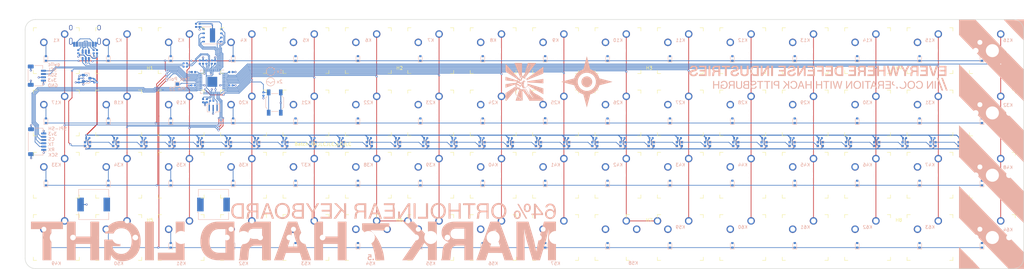
<source format=kicad_pcb>
(kicad_pcb (version 20211014) (generator pcbnew)
  (title_block (title "Hard Light") (date "2021-07-23") (rev "Mark 2 Rev F") (company "Everywhere Defense Industries") (comment 1 "RP2040 MCU") (comment 2 "Has a qwiic/STEMMA-QT port!") (comment 3 "Actually Lights Up Now") (comment 4 "Dual Audio System? Pending."))
  (layers (0 "F.Cu" signal) (1 "In1.Cu" signal) (2 "In2.Cu" signal) (31 "B.Cu" signal) (34 "B.Paste" user) (35 "F.Paste" user) (36 "B.SilkS" user "B.Silkscreen") (37 "F.SilkS" user "F.Silkscreen") (38 "B.Mask" user) (39 "F.Mask" user) (44 "Edge.Cuts" user))
  (net 0 "")
  (net 1 "GND")
  (net 2 "VBUS")
  (net 3 "Net-(D1-Pad2)")
  (net 4 "Net-(D2-Pad2)")
  (net 5 "Net-(D3-Pad2)")
  (net 6 "Net-(D4-Pad2)")
  (net 7 "Net-(D5-Pad2)")
  (net 8 "Net-(D6-Pad2)")
  (net 9 "Net-(D7-Pad2)")
  (net 10 "Net-(D8-Pad2)")
  (net 11 "Net-(D9-Pad2)")
  (net 12 "Net-(D10-Pad2)")
  (net 13 "Net-(D11-Pad2)")
  (net 14 "Net-(D12-Pad2)")
  (net 15 "Net-(D13-Pad2)")
  (net 16 "Net-(D14-Pad2)")
  (net 17 "Net-(D15-Pad2)")
  (net 18 "Net-(D16-Pad2)")
  (net 19 "Net-(D17-Pad2)")
  (net 20 "Net-(D18-Pad2)")
  (net 21 "Net-(D19-Pad2)")
  (net 22 "Net-(D20-Pad2)")
  (net 23 "Net-(D21-Pad2)")
  (net 24 "Net-(D22-Pad2)")
  (net 25 "Net-(D23-Pad2)")
  (net 26 "Net-(D24-Pad2)")
  (net 27 "Net-(D25-Pad2)")
  (net 28 "Net-(D26-Pad2)")
  (net 29 "Net-(D27-Pad2)")
  (net 30 "Net-(D28-Pad2)")
  (net 31 "Net-(D29-Pad2)")
  (net 32 "Net-(D30-Pad2)")
  (net 33 "Net-(D31-Pad2)")
  (net 34 "Net-(D32-Pad2)")
  (net 35 "Net-(D33-Pad2)")
  (net 36 "Net-(D34-Pad2)")
  (net 37 "Net-(D35-Pad2)")
  (net 38 "Net-(D36-Pad2)")
  (net 39 "Net-(D37-Pad2)")
  (net 40 "Net-(D38-Pad2)")
  (net 41 "Net-(D39-Pad2)")
  (net 42 "Net-(D40-Pad2)")
  (net 43 "Net-(D41-Pad2)")
  (net 44 "Net-(D42-Pad2)")
  (net 45 "Net-(D43-Pad2)")
  (net 46 "Net-(D44-Pad2)")
  (net 47 "Net-(D45-Pad2)")
  (net 48 "Net-(D46-Pad2)")
  (net 49 "Net-(D47-Pad2)")
  (net 50 "Net-(D48-Pad2)")
  (net 51 "D+")
  (net 52 "D-")
  (net 53 "Net-(D49-Pad2)")
  (net 54 "Net-(D50-Pad2)")
  (net 55 "Net-(D51-Pad2)")
  (net 56 "Net-(D52-Pad2)")
  (net 57 "Net-(D53-Pad2)")
  (net 58 "Net-(D54-Pad2)")
  (net 59 "Net-(D55-Pad2)")
  (net 60 "Net-(D56-Pad2)")
  (net 61 "Net-(D57-Pad2)")
  (net 62 "Net-(D58-Pad2)")
  (net 63 "Net-(D59-Pad2)")
  (net 64 "Net-(D60-Pad2)")
  (net 65 "Net-(D61-Pad2)")
  (net 66 "Net-(D62-Pad2)")
  (net 67 "Net-(D63-Pad2)")
  (net 68 "Net-(D64-Pad2)")
  (net 71 "Net-(J0-PadB5)")
  (net 72 "Net-(J0-PadA5)")
  (net 73 "vUSB")
  (net 75 "~{RESET}")
  (net 76 "+1V1")
  (net 77 "XIN")
  (net 78 "CS")
  (net 79 "DB+")
  (net 80 "DR-")
  (net 81 "DB-")
  (net 82 "XOUT")
  (net 83 "SD1")
  (net 84 "SD2")
  (net 85 "SD0")
  (net 86 "CLOCK")
  (net 87 "SD3")
  (net 88 "0")
  (net 89 "1")
  (net 90 "2")
  (net 91 "3")
  (net 92 "4")
  (net 93 "5")
  (net 94 "6")
  (net 95 "7")
  (net 96 "8")
  (net 97 "9")
  (net 98 "10")
  (net 99 "11")
  (net 100 "12")
  (net 101 "13")
  (net 102 "14")
  (net 103 "15")
  (net 105 "18")
  (net 106 "19")
  (net 107 "20")
  (net 108 "23")
  (net 109 "24")
  (net 110 "26{slash}A0")
  (net 111 "27{slash}A1")
  (net 112 "29{slash}A3")
  (net 113 "+3V3")
  (net 114 "DR+")
  (net 115 "25")
  (net 116 "28{slash}A2")
  (net 117 "17")
  (net 118 "16")
  (net 119 "21")
  (net 120 "22")
  (net 121 "Net-(LD1-Pad1)")
  (net 122 "Net-(LD2-Pad1)")
  (net 123 "Net-(LD3-Pad1)")
  (net 124 "Net-(LD4-Pad1)")
  (net 125 "Net-(LD5-Pad1)")
  (net 126 "Net-(LD6-Pad1)")
  (net 127 "Net-(LD7-Pad1)")
  (net 128 "Net-(LD8-Pad1)")
  (net 129 "Net-(LD10-Pad3)")
  (net 130 "Net-(LD10-Pad1)")
  (net 131 "Net-(LD11-Pad1)")
  (net 132 "Net-(LD12-Pad1)")
  (net 133 "Net-(LD13-Pad1)")
  (net 134 "Net-(LD14-Pad1)")
  (net 135 "Net-(LD15-Pad1)")
  (net 136 "Net-(LD16-Pad1)")
  (net 137 "Net-(LD17-Pad1)")
  (net 138 "Net-(LD18-Pad1)")
  (net 139 "Net-(LD19-Pad1)")
  (net 140 "Net-(LD20-Pad1)")
  (net 141 "Net-(LD21-Pad1)")
  (net 142 "Net-(LD22-Pad1)")
  (net 143 "Net-(LD23-Pad1)")
  (net 144 "Net-(LD24-Pad1)")
  (net 145 "Net-(LD25-Pad1)")
  (net 146 "Net-(LD26-Pad1)")
  (net 147 "Net-(LD27-Pad1)")
  (net 148 "Net-(LD28-Pad1)")
  (net 149 "Net-(LD29-Pad1)")
  (net 150 "Net-(LD30-Pad1)")
  (net 151 "Net-(LD31-Pad1)")
  (net 153 "Net-(RX1-Pad2)")
  (footprint "EDI:SW_MX" (layer "F.Cu") (at 57.94375 80.9625)
    (fp_text reference "K2")
    (fp_text value "Keyswitch")
  )
  (footprint "EDI:SW_MX" (layer "F.Cu") (at 76.99375 80.9498)
    (fp_text reference "K3")
    (fp_text value "Keyswitch")
  )
  (footprint "EDI:SW_MX" (layer "F.Cu") (at 134.14375 80.9625)
    (fp_text reference "K6")
    (fp_text value "Keyswitch")
  )
  (footprint "EDI:SW_MX" (layer "F.Cu") (at 153.19375 80.9625)
    (fp_text reference "K7")
    (fp_text value "Keyswitch")
  )
  (footprint "EDI:SW_MX" (layer "F.Cu") (at 172.24375 80.9625)
    (fp_text reference "K8")
    (fp_text value "Keyswitch")
  )
  (footprint "EDI:SW_MX" (layer "F.Cu") (at 191.29375 80.9625)
    (fp_text reference "K9")
    (fp_text value "Keyswitch")
  )
  (footprint "EDI:SW_MX" (layer "F.Cu") (at 210.34375 80.9625)
    (fp_text reference "K10")
    (fp_text value "Keyswitch")
  )
  (footprint "EDI:SW_MX" (layer "F.Cu") (at 229.39375 80.9625)
    (fp_text reference "K11")
    (fp_text value "Keyswitch")
  )
  (footprint "EDI:SW_MX" (layer "F.Cu") (at 248.44375 80.9625)
    (fp_text reference "K12")
    (fp_text value "Keyswitch")
  )
  (footprint "EDI:SW_MX" (layer "F.Cu") (at 267.49375 80.9625)
    (fp_text reference "K13")
    (fp_text value "Keyswitch")
  )
  (footprint "EDI:SW_MX" (layer "F.Cu") (at 286.54375 80.9625)
    (fp_text reference "K14")
    (fp_text value "Keyswitch")
  )
  (footprint "EDI:SW_MX" (layer "F.Cu") (at 305.59375 80.9625)
    (fp_text reference "K15")
    (fp_text value "Keyswitch")
  )
  (footprint "EDI:SW_MX" (layer "F.Cu") (at 324.64375 80.9625)
    (fp_text reference "K16")
    (fp_text value "Keyswitch")
  )
  (footprint "EDI:SW_MX" (layer "F.Cu") (at 38.89375 100.0125)
    (fp_text reference "K17")
    (fp_text value "Keyswitch")
  )
  (footprint "EDI:SW_MX" (layer "F.Cu") (at 57.94375 100.0125)
    (fp_text reference "K18")
    (fp_text value "Keyswitch")
  )
  (footprint "EDI:SW_MX" (layer "F.Cu") (at 76.99375 100.0125)
    (fp_text reference "K19")
    (fp_text value "Keyswitch")
  )
  (footprint "EDI:SW_MX" (layer "F.Cu") (at 134.14375 100.0125)
    (fp_text reference "K22")
    (fp_text value "Keyswitch")
  )
  (footprint "EDI:SW_MX" (layer "F.Cu") (at 153.19375 100.0125)
    (fp_text reference "K23")
    (fp_text value "Keyswitch")
  )
  (footprint "EDI:SW_MX" (layer "F.Cu") (at 172.24375 100.0125)
    (fp_text reference "K24")
    (fp_text value "Keyswitch")
  )
  (footprint "EDI:SW_MX" (layer "F.Cu") (at 191.29375 100.0125)
    (fp_text reference "K25")
    (fp_text value "Keyswitch")
  )
  (footprint "EDI:SW_MX" (layer "F.Cu") (at 210.34375 100.0125)
    (fp_text reference "K26")
    (fp_text value "Keyswitch")
  )
  (footprint "EDI:SW_MX" (layer "F.Cu") (at 229.39375 100.0125)
    (fp_text reference "K27")
    (fp_text value "Keyswitch")
  )
  (footprint "EDI:SW_MX" (layer "F.Cu") (at 248.44375 100.0125)
    (fp_text reference "K28")
    (fp_text value "Keyswitch")
  )
  (footprint "EDI:SW_MX" (layer "F.Cu") (at 267.49375 100.0125)
    (fp_text reference "K29")
    (fp_text value "Keyswitch")
  )
  (footprint "EDI:SW_MX" (layer "F.Cu") (at 286.54375 100.0125)
    (fp_text reference "K30")
    (fp_text value "Keyswitch")
  )
  (footprint "EDI:SW_MX" (layer "F.Cu") (at 305.59375 100.0125)
    (fp_text reference "K31")
    (fp_text value "Keyswitch")
  )
  (footprint "EDI:SW_MX" (layer "F.Cu") (at 324.64375 100.0125)
    (fp_text reference "K32")
    (fp_text value "Keyswitch")
  )
  (footprint "EDI:SW_MX" (layer "F.Cu") (at 38.89375 119.0625)
    (fp_text reference "K33")
    (fp_text value "Keyswitch")
  )
  (footprint "EDI:SW_MX" (layer "F.Cu") (at 57.94375 119.0625)
    (fp_text reference "K34")
    (fp_text value "Keyswitch")
  )
  (footprint "EDI:SW_MX" (layer "F.Cu") (at 76.99375 119.0625)
    (fp_text reference "K35")
    (fp_text value "Keyswitch")
  )
  (footprint "EDI:SW_MX" (layer "F.Cu") (at 96.04375 119.0625)
    (fp_text reference "K36")
    (fp_text value "Keyswitch")
  )
  (footprint "EDI:SW_MX" (layer "F.Cu") (at 115.09375 119.0625)
    (fp_text reference "K37")
    (fp_text value "Keyswitch")
  )
  (footprint "EDI:SW_MX" (layer "F.Cu") (at 134.14375 119.0625)
    (fp_text reference "K38")
    (fp_text value "Keyswitch")
  )
  (footprint "EDI:SW_MX" (layer "F.Cu") (at 153.19375 119.0625)
    (fp_text reference "K39")
    (fp_text value "Keyswitch")
  )
  (footprint "EDI:SW_MX" (layer "F.Cu") (at 172.24375 119.0625)
    (fp_text reference "K40")
    (fp_text value "Keyswitch")
  )
  (footprint "EDI:SW_MX" (layer "F.Cu") (at 191.29375 119.0625)
    (fp_text reference "K41")
    (fp_text value "Keyswitch")
  )
  (footprint "EDI:SW_MX" (layer "F.Cu") (at 210.34375 119.0625)
    (fp_text reference "K42")
    (fp_text value "Keyswitch")
  )
  (footprint "EDI:SW_MX" (layer "F.Cu") (at 229.39375 119.0625)
    (fp_text reference "K43")
    (fp_text value "Keyswitch")
  )
  (footprint "EDI:SW_MX" (layer "F.Cu") (at 248.44375 119.0625)
    (fp_text reference "K44")
    (fp_text value "Keyswitch")
  )
  (footprint "EDI:SW_MX" (layer "F.Cu") (at 267.49375 119.0625)
    (fp_text reference "K45")
    (fp_text value "Keyswitch")
  )
  (footprint "EDI:SW_MX" (layer "F.Cu") (at 286.54375 119.0625)
    (fp_text reference "K46")
    (fp_text value "Keyswitch")
  )
  (footprint "EDI:SW_MX" (layer "F.Cu") (at 305.59375 119.0625)
    (fp_text reference "K47")
    (fp_text value "Keyswitch")
  )
  (footprint "EDI:SW_MX" (layer "F.Cu") (at 324.64375 119.0625)
    (fp_text reference "K48")
    (fp_text value "Keyswitch")
  )
  (footprint "EDI:SW_MX" (layer "F.Cu") (at 38.89375 138.1125)
    (fp_text reference "K49")
    (fp_text value "Keyswitch")
  )
  (footprint "EDI:SW_MX" (layer "F.Cu") (at 57.94375 138.1125)
    (fp_text reference "K50")
    (fp_text value "Keyswitch")
  )
  (footprint "EDI:SW_MX" (layer "F.Cu") (at 76.99375 138.1125)
    (fp_text reference "K51")
    (fp_text value "Keyswitch")
  )
  (footprint "EDI:SW_MX" (layer "F.Cu") (at 96.04375 138.1125)
    (fp_text reference "K52")
    (fp_text value "Keyswitch")
  )
  (footprint "EDI:SW_MX" (layer "F.Cu") (at 115.09375 138.1125)
    (fp_text reference "K53")
    (fp_text value "Keyswitch")
  )
  (footprint "EDI:SW_MX" (layer "F.Cu") (at 134.14375 138.1125)
    (fp_text reference "K54")
    (fp_text value "Keyswitch")
  )
  (footprint "EDI:SW_MX" (layer "F.Cu") (at 153.19375 138.1125)
    (fp_text reference "K55")
    (fp_text value "Keyswitch")
  )
  (footprint "EDI:SW_MX" (layer "F.Cu") (at 172.24375 138.1125)
    (fp_text reference "K56")
    (fp_text value "Keyswitch")
  )
  (footprint "EDI:SW_MX" (layer "F.Cu") (at 191.29375 138.1125)
    (fp_text reference "K57")
    (fp_text value "Keyswitch")
  )
  (footprint "EDI:SW_MX" (layer "F.Cu") (at 210.34375 138.1125)
    (fp_text reference "K58")
    (fp_text value "Keyswitch")
  )
  (footprint "EDI:SW_MX" (layer "F.Cu") (at 229.39375 138.1125)
    (fp_text reference "K59")
    (fp_text value "Keyswitch")
  )
  (footprint "EDI:SW_MX" (layer "F.Cu") (at 248.44375 138.1125)
    (fp_text reference "K60")
    (fp_text value "Keyswitch")
  )
  (footprint "EDI:SW_MX" (layer "F.Cu") (at 267.49375 138.1125)
    (fp_text reference "K61")
    (fp_text value "Keyswitch")
  )
  (footprint "EDI:SW_MX" (layer "F.Cu") (at 286.54375 138.1125)
    (fp_text reference "K62")
    (fp_text value "Keyswitch")
  )
  (footprint "EDI:SW_MX" (layer "F.Cu") (at 305.59375 138.1125)
    (fp_text reference "K63")
    (fp_text value "Keyswitch")
  )
  (footprint "EDI:SW_MX" (layer "F.Cu") (at 324.64375 138.1125)
    (fp_text reference "K64")
    (fp_text value "Keyswitch")
  )
  (footprint "EDI:SW_MX" (layer "F.Cu") (at 38.89375 80.9625)
    (fp_text reference "K1")
    (fp_text value "Keyswitch")
  )
  (footprint "MountingHole:MountingHole_3.2mm_M3" (layer "F.Cu") (at 67.46875 90.4818)
    (fp_text reference "H1")
    (fp_text value "Mount")
  )
  (footprint "MountingHole:MountingHole_3.2mm_M3" (layer "F.Cu") (at 143.66875 90.4875)
    (fp_text reference "H2")
    (fp_text value "Mount")
  )
  (footprint "MountingHole:MountingHole_3.2mm_M3" (layer "F.Cu") (at 219.86875 90.4818)
    (fp_text reference "H3")
    (fp_text value "Mount")
  )
  (footprint "MountingHole:MountingHole_3.2mm_M3" (layer "F.Cu") (at 296.06395 90.4818)
    (fp_text reference "H4")
    (fp_text value "Mount")
  )
  (footprint "MountingHole:MountingHole_3.2mm_M3" (layer "F.Cu") (at 67.46875 128.5794 180)
    (fp_text reference "H5")
    (fp_text value "Mount")
  )
  (footprint "MountingHole:MountingHole_3.2mm_M3" (layer "F.Cu") (at 143.66875 128.5851 180)
    (fp_text reference "H6")
    (fp_text value "Mount")
  )
  (footprint "EDI:SW_MX" (layer "F.Cu") (at 96.04375 80.9625)
    (fp_text reference "K4")
    (fp_text value "Keyswitch")
  )
  (footprint "EDI:SW_MX" (layer "F.Cu") (at 115.09375 80.9625)
    (fp_text reference "K5")
    (fp_text value "Keyswitch")
  )
  (footprint "EDI:SW_MX" (layer "F.Cu") (at 115.09375 100.0125)
    (fp_text reference "K21")
    (fp_text value "Keyswitch")
  )
  (footprint "EDI:SW_MX" (layer "F.Cu") (at 96.04375 100.0125)
    (fp_text reference "K20")
    (fp_text value "Keyswitch")
  )
  (footprint "EDI:SW_MX" (layer "F.Cu") (at 143.66875 138.1125)
    (fp_text reference "K54.1" hide)
    (fp_text value "Keyswitch")
  )
  (footprint "MountingHole:MountingHole_3.2mm_M3" (layer "F.Cu") (at 219.86875 128.5794 180)
    (fp_text reference "H7")
    (fp_text value "Mount")
  )
  (footprint "MountingHole:MountingHole_3.2mm_M3" (layer "F.Cu") (at 296.06395 128.5794 180)
    (fp_text reference "H8")
    (fp_text value "Mount")
  )
  (footprint "EDI:SW_MX" (layer "F.Cu") (at 219.86875 138.1125)
    (fp_text reference "K58.1" hide)
    (fp_text value "Keyswitch")
  )
  (footprint "EDI:Passive_0402_1005Metric" (layer "B.Cu") (at 83.693 84.455 90)
    (fp_text reference "C1" hide)
    (fp_text value "1uf")
  )
  (footprint "EDI:Passive_0402_1005Metric" (layer "B.Cu") (at 84.836 96.266 -90)
    (fp_text reference "C2" hide)
    (fp_text value "100nF")
  )
  (footprint "EDI:Passive_0402_1005Metric" (layer "B.Cu") (at 92.202 91.567)
    (fp_text reference "C3" hide)
    (fp_text value "100nF")
  )
  (footprint "EDI:Passive_0402_1005Metric" (layer "B.Cu") (at 92.202 87.503)
    (fp_text reference "C6" hide)
    (fp_text value "100nF")
  )
  (footprint "EDI:Passive_0402_1005Metric" (layer "B.Cu") (at 86.36 84.455 90)
    (fp_text reference "C8" hide)
    (fp_text value "100nF")
  )
  (footprint "Package_DFN_QFN:QFN-56-1EP_7x7mm_P0.4mm_EP5.6x5.6mm_ThermalVias" (layer "B.Cu") (at 86.487 90.4875 180)
    (fp_text reference "U0" hide)
    (fp_text value "RP2040")
  )
  (footprint "EDI:Passive_0402_1005Metric" (layer "B.Cu") (at 82.677 84.455 90)
    (fp_text reference "C7" hide)
    (fp_text value "100nF")
  )
  (footprint "EDI:D_SOD-523" (layer "B.Cu") (at 35.71875 83.34375 90)
    (fp_text reference "D1")
    (fp_text value "1N4148W-T4")
  )
  (footprint "EDI:D_SOD-523" (layer "B.Cu") (at 54.76875 83.34375 90)
    (fp_text reference "D2")
    (fp_text value "1N4148W-T4")
  )
  (footprint "EDI:D_SOD-523" (layer "B.Cu") (at 73.81875 83.34375 90)
    (fp_text reference "D3")
    (fp_text value "1N4148W-T4")
  )
  (footprint "EDI:D_SOD-523" (layer "B.Cu") (at 92.86875 83.34375 90)
    (fp_text reference "D4")
    (fp_text value "1N4148W-T4")
  )
  (footprint "EDI:D_SOD-523" (layer "B.Cu") (at 111.91875 83.34375 90)
    (fp_text reference "D5")
    (fp_text value "1N4148W-T4")
  )
  (footprint "EDI:D_SOD-523" (layer "B.Cu") (at 130.96875 83.34375 90)
    (fp_text reference "D6")
    (fp_text value "1N4148W-T4")
  )
  (footprint "EDI:D_SOD-523" (layer "B.Cu") (at 150.01875 83.34375 90)
    (fp_text reference "D7")
    (fp_text value "1N4148W-T4")
  )
  (footprint "EDI:D_SOD-523" (layer "B.Cu") (at 169.06875 83.34375 90)
    (fp_text reference "D8")
    (fp_text value "1N4148W-T4")
  )
  (footprint "EDI:D_SOD-523" (layer "B.Cu") (at 188.11875 83.34375 90)
    (fp_text reference "D9")
    (fp_text value "1N4148W-T4")
  )
  (footprint "EDI:D_SOD-523" (layer "B.Cu") (at 207.16875 83.34375 90)
    (fp_text reference "D10")
    (fp_text value "1N4148W-T4")
  )
  (footprint "EDI:D_SOD-523" (layer "B.Cu") (at 226.21875 83.34375 90)
    (fp_text reference "D11")
    (fp_text value "1N4148W-T4")
  )
  (footprint "EDI:D_SOD-523" (layer "B.Cu") (at 245.26875 83.34375 90)
    (fp_text reference "D12")
    (fp_text value "1N4148W-T4")
  )
  (footprint "EDI:D_SOD-523" (layer "B.Cu") (at 264.31875 83.34375 90)
    (fp_text reference "D13")
    (fp_text value "1N4148W-T4")
  )
  (footprint "EDI:D_SOD-523" (layer "B.Cu") (at 283.36875 83.34375 90)
    (fp_text reference "D14")
    (fp_text value "1N4148W-T4")
  )
  (footprint "EDI:D_SOD-523" (layer "B.Cu") (at 302.41875 83.34375 90)
    (fp_text reference "D15")
    (fp_text value "1N4148W-T4")
  )
  (footprint "EDI:D_SOD-523" (layer "B.Cu") (at 321.46875 83.34375 90)
    (fp_text reference "D16")
    (fp_text value "1N4148W-T4")
  )
  (footprint "EDI:D_SOD-523" (layer "B.Cu") (at 35.71875 102.39375 90)
    (fp_text reference "D17")
    (fp_text value "1N4148W-T4")
  )
  (footprint "EDI:D_SOD-523" (layer "B.Cu") (at 54.76875 102.39375 90)
    (fp_text reference "D18")
    (fp_text value "1N4148W-T4")
  )
  (footprint "EDI:D_SOD-523" (layer "B.Cu") (at 73.81875 102.39375 90)
    (fp_text reference "D19")
    (fp_text value "1N4148W-T4")
  )
  (footprint "EDI:D_SOD-523" (layer "B.Cu") (at 92.86875 102.39375 90)
    (fp_text reference "D20")
    (fp_text value "1N4148W-T4")
  )
  (footprint "EDI:D_SOD-523" (layer "B.Cu") (at 111.91875 102.39375 90)
    (fp_text reference "D21")
    (fp_text value "1N4148W-T4")
  )
  (footprint "EDI:D_SOD-523" (layer "B.Cu") (at 130.96875 102.39375 90)
    (fp_text reference "D22")
    (fp_text value "1N4148W-T4")
  )
  (footprint "EDI:D_SOD-523" (layer "B.Cu") (at 150.01875 102.39375 90)
    (fp_text reference "D23")
    (fp_text value "1N4148W-T4")
  )
  (footprint "EDI:D_SOD-523" (layer "B.Cu") (at 169.06875 102.39375 90)
    (fp_text reference "D24")
    (fp_text value "1N4148W-T4")
  )
  (footprint "EDI:D_SOD-523" (layer "B.Cu") (at 188.11875 102.33125 90)
    (fp_text reference "D25")
    (fp_text value "1N4148W-T4")
  )
  (footprint "EDI:D_SOD-523" (layer "B.Cu") (at 207.16875 102.40625 90)
    (fp_text reference "D26")
    (fp_text value "1N4148W-T4")
  )
  (footprint "EDI:D_SOD-523" (layer "B.Cu") (at 226.21875 102.39375 90)
    (fp_text reference "D27")
    (fp_text value "1N4148W-T4")
  )
  (footprint "EDI:D_SOD-523" (layer "B.Cu") (at 245.26875 102.39375 90)
    (fp_text reference "D28")
    (fp_text value "1N4148W-T4")
  )
  (footprint "EDI:D_SOD-523" (layer "B.Cu") (at 264.31875 102.39375 90)
    (fp_text reference "D29")
    (fp_text value "1N4148W-T4")
  )
  (footprint "EDI:D_SOD-523" (layer "B.Cu") (at 283.36875 102.39375 90)
    (fp_text reference "D30")
    (fp_text value "1N4148W-T4")
  )
  (footprint "EDI:D_SOD-523" (layer "B.Cu") (at 302.41875 102.39375 90)
    (fp_text reference "D31")
    (fp_text value "1N4148W-T4")
  )
  (footprint "EDI:D_SOD-523" (layer "B.Cu") (at 321.46875 102.39375 90)
    (fp_text reference "D32")
    (fp_text value "1N4148W-T4")
  )
  (footprint "EDI:D_SOD-523" (layer "B.Cu") (at 35.71875 121.44375 90)
    (fp_text reference "D33")
    (fp_text value "1N4148W-T4")
  )
  (footprint "EDI:D_SOD-523" (layer "B.Cu") (at 54.76875 121.44375 90)
    (fp_text reference "D34")
    (fp_text value "1N4148W-T4")
  )
  (footprint "EDI:D_SOD-523" (layer "B.Cu") (at 73.81875 121.44375 90)
    (fp_text reference "D35")
    (fp_text value "1N4148W-T4")
  )
  (footprint "EDI:D_SOD-523" (layer "B.Cu") (at 92.86875 121.44375 90)
    (fp_text reference "D36")
    (fp_text value "1N4148W-T4")
  )
  (footprint "EDI:D_SOD-523" (layer "B.Cu") (at 111.91875 121.44375 90)
    (fp_text reference "D37")
    (fp_text value "1N4148W-T4")
  )
  (footprint "EDI:D_SOD-523" (layer "B.Cu") (at 130.96875 121.44375 90)
    (fp_text reference "D38")
    (fp_text value "1N4148W-T4")
  )
  (footprint "EDI:D_SOD-523" (layer "B.Cu") (at 150.01875 121.44375 90)
    (fp_text reference "D39")
    (fp_text value "1N4148W-T4")
  )
  (footprint "EDI:D_SOD-523" (layer "B.Cu") (at 169.06875 121.44375 90)
    (fp_text reference "D40")
    (fp_text value "1N4148W-T4")
  )
  (footprint "EDI:D_SOD-523" (layer "B.Cu") (at 188.11875 121.44375 90)
    (fp_text reference "D41")
    (fp_text value "1N4148W-T4")
  )
  (footprint "EDI:D_SOD-523" (layer "B.Cu") (at 207.16875 121.44375 90)
    (fp_text reference "D42")
    (fp_text value "1N4148W-T4")
  )
  (footprint "EDI:D_SOD-523" (layer "B.Cu") (at 226.21875 121.44375 90)
    (fp_text reference "D43")
    (fp_text value "1N4148W-T4")
  )
  (footprint "EDI:D_SOD-523" (layer "B.Cu") (at 245.26875 121.44375 90)
    (fp_text reference "D44")
    (fp_text value "1N4148W-T4")
  )
  (footprint "EDI:D_SOD-523" (layer "B.Cu") (at 264.31875 121.44375 90)
    (fp_text reference "D45")
    (fp_text value "1N4148W-T4")
  )
  (footprint "EDI:D_SOD-523" (layer "B.Cu") (at 283.36875 121.44375 90)
    (fp_text reference "D46")
    (fp_text value "1N4148W-T4")
  )
  (footprint "EDI:D_SOD-523" (layer "B.Cu") (at 302.41875 121.44375 90)
    (fp_text reference "D47")
    (fp_text value "1N4148W-T4")
  )
  (footprint "EDI:D_SOD-523" (layer "B.Cu") (at 321.46875 121.44375 90)
    (fp_text reference "D48")
    (fp_text value "1N4148W-T4")
  )
  (footprint "EDI:D_SOD-523" (layer "B.Cu") (at 35.71875 140.49375 90)
    (fp_text reference "D49")
    (fp_text value "1N4148W-T4")
  )
  (footprint "EDI:D_SOD-523" (layer "B.Cu") (at 54.76875 140.49375 90)
    (fp_text reference "D50")
    (fp_text value "1N4148W-T4")
  )
  (footprint "EDI:D_SOD-523" (layer "B.Cu") (at 73.81875 140.49375 90)
    (fp_text reference "D51")
    (fp_text value "1N4148W-T4")
  )
  (footprint "EDI:D_SOD-523" (layer "B.Cu") (at 92.86875 140.49375 90)
    (fp_text reference "D52")
    (fp_text value "1N4148W-T4")
  )
  (footprint "EDI:D_SOD-523" (layer "B.Cu") (at 111.91875 140.49375 90)
    (fp_text reference "D53")
    (fp_text value "1N4148W-T4")
  )
  (footprint "EDI:D_SOD-523" (layer "B.Cu") (at 130.96875 140.49375 90)
    (fp_text reference "D54")
    (fp_text value "1N4148W-T4")
  )
  (footprint "EDI:D_SOD-523" (layer "B.Cu") (at 150.01875 140.49375 90)
    (fp_text reference "D55")
    (fp_text value "1N4148W-T4")
  )
  (footprint "EDI:D_SOD-523" (layer "B.Cu") (at 169.06875 140.49375 90)
    (fp_text reference "D56")
    (fp_text value "1N4148W-T4")
  )
  (footprint "EDI:D_SOD-523" (layer "B.Cu") (at 188.11875 140.49375 90)
    (fp_text reference "D57")
    (fp_text value "1N4148W-T4")
  )
  (footprint "EDI:D_SOD-523" (layer "B.Cu") (at 207.16875 140.49375 90)
    (fp_text reference "D58")
    (fp_text value "1N4148W-T4")
  )
  (footprint "EDI:D_SOD-523" (layer "B.Cu") (at 226.21875 140.49375 90)
    (fp_text reference "D59")
    (fp_text value "1N4148W-T4")
  )
  (footprint "EDI:D_SOD-523" (layer "B.Cu") (at 245.26875 140.49375 90)
    (fp_text reference "D60")
    (fp_text value "1N4148W-T4")
  )
  (footprint "EDI:D_SOD-523" (layer "B.Cu") (at 264.31875 140.49375 90)
    (fp_text reference "D61")
    (fp_text value "1N4148W-T4")
  )
  (footprint "EDI:D_SOD-523" (layer "B.Cu") (at 283.36875 140.49375 90)
    (fp_text reference "D62")
    (fp_text value "1N4148W-T4")
  )
  (footprint "EDI:D_SOD-523" (layer "B.Cu") (at 302.41875 140.49375 90)
    (fp_text reference "D63")
    (fp_text value "1N4148W-T4")
  )
  (footprint "EDI:D_SOD-523" (layer "B.Cu") (at 321.46875 140.49375 90)
    (fp_text reference "D64")
    (fp_text value "1N4148W-T4")
  )
  (footprint "EDI:Passive_0402_1005Metric" (layer "B.Cu") (at 50.292 81.28 90)
    (fp_text reference "RC2" hide)
    (fp_text value "5k1")
  )
  (footprint "EDI:Passive_0402_1005Metric" (layer "B.Cu") (at 45.593 81.28 -90)
    (fp_text reference "RC1" hide)
    (fp_text value "5k1")
  )
  (footprint "EDI:Passive_0402_1005Metric" (layer "B.Cu") (at 78.232 84.836)
    (fp_text reference "RD1" hide)
    (fp_text value "27.4")
  )
  (footprint "Fuse:Fuse_0402_1005Metric" (layer "B.Cu") (at 51.308 81.28 -90)
    (fp_text reference "F0" hide)
    (fp_text value "6v 500ma")
  )
  (footprint "Package_TO_SOT_SMD:SOT-23" (layer "B.Cu") (at 48.133 89.408)
    (fp_text reference "U1" hide)
    (fp_text value "LDO-3.3")
  )
  (footprint "EDI:Passive_0402_1005Metric" (layer "B.Cu") (at 48.507475 107.696 180)
    (fp_text reference "LC1" hide)
    (fp_text value "100nF")
  )
  (footprint "EDI:Passive_0402_1005Metric" (layer "B.Cu") (at 80.645 91.567 180)
    (fp_text reference "C4" hide)
    (fp_text value "100nF")
  )
  (footprint "EDI:hlmk7" (layer "B.Cu") (at 181.76875 110.33125 180)
    (fp_text reference "Z0" hide)
    (fp_text value "EDI Logo" hide)
  )
  (footprint "Connector_USB:USB_C_Receptacle_HRO_TYPE-C-31-M-12" (layer "B.Cu") (at 47.625 74.9554)
    (fp_text reference "J0" hide)
    (fp_text value "USB")
  )
  (footprint "EDI:Passive_0402_1005Metric" (layer "B.Cu") (at 65.6197 107.696 180)
    (fp_text reference "LC3" hide)
    (fp_text value "100nF")
  )
  (footprint "EDI:Passive_0402_1005Metric" (layer "B.Cu") (at 125.842275 107.696 180)
    (fp_text reference "LC10" hide)
    (fp_text value "100nF")
  )
  (footprint "EDI:Passive_0402_1005Metric" (layer "B.Cu") (at 143.048725 107.696 180)
    (fp_text reference "LC12" hide)
    (fp_text value "100nF")
  )
  (footprint "EDI:Passive_0402_1005Metric" (layer "B.Cu") (at 91.429375 107.696 180)
    (fp_text reference "LC6" hide)
    (fp_text value "100nF")
  )
  (footprint "EDI:Passive_0402_1005Metric" (layer "B.Cu") (at 108.635825 107.696 180)
    (fp_text reference "LC8" hide)
    (fp_text value "100nF")
  )
  (footprint "EDI:Passive_0402_1005Metric" (layer "B.Cu") (at 117.23905 107.696 180)
    (fp_text reference "LC9" hide)
    (fp_text value "100nF")
  )
  (footprint "EDI:Passive_0402_1005Metric" (layer "B.Cu") (at 100.0326 107.696 180)
    (fp_text reference "LC7" hide)
    (fp_text value "100nF")
  )
  (footprint "EDI:Passive_0402_1005Metric" (layer "B.Cu") (at 82.82615 107.696 180)
    (fp_text reference "LC5" hide)
    (fp_text value "100nF")
  )
  (footprint "EDI:Passive_0402_1005Metric" (layer "B.Cu") (at 134.4455 107.696 180)
    (fp_text reference "LC11" hide)
    (fp_text value "100nF")
  )
  (footprint "EDI:Passive_0402_1005Metric" (layer "B.Cu") (at 151.65195 107.696 180)
    (fp_text reference "LC13" hide)
    (fp_text value "100nF")
  )
  (footprint "EDI:Passive_0402_1005Metric" (layer "B.Cu") (at 74.222925 107.696 180)
    (fp_text reference "LC4" hide)
    (fp_text value "100nF")
  )
  (footprint "EDI:Passive_0402_1005Metric" (layer "B.Cu") (at 160.255175 107.696 180)
    (fp_text reference "LC14" hide)
    (fp_text value "100nF")
  )
  (footprint "EDI:Passive_0402_1005Metric" (layer "B.Cu") (at 168.8584 107.696 180)
    (fp_text reference "LC15" hide)
    (fp_text value "100nF")
  )
  (footprint "EDI:Passive_0402_1005Metric" (layer "B.Cu") (at 177.461625 107.696 180)
    (fp_text reference "LC16" hide)
    (fp_text value "100nF")
  )
  (footprint "EDI:Passive_0402_1005Metric" (layer "B.Cu") (at 186.06485 107.696 180)
    (fp_text reference "LC17" hide)
    (fp_text value "100nF")
  )
  (footprint "EDI:Passive_0402_1005Metric" (layer "B.Cu") (at 194.668075 107.696 180)
    (fp_text reference "LC18" hide)
    (fp_text value "100nF")
  )
  (footprint "EDI:Passive_0402_1005Metric" (layer "B.Cu") (at 203.2713 107.696 180)
    (fp_text reference "LC19" hide)
    (fp_text value "100nF")
  )
  (footprint "EDI:Passive_0402_1005Metric" (layer "B.Cu") (at 211.874525 107.696 180)
    (fp_text reference "LC20" hide)
    (fp_text value "100nF")
  )
  (footprint "EDI:Passive_0402_1005Metric" (layer "B.Cu") (at 220.465475 107.696 180)
    (fp_text reference "LC21" hide)
    (fp_text value "100nF")
  )
  (footprint "EDI:Passive_0402_1005Metric" (layer "B.Cu") (at 229.080975 107.696 180)
    (fp_text reference "LC22" hide)
    (fp_text value "100nF")
  )
  (footprint "EDI:Passive_0402_1005Metric" (layer "B.Cu") (at 237.6842 107.696 180)
    (fp_text reference "LC23" hide)
    (fp_text value "100nF")
  )
  (footprint "EDI:Passive_0402_1005Metric" (layer "B.Cu") (at 246.287425 107.696 180)
    (fp_text reference "LC24" hide)
    (fp_text value "100nF")
  )
  (footprint "EDI:Passive_0402_1005Metric" (layer "B.Cu") (at 254.856275 107.696 180)
    (fp_text reference "LC25" hide)
    (fp_text value "100nF")
  )
  (footprint "EDI:Passive_0402_1005Metric" (layer "B.Cu") (at 263.493875 107.696 180)
    (fp_text reference "LC26" hide)
    (fp_text value "100nF")
  )
  (footprint "EDI:Passive_0402_1005Metric" (layer "B.Cu") (at 272.0971 107.696 180)
    (fp_text reference "LC27" hide)
    (fp_text value "100nF")
  )
  (footprint "EDI:Passive_0402_1005Metric" (layer "B.Cu") (at 280.700325 107.696 180)
    (fp_text reference "LC28" hide)
    (fp_text value "100nF")
  )
  (footprint "EDI:Passive_0402_1005Metric" (layer "B.Cu") (at 289.30355 107.696 180)
    (fp_text reference "LC29" hide)
    (fp_text value "100nF")
  )
  (footprint "EDI:Passive_0402_1005Metric" (layer "B.Cu") (at 297.8349 107.696 180)
    (fp_text reference "LC30" hide)
    (fp_text value "100nF")
  )
  (footprint "EDI:Passive_0402_1005Metric" (layer "B.Cu") (at 306.51 107.696 180)
    (fp_text reference "LC31" hide)
    (fp_text value "100nF")
  )
  (footprint "EDI:Passive_0402_1005Metric" (layer "B.Cu") (at 315.113225 107.696 180)
    (fp_text reference "LC32" hide)
    (fp_text value "100nF")
  )
  (footprint "EDI:WS2812B_2020" (layer "B.Cu") (at 177.467125 109.5375)
    (fp_text reference "LD16" hide)
    (fp_text value "WS2812C")
  )
  (footprint "EDI:WS2812B_2020" (layer "B.Cu") (at 186.07035 109.5375)
    (fp_text reference "LD17" hide)
    (fp_text value "WS2812C")
  )
  (footprint "EDI:WS2812B_2020" (layer "B.Cu") (at 194.673575 109.5375)
    (fp_text reference "LD18" hide)
    (fp_text value "WS2812C")
  )
  (footprint "EDI:WS2812B_2020" (layer "B.Cu") (at 203.2768 109.5375)
    (fp_text reference "LD19" hide)
    (fp_text value "WS2812C")
  )
  (footprint "EDI:WS2812B_2020" (layer "B.Cu") (at 211.880025 109.5375)
    (fp_text reference "LD20" hide)
    (fp_text value "WS2812C")
  )
  (footprint "EDI:WS2812B_2020" (layer "B.Cu") (at 220.48325 109.5375)
    (fp_text reference "LD21" hide)
    (fp_text value "WS2812C")
  )
  (footprint "EDI:WS2812B_2020" (layer "B.Cu") (at 229.086475 109.5375)
    (fp_text reference "LD22" hide)
    (fp_text value "WS2812C")
  )
  (footprint "EDI:WS2812B_2020" (layer "B.Cu") (at 237.6897 109.5375)
    (fp_text reference "LD23" hide)
    (fp_text value "WS2812C")
  )
  (footprint "EDI:WS2812B_2020" (layer "B.Cu") (at 246.292925 109.5375)
    (fp_text reference "LD24" hide)
    (fp_text value "WS2812C")
  )
  (footprint "EDI:WS2812B_2020" (layer "B.Cu") (at 254.930525 109.5375)
    (fp_text reference "LD25" hide)
    (fp_text value "WS2812C")
  )
  (footprint "EDI:WS2812B_2020" (layer "B.Cu") (at 263.499375 109.5375)
    (fp_text reference "LD26" hide)
    (fp_text value "WS2812C")
  )
  (footprint "EDI:WS2812B_2020" (layer "B.Cu") (at 272.1026 109.5375)
    (fp_text reference "LD27" hide)
    (fp_text value "WS2812C")
  )
  (footprint "EDI:WS2812B_2020" (layer "B.Cu") (at 280.705825 109.5375)
    (fp_text reference "LD28" hide)
    (fp_text value "WS2812C")
  )
  (footprint "EDI:WS2812B_2020" (layer "B.Cu") (at 289.30905 109.5375)
    (fp_text reference "LD29" hide)
    (fp_text value "WS2812C")
  )
  (footprint "EDI:WS2812B_2020" (layer "B.Cu") (at 297.98415 109.5375)
    (fp_text reference "LD30" hide)
    (fp_text value "WS2812C")
  )
  (footprint "EDI:WS2812B_2020" (layer "B.Cu") (at 315.118725 109.5375)
    (fp_text reference "LD32" hide)
    (fp_text value "WS2812C")
  )
  (footprint "EDI:WS2812B_2020" (layer "B.Cu") (at 306.5155 109.5375)
    (fp_text reference "LD31" hide)
    (fp_text value "WS2812C")
  )
  (footprint "EDI:WS2812B_2020" (layer "B.Cu") (at 168.8639 109.5375)
    (fp_text reference "LD15" hide)
    (fp_text value "WS2812C")
  )
  (footprint "EDI:WS2812B_2020" (layer "B.Cu") (at 160.260675 109.5375)
    (fp_text reference "LD14" hide)
    (fp_text value "WS2812C")
  )
  (footprint "EDI:WS2812B_2020" (layer "B.Cu") (at 143.054225 109.5375)
    (fp_text reference "LD12" hide)
    (fp_text value "WS2812C")
  )
  (footprint "EDI:WS2812B_2020" (layer "B.Cu") (at 125.847775 109.5375)
    (fp_text reference "LD10" hide)
    (fp_text value "WS2812C")
  )
  (footprint "EDI:WS2812B_2020" (layer "B.Cu") (at 151.65745 109.5375)
    (fp_text reference "LD13" hide)
    (fp_text value "WS2812C")
  )
  (footprint "EDI:WS2812B_2020" (layer "B.Cu") (at 82.83165 109.5375)
    (fp_text reference "LD5" hide)
    (fp_text value "WS2812C")
  )
  (footprint "EDI:WS2812B_2020" (layer "B.Cu") (at 134.451 109.5375)
    (fp_text reference "LD11" hide)
    (fp_text value "WS2812C")
  )
  (footprint "EDI:WS2812B_2020" (layer "B.Cu") (at 91.434875 109.5375)
    (fp_text reference "LD6" hide)
    (fp_text value "WS2812C")
  )
  (footprint "EDI:WS2812B_2020" (layer "B.Cu") (at 100.0381 109.5375)
    (fp_text reference "LD7" hide)
    (fp_text value "WS2812C")
  )
  (footprint "EDI:WS2812B_2020" (layer "B.Cu") (at 108.641325 109.5375)
    (fp_text reference "LD8" hide)
    (fp_text value "WS2812C")
  )
  (footprint "EDI:WS2812B_2020" (layer "B.Cu") (at 117.24455 109.5375)
    (fp_text reference "LD9" hide)
    (fp_text value "WS2812C")
  )
  (footprint "EDI:WS2812B_2020" (layer "B.Cu") (at 57.021975 109.5375)
    (fp_text reference "LD2" hide)
    (fp_text value "WS2812C")
  )
  (footprint "EDI:WS2812B_2020" (layer "B.Cu") (at 48.41875 109.5375)
    (fp_text reference "LD1" hide)
    (fp_text value "WS2812C")
  )
  (footprint "EDI:WS2812B_2020" (layer "B.Cu") (at 65.6252 109.5375)
    (fp_text reference "LD3" hide)
    (fp_text value "WS2812C")
  )
  (footprint "EDI:WS2812B_2020" (layer "B.Cu") (at 74.228425 109.5375)
    (fp_text reference "LD4" hide)
    (fp_text value "WS2812C")
  )
  (footprint "EDI:Passive_0402_1005Metric" (layer "B.Cu") (at 57.016475 107.696 180)
    (fp_text reference "LC2" hide)
    (fp_text value "100nF")
  )
  (footprint "EDI:Passive_0402_1005Metric" (layer "B.Cu") (at 80.772 87.503 180)
    (fp_text reference "C5" hide)
    (fp_text value "100nF")
  )
  (footprint "Buzzer_Beeper:Buzzer_CUI_CPT-9019S-SMT" (layer "B.Cu") (at 86.868 128.016)
    (fp_text reference "TX0" hide)
    (fp_text value "Transducer")
  )
  (footprint "Buzzer_Beeper:Buzzer_CUI_CPT-9019S-SMT" (layer "B.Cu") (at 50.292 128.016 180)
    (fp_text reference "TX1" hide)
    (fp_text value "Transducer")
  )
  (footprint "EDI:Passive_0402_1005Metric" (layer "B.Cu") (at 82.628025 73.217 90)
    (fp_text reference "CF1" hide)
    (fp_text value "100nF")
  )
  (footprint "Connector_JST:JST_SH_SM04B-SRSS-TB_1x04-1MP_P1.00mm_Horizontal" (layer "B.Cu") (at 32.95475 88.607 90)
    (fp_text reference "J1" hide)
    (fp_text value "qwiic")
  )
  (footprint "TestPoint:TestPoint_Pad_1.0x1.0mm" (layer "B.Cu") (at 75.819 91.186 180)
    (fp_text reference "TP0" hide)
    (fp_text value "Pin 22")
  )
  (footprint "EDI:Passive_0402_1005Metric" (layer "B.Cu") (at 83.693 96.266 -90)
    (fp_text reference "C10" hide)
    (fp_text value "100nF")
  )
  (footprint "EDI:Passive_0402_1005Metric" (layer "B.Cu") (at 84.709 84.455 90)
    (fp_text reference "C11" hide)
    (fp_text value "1uf")
  )
  (footprint "Package_SON:WSON-8-1EP_6x5mm_P1.27mm_EP3.4x4.3mm" (layer "B.Cu") (at 86.570025 76.2919 180)
    (fp_text reference "U3" hide)
    (fp_text value "W25Q128JVS")
  )
  (footprint "Crystal:Resonator_SMD_Murata_CSTxExxV-3Pin_3.0x1.1mm" (layer "B.Cu") (at 86.768 98.479 180)
    (fp_text reference "Y0" hide)
    (fp_text value "CSTCE12M0G55-R0")
  )
  (footprint "EDI:Passive_0402_1005Metric" (layer "B.Cu") (at 102.108 94.234 90)
    (fp_text reference "RR1" hide)
    (fp_text value "1k")
  )
  (footprint "Package_TO_SOT_SMD:SOT-23-6" (layer "B.Cu") (at 47.879 82.423 90)
    (fp_text reference "U2" hide)
    (fp_text value "USBLC6-2SC6")
  )
  (footprint "EDI:Passive_0402_1005Metric" (layer "B.Cu") (at 81.545025 73.217 90)
    (fp_text reference "RF2" hide)
    (fp_text value "1k")
  )
  (footprint "EDI:Passive_0402_1005Metric" (layer "B.Cu") (at 78.232 85.852)
    (fp_text reference "RD0" hide)
    (fp_text value "27.4")
  )
  (footprint "Button_Switch_SMD:SW_SPST_SKQG_WithoutStem" (layer "B.Cu") (at 105.5621 96.8314 90)
    (fp_text reference "S1" hide)
    (fp_text value "RESET")
  )
  (footprint "EDI:Passive_0402_1005Metric" (layer "B.Cu") (at 87.376 84.455 90)
    (fp_text reference "C9" hide)
    (fp_text value "100nF")
  )
  (footprint "EDI:Passive_0402_1005Metric" (layer "B.Cu") (at 50.5067 90.19875 90)
    (fp_text reference "CP0" hide)
    (fp_text value "1uf")
  )
  (footprint "EDI:Passive_0402_1005Metric" (layer "B.Cu") (at 45.7445 90.19875 -90)
    (fp_text reference "CP1" hide)
    (fp_text value "1uf")
  )
  (footprint "EDI:Passive_0402_1005Metric" (layer "B.Cu") (at 86.36 96.266 180)
    (fp_text reference "RX1" hide)
    (fp_text value "1k")
  )
  (footprint "Connector_JST:JST_SH_SM06B-SRSS-TB_1x06-1MP_P1.00mm_Horizontal" (layer "B.Cu") (at 33.05 108.8 90)
    (fp_text reference "J2" hide)
    (fp_text value "SPI Connector")
  )
  (gr_arc (start 105.5621 87.28075) (mid 103.056074 87.572534) (end 105.428023 86.712789) (layer "B.SilkS") (width 0.15))
  (gr_line (start 105.1811 86.64575) (end 105.4351 86.39175) (layer "B.SilkS") (width 0.15))
  (gr_line (start 105.4351 86.39175) (end 105.428023 86.712789) (layer "B.SilkS") (width 0.15))
  (gr_line (start 104.2921 90.9955) (end 104.8001 90.4875) (layer "B.SilkS") (width 0.15))
  (gr_line (start 103.0221 90.4875) (end 103.7841 90.4875) (layer "B.SilkS") (width 0.15))
  (gr_line (start 103.7841 90.4875) (end 104.2921 90.9955) (layer "B.SilkS") (width 0.15))
  (gr_circle (center 104.2921 90.4875) (end 105.5621 90.4875) (layer "B.SilkS") (width 0.15) (fill none))
  (gr_line (start 104.8001 90.4875) (end 105.5621 90.4875) (layer "B.SilkS") (width 0.15))
  (gr_line (start 105.428023 86.712789) (end 105.1811 86.64575) (layer "B.SilkS") (width 0.15))
  (gr_line (start 32.54375 71.4375) (end 330.99375 71.4375) (layer "Edge.Cuts") (width 0.15))
  (gr_line (start 334.16875 74.6125) (end 334.16875 144.4625) (layer "Edge.Cuts") (width 0.15))
  (gr_line (start 330.99375 147.6375) (end 32.54375 147.6375) (layer "Edge.Cuts") (width 0.15))
  (gr_line (start 29.36875 144.4625) (end 29.36875 74.6125) (layer "Edge.Cuts") (width 0.15))
  (gr_arc (start 32.54375 147.6375) (mid 30.298686 146.707564) (end 29.36875 144.4625) (layer "Edge.Cuts") (width 0.15))
  (gr_arc (start 29.36875 74.6125) (mid 30.298686 72.367436) (end 32.54375 71.4375) (layer "Edge.Cuts") (width 0.15))
  (gr_arc (start 334.16875 144.4625) (mid 333.238814 146.707564) (end 330.99375 147.6375) (layer "Edge.Cuts") (width 0.15))
  (gr_arc (start 330.99375 71.4375) (mid 333.238814 72.367436) (end 334.16875 74.6125) (layer "Edge.Cuts") (width 0.15))
  (gr_text "qwiic\nSCL\nSDA\n3v3\nGND" (at 36.195 88.392) (layer "B.SilkS") (effects (font (size 1 1)) (justify right mirror)))
  (gr_text "SPI-SH\n3v3\nCS\nTX\nRX\nSCK" (at 36.322 108.839) (layer "B.SilkS") (effects (font (size 1 1)) (justify right mirror)))
  (gr_text "Test Point" (at 75.819 89.662) (layer "B.SilkS") (effects (font (size 1 1)) (justify mirror)))
  (gr_text ".5" (at 136.1694 144.2212) (layer "B.SilkS") (effects (font (size 1.5 1.5) (thickness 0.3)) (justify left mirror)))
  (gr_text "2x" (at 107.0607 90.45575) (layer "B.SilkS") (effects (font (size 1 1)) (justify mirror)))
  (gr_text "1x" (at 107.0607 87.3125) (layer "B.SilkS") (effects (font (size 1 1)) (justify mirror)))
  (gr_text "Batch ID:" (at 115.09375 109.5375) (layer "F.SilkS") (effects (font (size 1 1))))
  (gr_text "JLCJLCJLCJLC" (at 123.825 109.601) (layer "F.SilkS") (effects (font (size 1 1))))
  (via (at 79.502 87.503) (size 0.6) (drill 0.3) (layers "F.Cu" "B.Cu") (net 1))
  (via (at 49.215 90.358) (size 0.6) (drill 0.3) (layers "F.Cu" "B.Cu") (net 1))
  (via (at 83.693 83.058) (size 0.6) (drill 0.3) (layers "F.Cu" "B.Cu") (net 1))
  (via (at 93.599 87.503) (size 0.6) (drill 0.3) (layers "F.Cu" "B.Cu") (net 1))
  (via (at 31.115 90.17) (size 0.6) (drill 0.3) (layers "F.Cu" "B.Cu") (net 1))
  (via (at 35.052 105.537) (size 0.6) (drill 0.3) (layers "F.Cu" "B.Cu") (net 1))
  (via (at 31.2 113.8) (size 0.6) (drill 0.3) (layers "F.Cu" "B.Cu") (net 1))
  (via (at 50.419 82.677) (size 0.6) (drill 0.3) (layers "F.Cu" "B.Cu") (net 1))
  (via (at 79.375 91.6315) (size 0.6) (drill 0.3) (layers "F.Cu" "B.Cu") (net 1))
  (via (at 107.4121 96.9309) (size 0.6) (drill 0.3) (layers "F.Cu" "B.Cu") (net 1))
  (via (at 45.593 82.804) (size 0.6) (drill 0.3) (layers "F.Cu" "B.Cu") (net 1))
  (via (at 87.487 92.853) (size 0.6) (drill 0.3) (layers "F.Cu" "B.Cu") (net 1))
  (via (at 88.667092 78.506095) (size 0.6) (drill 0.3) (layers "F.Cu" "B.Cu") (net 1))
  (via (at 86.4235 72.9615) (size 0.6) (drill 0.3) (layers "F.Cu" "B.Cu") (net 1))
  (via (at 31.115 86.995) (size 0.6) (drill 0.3) (layers "F.Cu" "B.Cu") (net 1))
  (via (at 87.376 83.058) (size 0.6) (drill 0.3) (layers "F.Cu" "B.Cu") (net 1))
  (via (at 86.741 100.203) (size 0.6) (drill 0.3) (layers "F.Cu" "B.Cu") (net 1))
  (via (at 47.117 91.313) (size 0.6) (drill 0.3) (layers "F.Cu" "B.Cu") (net 1))
  (via (at 48.006 110.998) (size 0.6) (drill 0.3) (layers "F.Cu" "B.Cu") (net 1))
  (via (at 44.831 90.678) (size 0.6) (drill 0.3) (layers "F.Cu" "B.Cu") (net 1))
  (via (at 48.133 128.016) (size 0.6) (drill 0.3) (layers "F.Cu" "B.Cu") (net 1))
  (via (at 48.199 90.358) (size 0.6) (drill 0.3) (layers "F.Cu" "B.Cu") (net 1))
  (via (at 84.3 97.6) (size 0.6) (drill 0.3) (layers "F.Cu" "B.Cu") (net 1))
  (via (at 48.133 84.836) (size 0.6) (drill 0.3) (layers "F.Cu" "B.Cu") (net 1))
  (via (at 34.925 91.186) (size 0.6) (drill 0.3) (layers "F.Cu" "B.Cu") (net 1))
  (via (at 31.2 103.8) (size 0.6) (drill 0.3) (layers "F.Cu" "B.Cu") (net 1))
  (via (at 93.599 91.567) (size 0.6) (drill 0.3) (layers "F.Cu" "B.Cu") (net 1))
  (segment (start 263.652 110.998) (end 272.288 110.998) (width 0.3) (layer "B.Cu") (net 1))
  (segment (start 83.31115 107.858) (end 82.88165 108.2875) (width 0.3) (layer "B.Cu") (net 1))
  (segment (start 46.126 82.298) (end 46.099 82.298) (width 0.3) (layer "B.Cu") (net 1))
  (segment (start 91.914375 107.696) (end 91.914375 107.858) (width 0.3) (layer "B.Cu") (net 1))
  (segment (start 46.099 82.298) (end 45.593 82.804) (width 0.3) (layer "B.Cu") (net 1))
  (segment (start 168.9139 108.2875) (end 168.9139 109.6875) (width 0.3) (layer "B.Cu") (net 1))
  (segment (start 229.836475 110.0875) (end 229.836475 110.523525) (width 0.3) (layer "B.Cu") (net 1))
  (segment (start 100.076 110.998) (end 108.839 110.998) (width 0.3) (layer "B.Cu") (net 1))
  (segment (start 255.680525 110.0875) (end 255.680525 110.333475) (width 0.3) (layer "B.Cu") (net 1))
  (segment (start 109.091325 110.0875) (end 109.391325 110.0875) (width 0.3) (layer "B.Cu") (net 1))
  (segment (start 212.630025 110.457975) (end 212.09 110.998) (width 0.3) (layer "B.Cu") (net 1))
  (segment (start 87.487 92.853) (end 87.487 91.4875) (width 0.2) (layer "B.Cu") (net 1))
  (segment (start 203.3268 109.6875) (end 203.7268 110.0875) (width 0.3) (layer "B.Cu") (net 1))
  (segment (start 212.359525 108.0285) (end 211.930025 108.458) (width 0.3) (layer "B.Cu") (net 1))
  (segment (start 86.570025 76.2919) (end 86.570025 73.108025) (width 0.3) (layer "B.Cu") (net 1))
  (segment (start 100.7881 110.0875) (end 100.7881 110.2859) (width 0.3) (layer "B.Cu") (net 1))
  (segment (start 48.992475 107.696) (end 48.992475 107.763775) (width 0.3) (layer "B.Cu") (net 1))
  (segment (start 238.4397 110.0875) (end 238.4397 110.4293) (width 0.3) (layer "B.Cu") (net 1))
  (segment (start 254.980525 108.05675) (end 254.980525 109.6875) (width 0.3) (layer "B.Cu") (net 1))
  (segment (start 298.73415 110.33285) (end 298.069 110.998) (width 0.3) (layer "B.Cu") (net 1))
  (segment (start 315.598225 107.858) (end 315.168725 108.2875) (width 0.3) (layer "B.Cu") (net 1))
  (segment (start 65.6752 109.6875) (end 66.0752 110.0875) (width 0.3) (layer "B.Cu") (net 1))
  (segment (start 194.723575 108.2875) (end 194.723575 109.6875) (width 0.3) (layer "B.Cu") (net 1))
  (segment (start 135.201 110.417) (end 134.62 110.998) (width 0.3) (layer "B.Cu") (net 1))
  (segment (start 50.5067 90.68375) (end 50.18095 90.358) (width 0.3) (layer "B.Cu") (net 1))
  (segment (start 48.992475 107.763775) (end 48.46875 108.2875) (width 0.3) (layer "B.Cu") (net 1))
  (segment (start 264.249375 110.0875) (end 264.249375 110.400625) (width 0.3) (layer "B.Cu") (net 1))
  (segment (start 86.768 100.176) (end 86.741 100.203) (width 0.3) (layer "B.Cu") (net 1))
  (segment (start 194.723575 109.6875) (end 195.123575 110.0875) (width 0.3) (layer "B.Cu") (net 1))
  (segment (start 50.292 82.55) (end 50.419 82.677) (width 0.25) (layer "B.Cu") (net 1))
  (segment (start 31.2 104.975) (end 31.175 105) (width 0.3) (layer "B.Cu") (net 1))
  (segment (start 315.168725 108.2875) (end 315.168725 109.6875) (width 0.3) (layer "B.Cu") (net 1))
  (segment (start 47.133 91.297) (end 47.117 91.313) (width 0.3) (layer "B.Cu") (net 1))
  (segment (start 79.4395 91.567) (end 79.375 91.6315) (width 0.3) (layer "B.Cu") (net 1))
  (segment (start 83.58165 110.47435) (end 83.058 110.998) (width 0.3) (layer "B.Cu") (net 1))
  (segment (start 126.327275 107.696) (end 126.327275 107.858) (width 0.3) (layer "B.Cu") (net 1))
  (segment (start 229.362 110.998) (end 237.871 110.998) (width 0.3) (layer "B.Cu") (net 1))
  (segment (start 65.786 110.998) (end 74.295 110.998) (width 0.3) (layer "B.Cu") (net 1))
  (segment (start 50.875 79.0004) (end 51.03 79.0004) (width 0.3) (layer "B.Cu") (net 1))
  (segment (start 117.99455 110.0875) (end 117.99455 110.47845) (width 0.3) (layer "B.Cu") (net 1))
  (segment (start 143.804225 110.322775) (end 143.129 110.998) (width 0.3) (layer "B.Cu") (net 1))
  (segment (start 255.680525 110.333475) (end 255.016 110.998) (width 0.3) (layer "B.Cu") (net 1))
  (segment (start 255.016 110.998) (end 263.652 110.998) (width 0.3) (layer "B.Cu") (net 1))
  (segment (start 272.8526 110.0875) (end 272.8526 110.4334) (width 0.3) (layer "B.Cu") (net 1))
  (segment (start 238.4397 110.4293) (end 237.871 110.998) (width 0.3) (layer "B.Cu") (net 1))
  (segment (start 89.270025 78.1969) (end 88.976287 78.1969) (width 0.3) (layer "B.Cu") (net 1))
  (segment (start 160.740175 107.858) (end 160.310675 108.2875) (width 0.3) (layer "B.Cu") (net 1))
  (segment (start 50.292 81.765) (end 50.292 82.55) (width 0.25) (layer "B.Cu") (net 1))
  (segment (start 109.391325 110.0875) (end 109.391325 110.445675) (width 0.3) (layer "B.Cu") (net 1))
  (segment (start 203.7563 107.696) (end 203.7563 107.858) (width 0.3) (layer "B.Cu") (net 1))
  (segment (start 134.9305 107.858) (end 134.501 108.2875) (width 0.3) (layer "B.Cu") (net 1))
  (segment (start 84.709 83.97) (end 82.677 83.97) (width 0.3) (layer "B.Cu") (net 1))
  (segment (start 221.23325 110.0875) (end 221.23325 110.49075) (width 0.3) (layer "B.Cu") (net 1))
  (segment (start 229.836475 110.523525) (end 229.362 110.998) (width 0.3) (layer "B.Cu") (net 1))
  (segment (start 298.069 110.998) (end 315.214 110.998) (width 0.3) (layer "B.Cu") (net 1))
  (segment (start 307.2345 110.0875) (end 306.451 110.871) (width 0.3) (layer "B.Cu") (net 1))
  (segment (start 109.120825 107.696) (end 109.120825 107.858) (width 0.3) (layer "B.Cu") (net 1))
  (segment (start 238.1692 107.696) (end 238.1692 107.858) (width 0.3) (layer "B.Cu") (net 1))
  (segment (start 74.978425 110.314575) (end 74.295 110.998) (width 0.3) (layer "B.Cu") (net 1))
  (segment (start 74.278425 109.6875) (end 74.678425 110.0875) (width 0.3) (layer "B.Cu") (net 1))
  (segment (start 289.433 110.998) (end 295.656 110.998) (width 0.3) (layer "B.Cu") (net 1))
  (segment (start 82.88165 108.2875) (end 82.88165 109.6875) (width 0.3) (layer "B.Cu") (net 1))
  (segment (start 134.501 109.609) (end 134.9795 110.0875) (width 0.3) (layer "B.Cu") (net 1))
  (segment (start 289.78855 107.858) (end 289.35905 108.2875) (width 0.3) (layer "B.Cu") (net 1))
  (segment (start 186.12035 108.2875) (end 186.12035 109.6875) (width 0.3) (layer "B.Cu") (net 1))
  (segment (start 306.5655 109.6875) (end 306.9655 110.0875) (width 0.3) (layer "B.Cu") (net 1))
  (segment (start 100.0881 109.6875) (end 100.4881 110.0875) (width 0.3) (layer "B.Cu") (net 1))
  (segment (start 306.9655 110.0875) (end 307.2655 110.0875) (width 0.3) (layer "B.Cu") (net 1))
  (segment (start 108.839 110.998) (end 117.475 110.998) (width 0.3) (layer "B.Cu") (net 1))
  (segment (start 272.688 110.0875) (end 272.8526 110.0875) (width 0.3) (layer "B.Cu") (net 1))
  (segment (start 246.742925 110.0875) (end 247.042925 110.0875) (width 0.3) (layer "B.Cu") (net 1))
  (segment (start 272.5821 107.858) (end 272.1526 108.2875) (width 0.3) (layer "B.Cu") (net 1))
  (segment (start 289.78855 107.696) (end 289.78855 107.858) (width 0.3) (layer "B.Cu") (net 1))
  (segment (start 177.517125 109.699125) (end 177.9055 110.0875) (width 0.3) (layer "B.Cu") (net 1))
  (segment (start 46.292 128.016) (end 48.133 128.016) (width 0.25) (layer "B.Cu") (net 1))
  (segment (start 160.310675 109.637675) (end 160.7605 110.0875) (width 0.3) (layer "B.Cu") (net 1))
  (segment (start 272.8526 110.4334) (end 272.288 110.998) (width 0.3) (layer "B.Cu") (net 1))
  (segment (start 152.40745 110.35555) (end 151.765 110.998) (width 0.3) (layer "B.Cu") (net 1))
  (segment (start 44.375 79.0004) (end 44.22 79.0004) (width 0.3) (layer "B.Cu") (net 1))
  (segment (start 48.86875 110.0875) (end 49.16875 110.0875) (width 0.3) (layer "B.Cu") (net 1))
  (segment (start 134.9795 110.0875) (end 135.201 110.0875) (width 0.3) (layer "B.Cu") (net 1))
  (segment (start 281.185325 107.858) (end 280.755825 108.2875) (width 0.3) (layer "B.Cu") (net 1))
  (segment (start 186.182 110.998) (end 194.818 110.998) (width 0.3) (layer "B.Cu") (net 1))
  (segment (start 186.82035 110.35965) (end 186.182 110.998) (width 0.3) (layer "B.Cu") (net 1))
  (segment (start 203.3268 108.2875) (end 203.3268 109.6875) (width 0.3) (layer "B.Cu") (net 1))
  (segment (start 151.765 110.998) (end 160.401 110.998) (width 0.3) (layer "B.Cu") (net 1))
  (segment (start 48.199 90.358) (end 47.133 90.358) (width 0.3) (layer "B.Cu") (net 1))
  (segment (start 280.797 110.998) (end 289.433 110.998) (width 0.3) (layer "B.Cu") (net 1))
  (segment (start 82.88165 109.6875) (end 83.28165 110.0875) (width 0.3) (layer "B.Cu") (net 1))
  (segment (start 86.4235 72.9615) (end 86.194 72.732) (width 0.3) (layer "B.Cu") (net 1))
  (segment (start 160.740175 107.696) (end 160.740175 107.858) (width 0.3) (layer "B.Cu") (net 1))
  (segment (start 220.950475 107.696) (end 220.950475 107.870275) (width 0.3) (layer "B.Cu") (net 1))
  (segment (start 47.879 82.931) (end 47.246 82.298) (width 0.3) (layer "B.Cu") (net 1))
  (segment (start 135.201 110.0875) (end 135.201 110.417) (width 0.3) (layer "B.Cu") (net 1))
  (segment (start 169.6139 110.4211) (end 169.037 110.998) (width 0.3) (layer "B.Cu") (net 1))
  (segment (start 66.1047 107.858) (end 65.6752 108.2875) (width 0.3) (layer "B.Cu") (net 1))
  (segment (start 87.487 91.4875) (end 86.487 90.4875) (width 0.2) (layer "B.Cu") (net 1))
  (segment (start 220.93325 110.0875) (end 221.23325 110.0875) (width 0.3) (layer "B.Cu") (net 1))
  (segment (start 254.980525 109.6875) (end 255.380525 110.0875) (width 0.3) (layer "B.Cu") (net 1))
  (segment (start 117.29455 108.2875) (end 117.29455 109.6875) (width 0.3) (layer "B.Cu") (net 1))
  (segment (start 45.7445 90.68375) (end 46.80725 90.68375) (width 0.3) (layer "B.Cu") (net 1))
  (segment (start 263.549375 109.6875) (end 263.949375 110.0875) (width 0.3) (layer "B.Cu") (net 1))
  (segment (start 177.946625 107.696) (end 177.946625 108.057375) (width 0.3) (layer "B.Cu") (net 1))
  (segment (start 48.641 110.998) (end 57.15 110.998) (width 0.3) (layer "B.Cu") (net 1))
  (segment (start 315.868725 110.343275) (end 315.868725 110.0875) (width 0.3) (layer "B.Cu") (net 1))
  (segment (start 177.9055 110.0875) (end 178.217125 110.0875) (width 0.3) (layer "B.Cu") (net 1))
  (segment (start 84.3 97.358) (end 83.693 96.751) (width 0.3) (layer "B.Cu") (net 1))
  (segment (start 51.03 79.0004) (end 51.945 78.0854) (width 0.3) (layer "B.Cu") (net 1))
  (segment (start 169.037 110.998) (end 177.673 110.998) (width 0.3) (layer "B.Cu") (net 1))
  (segment (start 315.568725 110.0875) (end 315.868725 110.0875) (width 0.3) (layer "B.Cu") (net 1))
  (segment (start 100.0881 108.2875) (end 100.0881 109.6875) (width 0.3) (layer "B.Cu") (net 1))
  (segment (start 298.03415 107.98175) (end 298.03415 109.56615) (width 0.3) (layer "B.Cu") (net 1))
  (segment (start 246.342925 109.6875) (end 246.742925 110.0875) (width 0.3) (layer "B.Cu") (net 1))
  (segment (start 117.475 110.998) (end 125.984 110.998) (width 0.3) (layer "B.Cu") (net 1))
  (segment (start 86.570025 73.108025) (end 86.4235 72.9615) (width 0.3) (layer "B.Cu") (net 1))
  (segment (start 229.565975 107.696) (end 229.565975 107.858) (width 0.3) (layer "B.Cu") (net 1))
  (segment (start 161.010675 110.0875) (end 161.010675 110.388325) (width 0.3) (layer "B.Cu") (net 1))
  (segment (start 203.7563 107.858) (end 203.3268 108.2875) (width 0.3) (layer "B.Cu") (net 1))
  (segment (start 306.995 107.696) (end 306.995 107.858) (width 0.3) (layer "B.Cu") (net 1))
  (segment (start 117.72405 107.696) (end 117.72405 107.858) (width 0.3) (layer "B.Cu") (net 1))
  (segment (start 48.46875 108.2875) (end 48.46875 109.6875) (width 0.3) (layer "B.Cu") (net 1))
  (segment (start 204.0268 110.4252) (end 203.454 110.998) (width 0.3) (layer "B.Cu") (net 1))
  (segment (start 57.771975 110.0875) (end 57.771975 110.376025) (width 0.3) (layer "B.Cu") (net 1))
  (segment (start 272.1526 109.5521) (end 272.688 110.0875) (width 0.3) (layer "B.Cu") (net 1))
  (segment (start 46.126 82.298) (end 45.593 81.765) (width 0.3) (layer "B.Cu") (net 1))
  (segment (start 47.879 84.582) (end 48.133 84.836) (width 0.3) (layer "B.Cu") (net 1))
  (segment (start 49.16875 110.47025) (end 48.641 110.998) (width 0.3) (layer "B.Cu") (net 1))
  (segment (start 247.042925 110.462075) (end 246.507 110.998) (width 0.3) (layer "B.Cu") (net 1))
  (segment (start 83.28165 110.0875) (end 83.58165 110.0875) (width 0.3) (layer "B.Cu") (net 1))
  (segment (start 31.07975 86.95975) (end 31.115 86.995) (width 0.3) (layer "B.Cu") (net 1))
  (segment (start 246.772425 107.858) (end 246.342925 108.2875) (width 0.3) (layer "B.Cu") (net 1))
  (segment (start 168.9139 109.6875) (end 169.3139 110.0875) (width 0.3) (layer "B.Cu") (net 1))
  (segment (start 134.501 108.2875) (end 134.501 109.609) (width 0.3) (layer "B.Cu") (net 1))
  (segment (start 88.976287 78.1969) (end 88.667092 78.506095) (width 0.3) (layer "B.Cu") (net 1))
  (segment (start 125.897775 109.6875) (end 126.297775 110.0875) (width 0.3) (layer "B.Cu") (net 1))
  (segment (start 237.7397 108.2875) (end 237.7397 109.6875) (width 0.3) (layer "B.Cu") (net 1))
  (segment (start 229.136475 109.756475) (end 229.4675 110.0875) (width 0.3) (layer "B.Cu") (net 1))
  (segment (start 44.22 79.0004) (end 43.305 78.0854) (width 0.3) (layer "B.Cu") (net 1))
  (segment (start 186.54985 107.858) (end 186.12035 108.2875) (width 0.3) (layer "B.Cu") (net 1))
  (segment (start 195.423575 110.392425) (end 194.818 110.998) (width 0.3) (layer "B.Cu") (net 1))
  (segment (start 255.341275 107.696) (end 254.980525 108.05675) (width 0.3) (layer "B.Cu") (net 1))
  (segment (start 263.978875 107.696) (end 263.978875 107.858) (width 0.3) (layer "B.Cu") (net 1))
  (segment (start 246.342925 108.2875) (end 246.342925 109.6875) (width 0.3) (layer "B.Cu") (net 1))
  (segment (start 151.70745 108.2875) (end 151.70745 109.6875) (width 0.3) (layer "B.Cu") (net 1))
  (segment (start 238.1692 107.858) (end 237.7397 108.2875) (width 0.3) (layer "B.Cu") (net 1))
  (segment (start 57.071975 108.2875) (end 57.071975 109.6875) (width 0.3) (layer "B.Cu") (net 1))
  (segment (start 57.771975 110.376025) (end 57.15 110.998) (width 0.3) (layer "B.Cu") (net 1))
  (segment (start 177.517125 108.486875) (end 177.517125 109.699125) (width 0.3) (layer "B.Cu") (net 1))
  (segment (start 186.12035 109.6875) (end 186.52035 110.0875) (width 0.3) (layer "B.Cu") (net 1))
  (segment (start 31.07975 85.807) (end 31.07975 86.95975) (width 0.3) (layer "B.Cu") (net 1))
  (segment (start 100.5176 107.858) (end 100.0881 108.2875) (width 0.3) (layer "B.Cu") (net 1))
  (segment (start 186.82035 110.0875) (end 186.82035 110.35965) (width 0.3) (layer "B.Cu") (net 1))
  (segment (start 57.501475 107.696) (end 57.501475 107.858) (width 0.3) (layer "B.Cu") (net 1))
  (segment (start 263.978875 107.858) (end 263.549375 108.2875) (width 0.3) (layer "B.Cu") (net 1))
  (segment (start 143.104225 108.2875) (end 143.104225 109.6875) (width 0.3) (layer "B.Cu") (net 1))
  (segment (start 117.29455 109.6875) (end 117.69455 110.0875) (width 0.3) (layer "B.Cu") (net 1))
  (segment (start 237.7397 109.6875) (end 238.1397 110.0875) (width 0.3) (layer "B.Cu") (net 1))
  (segment (start 31.2 112.625) (end 31.175 112.6) (width 0.3) (layer "B.Cu") (net 1))
  (segment (start 298.3199 107.696) (end 298.03415 107.98175) (width 0.3) (layer "B.Cu") (net 1))
  (segment (start 35.05 106.3) (end 35.05 105.539) (width 0.3) (layer "B.Cu") (net 1))
  (segment (start 169.3434 107.696) (end 169.3434 107.858) (width 0.3) (layer "B.Cu") (net 1))
  (segment (start 134.9305 107.696) (end 134.9305 107.858) (width 0.3) (layer "B.Cu") (net 1))
  (segment (start 194.818 110.998) (end 203.454 110.998) (width 0.3) (layer "B.Cu") (net 1))
  (segment (start 49.16875 110.0875) (end 49.16875 110.47025) (width 0.3) (layer "B.Cu") (net 1))
  (segment (start 229.136475 108.2875) (end 229.136475 109.756475) (width 0.3) (layer "B.Cu") (net 1))
  (segment (start 229.4675 110.0875) (end 229.836475 110.0875) (width 0.3) (layer "B.Cu") (net 1))
  (segment (start 169.6139 110.0875) (end 169.6139 110.4211) (width 0.3) (layer "B.Cu") (net 1))
  (segment (start 47.246 82.298) (end 46.126 82.298) (width 0.3) (layer "B.Cu") (net 1))
  (segment (start 212.09 110.998) (end 220.726 110.998) (width 0.3) (layer "B.Cu") (net 1))
  (segment (start 48.46875 109.6875) (end 48.86875 110.0875) (width 0.3) (layer "B.Cu") (net 1))
  (segment (start 74.678425 110.0875) (end 74.978425 110.0875) (width 0.3) (layer "B.Cu") (net 1))
  (segment (start 272.288 110.998) (end 280.797 110.998) (width 0.3) (layer "B.Cu") (net 1))
  (segment (start 178.217125 110.453875) (end 177.673 110.998) (width 0.3) (layer "B.Cu") (net 1))
  (segment (start 160.401 110.998) (end 169.037 110.998) (width 0.3) (layer "B.Cu") (net 1))
  (segment (start 161.010675 110.388325) (end 160.401 110.998) (width 0.3) (layer "B.Cu") (net 1))
  (segment (start 298.5555 110.0875) (end 298.73415 110.0875) (width 0.3) (layer "B.Cu") (net 1))
  (segment (start 47.133 90.358) (end 47.133 91.297) (width 0.3) (layer "B.Cu") (net 1))
  (segment (start 307.2655 110.0875) (end 307.2345 110.0875) (width 0.3) (layer "B.Cu") (net 1))
  (segment (start 263.549375 108.2875) (end 263.549375 109.6875) (width 0.3) (layer "B.Cu") (net 1))
  (segment (start 177.673 110.998) (end 186.182 110.998) (width 0.3) (layer "B.Cu") (net 1))
  (segment (start 57.15 110.998) (end 65.786 110.998) (width 0.3) (layer "B.Cu") (net 1))
  (segment (start 126.597775 110.384225) (end 125.984 110.998) (width 0.3) (layer "B.Cu") (net 1))
  (segment (start 100.5176 107.696) (end 100.5176 107.858) (width 0.3) (layer "B.Cu") (net 1))
  (segment (start 66.3752 110.0875) (end 66.3752 110.4088) (width 0.3) (layer "B.Cu") (net 1))
  (segment (start 212.359525 107.696) (end 212.359525 108.0285) (width 0.3) (layer "B.Cu") (net 1))
  (segment (start 246.507 110.998) (end 255.016 110.998) (width 0.3) (layer "B.Cu") (net 1))
  (segment (start 65.6752 108.2875) (end 65.6752 109.6875) (width 0.3) (layer "B.Cu") (net 1))
  (segment (start 57.501475 107.858) (end 57.071975 108.2875) (width 0.3) (layer "B.Cu") (net 1))
  (segment (start 186.54985 107.696) (end 186.54985 107.858) (width 0.3) (layer "B.Cu") (net 1))
  (segment (start 143.804225 110.0875) (end 143.804225 110.322775) (width 0.3) (layer "B.Cu") (net 1))
  (segment (start 281.155825 110.0875) (end 281.455825 110.0875) (width 0.3) (layer "B.Cu") (net 1))
  (segment (start 212.630025 110.0875) (end 212.630025 110.457975) (width 0.3) (layer "B.Cu") (net 1))
  (segment (start 31.07975 91.407) (end 31.07975 90.20525) (width 0.3) (layer "B.Cu") (net 1))
  (segment (start 84.3 97.6) (end 84.3 97.287) (width 0.3) (layer "B.Cu") (net 1))
  (segment (start 298.03415 109.56615) (end 298.5555 110.0875) (width 0.3) (layer "B.Cu") (net 1))
  (segment (start 50.18095 90.358) (end 49.215 90.358) (width 0.3) (layer "B.Cu") (net 1))
  (segment (start 107.4121 93.7314) (end 107.4121 96.9309) (width 0.3) (layer "B.Cu") (net 1))
  (segment (start 220.726 110.998) (end 229.362 110.998) (width 0.3) (layer "B.Cu") (net 1))
  (segment (start 31.07975 90.20525) (end 31.115 90.17) (width 0.3) (layer "B.Cu") (net 1))
  (segment (start 134.62 110.998) (end 143.129 110.998) (width 0.3) (layer "B.Cu") (net 1))
  (segment (start 117.69455 110.0875) (end 117.99455 110.0875) (width 0.3) (layer "B.Cu") (net 1))
  (segment (start 83.693 83.97) (end 83.693 83.058) (width 0.3) (layer "B.Cu") (net 1))
  (segment (start 315.214 110.998) (end 315.595 110.617) (width 0.3) (layer "B.Cu") (net 1))
  (segment (start 280.755825 109.6875) (end 281.155825 110.0875) (width 0.3) (layer "B.Cu") (net 1))
  (segment (start 74.707925 107.696) (end 74.707925 107.858) (width 0.3) (layer "B.Cu") (net 1))
  (segment (start 74.707925 107.858) (end 74.278425 108.2875) (width 0.3) (layer "B.Cu") (net 1))
  (segment (start 204.0268 110.0875) (end 204.0268 110.4252) (width 0.3) (layer "B.Cu") (net 1))
  (segment (start 229.565975 107.858) (end 229.136475 108.2875) (width 0.3) (layer "B.Cu") (net 1))
  (segment (start 57.071975 109.6875) (end 57.471975 110.0875) (width 0.3) (layer "B.Cu") (net 1))
  (segment (start 100.7881 110.2859) (end 100.076 110.998) (width 0.3) (layer "B.Cu") (net 1))
  (segment (start 160.7605 110.0875) (end 161.010675 110.0875) (width 0.3) (layer "B.Cu") (net 1))
  (segment (start 315.595 110.617) (end 315.868725 110.343275) (width 0.3) (layer "B.Cu") (net 1))
  (segment (start 143.129 110.998) (end 151.765 110.998) (width 0.3) (layer "B.Cu") (net 1))
  (segment (start 108.691325 108.2875) (end 108.691325 109.6875) (width 0.3) (layer "B.Cu") (net 1))
  (segment (start 152.13695 107.696) (end 152.13695 107.858) (width 0.3) (layer "B.Cu") (net 1))
  (segment (start 211.930025 108.458) (end 211.930025 109.568025) (width 0.3) (layer "B.Cu") (net 1))
  (segment (start 298.73415 110.0875) (end 298.73415 110.33285) (width 0.3) (layer "B.Cu") (net 1))
  (segment (start 109.120825 107.858) (end 108.691325 108.2875) (width 0.3) (layer "B.Cu") (net 1))
  (segment (start 247.042925 110.0875) (end 247.042925 110.462075) (width 0.3) (layer "B.Cu") (net 1))
  (segment (start 92.184875 110.0875) (end 92.184875 110.380125) (width 0.3) (layer "B.Cu") (net 1))
  (segment (start 178.217125 110.0875) (end 178.217125 110.453875) (width 0.3) (layer "B.Cu") (net 1))
  (segment (start 203.454 110.998) (end 212.09 110.998) (width 0.3) (layer "B.Cu") (net 1))
  (segment (start 143.533725 107.858) (end 143.104225 108.2875) (width 0.3) (layer "B.Cu") (net 1))
  (segment (start 74.295 110.998) (end 83.058 110.998) (width 0.3) (layer "B.Cu") (net 1))
  (segment (start 195.423575 110.0875) (end 195.423575 110.392425) (width 0.3) (layer "B.Cu") (net 1))
  (segment (start 66.3752 110.4088) (end 65.786 110.998) (width 0.3) (layer "B.Cu") (net 1))
  (segment (start 272.1526 108.2875) (end 272.1526 109.5521) (width 0.3) (layer "B.Cu") (net 1))
  (segment (start 87.487 93.925) (end 87.487 92.853) (width 0.2) (layer "B.Cu") (net 1))
  (segment (start 126.597775 110.0875) (end 126.597775 110.384225) (width 0.3) (layer "B.Cu") (net 1))
  (segment (start 289.35905 108.2875) (end 289.35905 109.6875) (width 0.3) (layer "B.Cu") (net 1))
  (segment (start 84.836 96.751) (end 83.693 96.751) (width 0.3) (layer "B.Cu") (net 1))
  (segment (start 195.123575 110.0875) (end 195.423575 110.0875) (width 0.3) (layer "B.Cu") (net 1))
  (segment (start 86.36 83.97) (end 87.376 83.97) (width 0.3) (layer "B.Cu") (net 1))
  (segment (start 186.52035 110.0875) (end 186.82035 110.0875) (width 0.3) (layer "B.Cu") (net 1))
  (segment (start 92.687 91.567) (end 93.599 91.567) (width 0.3) (layer "B.Cu") (net 1))
  (segment (start 280.755825 108.2875) (end 280.755825 109.6875) (width 0.3) (layer "B.Cu") (net 1))
  (segment (start 272.5821 107.696) (end 272.5821 107.858) (width 0.3) (layer "B.Cu") (net 1))
  (segment (start 126.327275 107.858) (end 125.897775 108.2875) (width 0.3) (layer "B.Cu") (net 1))
  (segment (start 220.950475 107.870275) (end 220.53325 108.2875) (width 0.3) (layer "B.Cu") (net 1))
  (segment (start 83.058 110.998) (end 91.567 110.998) (width 0.3) (layer "B.Cu") (net 1))
  (segment (start 160.310675 108.2875) (end 160.310675 109.637675) (width 0.3) (layer "B.Cu") (net 1))
  (segment (start 220.53325 108.2875) (end 220.53325 109.6875) (width 0.3) (layer "B.Cu") (net 1))
  (segment (start 295.656 110.998) (end 298.069 110.998) (width 0.3) (layer "B.Cu") (net 1))
  (segment (start 66.1047 107.696) (end 66.1047 107.858) (width 0.3) (layer "B.Cu") (net 1))
  (segment (start 264.249375 110.400625) (end 263.652 110.998) (width 0.3) (layer "B.Cu") (net 1))
  (segment (start 212.4495 110.0875) (end 212.630025 110.0875) (width 0.3) (layer "B.Cu") (net 1))
  (segment (start 255.380525 110.0875) (end 255.680525 110.0875) (width 0.3) (layer "B.Cu") (net 1))
  (segment (start 107.4121 96.9309) (end 107.4121 99.9314) (width 0.3) (layer "B.Cu") (net 1))
  (segment (start 80.287 87.503) (end 79.502 87.503) (width 0.3) (layer "B.Cu") (net 1))
  (segment (start 34.95475 90.107) (end 34.95475 91.15625) (width 0.3) (layer "B.Cu") (net 1))
  (segment (start 315.168725 109.6875) (end 315.568725 110.0875) (width 0.3) (layer "B.Cu") (net 1))
  (segment (start 169.3434 107.858) (end 168.9139 108.2875) (width 0.3) (layer "B.Cu") (net 1))
  (segment (start 91.884875 110.0875) (end 92.184875 110.0875) (width 0.3) (layer "B.Cu") (net 1))
  (segment (start 92.687 87.503) (end 93.599 87.503) (width 0.3) (layer "B.Cu") (net 1))
  (segment (start 84.3 97.6) (end 84.3 97.358) (width 0.3) (layer "B.Cu") (net 1))
  (segment (start 152.40745 110.0875) (end 152.40745 110.35555) (width 0.3) (layer "B.Cu") (net 1))
  (segment (start 125.984 110.998) (end 134.62 110.998) (width 0.3) (layer "B.Cu") (net 1))
  (segment (start 143.533725 107.696) (end 143.533725 107.858) (width 0.3) (layer "B.Cu") (net 1))
  (segment (start 290.05905 110.37195) (end 289.433 110.998) (width 0.3) (layer "B.Cu") (net 1))
  (segment (start 45.7445 90.68375) (end 44.83675 90.68375) (width 0.3) (layer "B.Cu") (net 1))
  (segment (start 289.75905 110.0875) (end 290.05905 110.0875) (width 0.3) (layer "B.Cu") (net 1))
  (segment (start 66.0752 110.0875) (end 66.3752 110.0875) (width 0.3) (layer "B.Cu") (net 1))
  (segment (start 91.484875 108.2875) (end 91.484875 109.6875) (width 0.3) (layer "B.Cu") (net 1))
  (segment (start 91.484875 109.6875) (end 91.884875 110.0875) (width 0.3) (layer "B.Cu") (net 1))
  (segment (start 238.1397 110.0875) (end 238.4397 110.0875) (width 0.3) (layer "B.Cu") (net 1))
  (segment (start 281.455825 110.0875) (end 281.455825 110.339175) (width 0.3) (layer "B.Cu") (net 1))
  (segment (start 143.504225 110.0875) (end 143.804225 110.0875) (width 0.3) (layer "B.Cu") (net 1))
  (segment (start 44.83675 90.68375) (end 44.831 90.678) (width 0.3) (layer "B.Cu") (net 1))
  (segment (start 177.946625 108.057375) (end 177.517125 108.486875) (width 0.3) (layer "B.Cu") (net 1))
  (segment (start 34.95475 91.15625) (end 34.925 91.186) (width 0.3) (layer "B.Cu") (net 1))
  (segment (start 195.153075 107.696) (end 195.153075 107.858) (width 0.3) (layer "B.Cu") (net 1))
  (segment (start 126.297775 110.0875) (end 126.597775 110.0875) (width 0.3) (layer "B.Cu") (net 1))
  (segment (start 211.930025 109.568025) (end 212.4495 110.0875) (width 0.3) (layer "B.Cu") (net 1))
  (segment (start 169.3139 110.0875) (end 169.6139 110.0875) (width 0.3) (layer "B.Cu") (net 1))
  (segment (start 221.23325 110.49075) (end 220.726 110.998) (width 0.3) (layer "B.Cu") (net 1))
  (segment (start 143.104225 109.6875) (end 143.504225 110.0875) (width 0.3) (layer "B.Cu") (net 1))
  (segment (start 87.376 83.97) (end 87.376 83.058) (width 0.3) (layer "B.Cu") (net 1))
  (segment (start 31.2 113.8) (end 31.2 112.625) (width 0.3) (layer "B.Cu") (net 1))
  (segment (start 289.35905 109.6875) (end 289.75905 110.0875) (width 0.3) (layer "B.Cu") (net 1))
  (segment (start 281.455825 110.339175) (end 280.797 110.998) (width 0.3) (layer "B.Cu") (net 1))
  (segment (start 306.5655 108.2875) (end 306.5655 109.6875) (width 0.3) (layer "B.Cu") (net 1))
  (segment (start 48.006 110.998) (end 48.641 110.998) (width 0.3) (layer "B.Cu") (net 1))
  (segment (start 152.10745 110.0875) (end 152.40745 110.0875) (width 0.3) (layer "B.Cu") (net 1))
  (segment (start 91.914375 107.858) (end 91.484875 108.2875) (width 0.3) (layer "B.Cu") (net 1))
  (segment (start 47.879 83.5605) (end 47.879 84.582) (width 0.3) (layer "B.Cu") (net 1))
  (segment (start 315.341 110.871) (end 315.595 110.617) (width 0.3) (layer "B.Cu") (net 1))
  (segment (start 74.978425 110.0875) (end 74.978425 110.314575) (width 0.3) (layer "B.Cu") (net 1))
  (segment (start 152.13695 107.858) (end 151.70745 108.2875) (width 0.3) (layer "B.Cu") (net 1))
  (segment (start 315.598225 107.696) (end 315.598225 107.858) (width 0.3) (layer "B.Cu") (net 1))
  (segment (start 108.691325 109.6875) (end 109.091325 110.0875) (width 0.3) (layer "B.Cu") (net 1))
  (segment (start 31.2 103.8) (end 31.2 104.975) (width 0.3) (layer "B.Cu") (net 1))
  (segment (start 100.4881 110.0875) (end 100.7881 110.0875) (width 0.3) (layer "B.Cu") (net 1))
  (segment (start 92.184875 110.380125) (end 91.567 110.998) (width 0.3) (layer "B.Cu") (net 1))
  (segment (start 263.949375 110.0875) (end 264.249375 110.0875) (width 0.3) (layer "B.Cu") (net 1))
  (segment (start 91.567 110.998) (end 100.076 110.998) (width 0.3) (layer "B.Cu") (net 1))
  (segment (start 117.72405 107.858) (end 117.29455 108.2875) (width 0.3) (layer "B.Cu") (net 1))
  (segment (start 151.70745 109.6875) (end 152.10745 110.0875) (width 0.3) (layer "B.Cu") (net 1))
  (segment (start 220.53325 109.6875) (end 220.93325 110.0875) (width 0.3) (layer "B.Cu") (net 1))
  (segment (start 80.287 91.567) (end 79.4395 91.567) (width 0.3) (layer "B.Cu") (net 1))
  (segment (start 84.3 97.287) (end 84.836 96.751) (width 0.3) (layer "B.Cu") (net 1))
  (segment (start 57.471975 110.0875) (end 57.771975 110.0875) (width 0.3) (layer "B.Cu") (net 1))
  (segment (start 203.7268 110.0875) (end 204.0268 110.0875) (width 0.3) (layer "B.Cu") (net 1))
  (segment (start 47.879 83.5605) (end 47.879 82.931) (width 0.3) (layer "B.Cu") (net 1))
  (segment (start 281.185325 107.696) (end 281.185325 107.858) (width 0.3) (layer "B.Cu") (net 1))
  (segment (start 125.897775 108.2875) (end 125.897775 109.6875) (width 0.3) (layer "B.Cu") (net 1))
  (segment (start 290.05905 110.0875) (end 290.05905 110.37195) (width 0.3) (layer "B.Cu") (net 1))
  (segment (start 83.58165 110.0875) (end 83.58165 110.47435) (width 0.3) (layer "B.Cu") (net 1))
  (segment (start 46.80725 90.68375) (end 47.133 90.358) (width 0.3) (layer "B.Cu") (net 1))
  (segment (start 306.995 107.858) (end 306.5655 108.2875) (width 0.3) (layer "B.Cu") (net 1))
  (segment (start 117.99455 110.47845) (end 117.475 110.998) (width 0.3) (layer "B.Cu") (net 1))
  (segment (start 195.153075 107.858) (end 194.723575 108.2875) (width 0.3) (layer "B.Cu") (net 1))
  (segment (start 86.194 72.732) (end 82.628025 72.732) (width 0.3) (layer "B.Cu") (net 1))
  (segment (start 35.05 105.539) (end 35.052 105.537) (width 0.3) (layer "B.Cu") (net 1))
  (segment (start 83.31115 107.696) (end 83.31115 107.858) (width 0.3) (layer "B.Cu") (net 1))
  (segment (start 86.768 98.479) (end 86.768 100.176) (width 0.3) (layer "B.Cu") (net 1))
  (segment (start 74.278425 108.2875) (end 74.278425 109.6875) (width 0.3) (layer "B.Cu") (net 1))
  (segment (start 109.391325 110.445675) (end 108.839 110.998) (width 0.3) (layer "B.Cu") (net 1))
  (segment (start 49.215 90.358) (end 48.199 90.358) (width 0.3) (layer "B.Cu") (net 1))
  (segment (start 237.871 110.998) (end 246.507 110.998) (width 0.3) (layer "B.Cu") (net 1))
  (segment (start 246.772425 107.696) (end 246.772425 107.858) (width 0.3) (layer "B.Cu") (net 1))
  (segment (start 51.3262 103.4868) (end 48.006 106.807) (width 0.3) (layer "F.Cu") (net 2))
  (segment (start 51.3262 82.8222) (end 51.308 82.804) (width 0.3) (layer "F.Cu") (net 2))
  (segment (start 51.3262 90.678) (end 51.3262 103.4868) (width 0.3) (layer "F.Cu") (net 2))
  (segment (start 51.3262 90.678) (end 51.3262 82.8222) (width 0.3) (layer "F.Cu") (net 2))
  (via (at 48.006 106.807) (size 0.6) (drill 0.3) (layers "F.Cu" "B.Cu") (net 2))
  (via (at 51.3262 90.678) (size 0.6) (drill 0.3) (layers "F.Cu" "B.Cu") (net 2))
  (via (at 51.308 82.804) (size 0.6) (drill 0.3) (layers "F.Cu" "B.Cu") (net 2))
  (segment (start 211.389525 108.728) (end 211.130025 108.9875) (width 0.3) (layer "B.Cu") (net 2))
  (segment (start 99.5476 107.696) (end 99.5476 108.728) (width 0.3) (layer "B.Cu") (net 2))
  (segment (start 228.595975 108.728) (end 228.336475 108.9875) (width 0.3) (layer "B.Cu") (net 2))
  (segment (start 65.1347 108.728) (end 64.8752 108.9875) (width 0.3) (layer "B.Cu") (net 2))
  (segment (start 263.008875 108.728) (end 262.749375 108.9875) (width 0.3) (layer "B.Cu") (net 2))
  (segment (start 219.980475 107.696) (end 219.980475 108.740275) (width 0.3) (layer "B.Cu") (net 2))
  (segment (start 159.770175 107.696) (end 159.770175 108.728) (width 0.3) (layer "B.Cu") (net 2))
  (segment (start 73.737925 108.728) (end 73.478425 108.9875) (width 0.3) (layer "B.Cu") (net 2))
  (segment (start 125.349 107.696) (end 124.46 106.807) (width 0.3) (layer "B.Cu") (net 2))
  (segment (start 168.3734 107.696) (end 168.3734 107.6674) (width 0.3) (layer "B.Cu") (net 2))
  (segment (start 176.976625 107.696) (end 176.976625 108.728) (width 0.3) (layer "B.Cu") (net 2))
  (segment (start 184.785 106.807) (end 193.294 106.807) (width 0.3) (layer "B.Cu") (net 2))
  (segment (start 296.545 106.807) (end 305.181 106.807) (width 0.3) (layer "B.Cu") (net 2))
  (segment (start 116.75405 108.728) (end 116.49455 108.9875) (width 0.3) (layer "B.Cu") (net 2))
  (segment (start 49.133 89.408) (end 50.20095 89.408) (width 0.3) (layer "B.Cu") (net 2))
  (segment (start 82.34115 108.728) (end 82.08165 108.9875) (width 0.3) (layer "B.Cu") (net 2))
  (segment (start 82.34115 107.696) (end 82.34115 107.61415) (width 0.3) (layer "B.Cu") (net 2))
  (segment (start 219.980475 107.696) (end 219.980475 107.585475) (width 0.3) (layer "B.Cu") (net 2))
  (segment (start 125.357275 108.728) (end 125.097775 108.9875) (width 0.3) (layer "B.Cu") (net 2))
  (segment (start 236.347 106.807) (end 245.11 106.807) (width 0.3) (layer "B.Cu") (net 2))
  (segment (start 297.3499 107.6119) (end 296.545 106.807) (width 0.3) (layer "B.Cu") (net 2))
  (segment (start 168.3734 108.728) (end 168.1139 108.9875) (width 0.3) (layer "B.Cu") (net 2))
  (segment (start 98.679 106.807) (end 107.315 106.807) (width 0.3) (layer "B.Cu") (net 2))
  (segment (start 271.6121 108.728) (end 271.3526 108.9875) (width 0.3) (layer "B.Cu") (net 2))
  (segment (start 65.1347 107.696) (end 65.1347 108.728) (width 0.3) (layer "B.Cu") (net 2))
  (segment (start 50.20095 89.408) (end 50.5067 89.71375) (width 0.3) (layer "B.Cu") (net 2))
  (segment (start 56.531475 107.585475) (end 55.753 106.807) (width 0.3) (layer "B.Cu") (net 2))
  (segment (start 280.215325 108.728) (end 279.955825 108.9875) (width 0.3) (layer "B.Cu") (net 2))
  (segment (start 279.4 106.807) (end 287.909 106.807) (width 0.3) (layer "B.Cu") (net 2))
  (segment (start 50.5067 89.71375) (end 50.560271 89.71375) (width 0.3) (layer "B.Cu") (net 2))
  (segment (start 262.128 106.807) (end 270.764 106.807) (width 0.3) (layer "B.Cu") (net 2))
  (segment (start 168.3734 107.6674) (end 167.513 106.807) (width 0.3) (layer "B.Cu") (net 2))
  (segment (start 288.81855 108.728) (end 288.55905 108.9875) (width 0.3) (layer "B.Cu") (net 2))
  (segment (start 271.6121 107.696) (end 271.6121 107.6551) (width 0.3) (layer "B.Cu") (net 2))
  (segment (start 202.7863 107.696) (end 202.7863 107.6633) (width 0.3) (layer "B.Cu") (net 2))
  (segment (start 116.75405 107.696) (end 116.75405 108.728) (width 0.3) (layer "B.Cu") (net 2))
  (segment (start 51.308 82.804) (end 51.308 81.765) (width 0.3) (layer "B.Cu") (net 2))
  (segment (start 116.75405 107.61005) (end 115.951 106.807) (width 0.3) (layer "B.Cu") (net 2))
  (segment (start 56.531475 107.696) (end 56.531475 108.728) (width 0.3) (layer "B.Cu") (net 2))
  (segment (start 245.802425 108.728) (end 245.542925 108.9875) (width 0.3) (layer "B.Cu") (net 2))
  (segment (start 185.57985 108.728) (end 185.32035 108.9875) (width 0.3) (layer "B.Cu") (net 2))
  (segment (start 124.46 106.807) (end 133.223 106.807) (width 0.3) (layer "B.Cu") (net 2))
  (segment (start 263.008875 107.687875) (end 262.128 106.807) (width 0.3) (layer "B.Cu") (net 2))
  (segment (start 142.563725 107.696) (end 142.563725 107.638725) (width 0.3) (layer "B.Cu") (net 2))
  (segment (start 115.951 106.807) (end 124.46 106.807) (width 0.3) (layer "B.Cu") (net 2))
  (segment (start 133.9605 107.696) (end 133.9605 107.5445) (width 0.3) (layer "B.Cu") (net 2))
  (segment (start 254.371275 107.696) (end 254.371275 108.79675) (width 0.3) (layer "B.Cu") (net 2))
  (segment (start 201.93 106.807) (end 210.439 106.807) (width 0.3) (layer "B.Cu") (net 2))
  (segment (start 245.802425 107.696) (end 245.802425 107.499425) (width 0.3) (layer "B.Cu") (net 2))
  (segment (start 219.980475 108.740275) (end 219.73325 108.9875) (width 0.3) (layer "B.Cu") (net 2))
  (segment (start 254.371275 107.696) (end 254.371275 107.686275) (width 0.3) (layer "B.Cu") (net 2))
  (segment (start 280.215325 107.622325) (end 279.4 106.807) (width 0.3) (layer "B.Cu") (net 2))
  (segment (start 194.183075 107.696) (end 194.183 107.696) (width 0.3) (layer "B.Cu") (net 2))
  (segment (start 297.3499 107.696) (end 297.3499 107.6119) (width 0.3) (layer "B.Cu") (net 2))
  (segment (start 55.753 106.807) (end 64.262 106.807) (width 0.3) (layer "B.Cu") (net 2))
  (segment (start 116.75405 107.696) (end 116.75405 107.61005) (width 0.3) (layer "B.Cu") (net 2))
  (segment (start 270.764 106.807) (end 279.4 106.807) (width 0.3) (layer "B.Cu") (net 2))
  (segment (start 297.3499 108.87175) (end 297.23415 108.9875) (width 0.3) (layer "B.Cu") (net 2))
  (segment (start 237.1992 108.728) (end 236.9397 108.9875) (width 0.3) (layer "B.Cu") (net 2))
  (segment (start 227.711 106.807) (end 236.347 106.807) (width 0.3) (layer "B.Cu") (net 2))
  (segment (start 159.770175 108.728) (end 159.510675 108.9875) (width 0.3) (layer "B.Cu") (net 2))
  (segment (start 50.053 83.327) (end 50.785 83.327) (width 0.3) (layer "B.Cu") (net 2))
  (segment (start 167.513 106.807) (end 176.022 106.807) (width 0.3) (layer "B.Cu") (net 2))
  (segment (start 306.025 107.696) (end 306.025 107.651) (width 0.3) (layer "B.Cu") (net 2))
  (segment (start 108.150825 108.728) (end 107.891325 108.9875) (width 0.3) (layer "B.Cu") (net 2))
  (segment (start 90.17 106.807) (end 98.679 106.807) (width 0.3) (layer "B.Cu") (net 2))
  (segment (start 159.770175 107.573175) (end 159.004 106.807) (width 0.3) (layer "B.Cu") (net 2))
  (segment (start 108.150825 107.696) (end 108.150825 107.642825) (width 0.3) (layer "B.Cu") (net 2))
  (segment (start 202.7863 107.6633) (end 201.93 106.807) (width 0.3) (layer "B.Cu") (net 2))
  (segment (start 193.294 106.807) (end 201.93 106.807) (width 0.3) (layer "B.Cu") (net 2))
  (segment (start 48.374 82.41) (end 47.879 81.915) (width 0.3) (layer "B.Cu") (net 2))
  (segment (start 280.215325 107.696) (end 280.215325 107.622325) (width 0.3) (layer "B.Cu") (net 2))
  (segment (start 65.1347 107.696) (end 65.1347 107.6797) (width 0.3) (layer "B.Cu") (net 2))
  (segment (start 73.737925 107.646925) (end 72.898 106.807) (width 0.3) (layer "B.Cu") (net 2))
  (segment (start 194.183075 108.728) (end 193.923575 108.9875) (width 0.3) (layer "B.Cu") (net 2))
  (segment (start 141.732 106.807) (end 150.241 106.807) (width 0.3) (layer "B.Cu") (net 2))
  (segment (start 219.980475 107.585475) (end 219.202 106.807) (width 0.3) (layer "B.Cu") (net 2))
  (segment (start 228.595975 107.696) (end 228.595975 107.691975) (width 0.3) (layer "B.Cu") (net 2))
  (segment (start 73.737925 107.696) (end 73.737925 108.728) (width 0.3) (layer "B.Cu") (net 2))
  (segment (start 133.9605 107.696) (end 133.9605 108.728) (width 0.3) (layer "B.Cu") (net 2))
  (segment (start 107.315 106.807) (end 115.951 106.807) (width 0.3) (layer "B.Cu") (net 2))
  (segment (start 48.022475 107.696) (end 47.96875 107.749725) (width 0.3) (layer "B.Cu") (net 2))
  (segment (start 305.181 106.807) (end 313.739225 106.807) (width 0.3) (layer "B.Cu") (net 2))
  (segment (start 151.16695 107.696) (end 151.16695 108.728) (width 0.3) (layer "B.Cu") (net 2))
  (segment (start 48.022475 106.823475) (end 48.006 106.807) (width 0.3) (layer "B.Cu") (net 2))
  (segment (start 280.215325 107.696) (end 280.215325 108.728) (width 0.3) (layer "B.Cu") (net 2))
  (segment (start 49.136 82.41) (end 48.374 82.41) (width 0.3) (layer "B.Cu") (net 2))
  (segment (start 90.944375 107.581375) (end 90.17 106.807) (width 0.3) (layer "B.Cu") (net 2))
  (segment (start 288.81855 107.696) (end 288.798 107.696) (width 0.3) (layer "B.Cu") (net 2))
  (segment (start 142.563725 107.638725) (end 141.732 106.807) (width 0.3) (layer "B.Cu") (net 2))
  (segment (start 211.328 107.696) (end 210.439 106.807) (width 0.3) (layer "B.Cu") (net 2))
  (segment (start 50.560271 89.71375) (end 51.3262 90.479679) (width 0.3) (layer "B.Cu") (net 2))
  (segment (start 133.9605 107.5445) (end 133.223 106.807) (width 0.3) (layer "B.Cu") (net 2))
  (segment (start 90.944375 107.696) (end 90.944375 107.581375) (width 0.3) (layer "B.Cu") (net 2))
  (segment (start 185.57985 107.696) (end 185.57985 108.728) (width 0.3) (layer "B.Cu") (net 2))
  (segment (start 176.976625 107.696) (end 176.911 107.696) (width 0.3) (layer "B.Cu") (net 2))
  (segment (start 185.57985 107.696) (end 185.57985 107.60185) (width 0.3) (layer "B.Cu") (net 2))
  (segment (start 306.025 108.728) (end 305.7655 108.9875) (width 0.3) (layer "B.Cu") (net 2))
  (segment (start 202.7863 108.728) (end 202.5268 108.9875) (width 0.3) (layer "B.Cu") (net 2))
  (segment (start 185.57985 107.60185) (end 184.785 106.807) (width 0.3) (layer "B.Cu") (net 2))
  (segment (start 228.595975 107.696) (end 228.595975 108.728) (width 0.3) (layer "B.Cu") (net 2))
  (segment (start 108.150825 107.696) (end 108.150825 108.728) (width 0.3) (layer "B.Cu") (net 2))
  (segment (start 314.628225 107.696) (end 314.628225 108.728) (width 0.3) (layer "B.Cu") (net 2))
  (segment (start 237.1992 107.696) (end 237.1992 108.728) (width 0.3) (layer "B.Cu") (net 2))
  (segment (start 287.909 106.807) (end 296.545 106.807) (width 0.3) (layer "B.Cu") (net 2))
  (segment (start 56.531475 108.728) (end 56.271975 108.9875) (width 0.3) (layer "B.Cu") (net 2))
  (segment (start 211.389525 107.696) (end 211.389525 108.728) (width 0.3) (layer "B.Cu") (net 2))
  (segment (start 271.6121 107.696) (end 271.6121 108.728) (width 0.3) (layer "B.Cu") (net 2))
  (segment (start 99.5476 107.6756) (end 98.679 106.807) (width 0.3) (layer "B.Cu") (net 2))
  (segment (start 263.008875 107.696) (end 263.008875 107.687875) (width 0.3) (layer "B.Cu") (net 2))
  (segment (start 82.34115 107.696) (end 82.34115 108.728) (width 0.3) (layer "B.Cu") (net 2))
  (segment (start 288.798 107.696) (end 287.909 106.807) (width 0.3) (layer "B.Cu") (net 2))
  (segment (start 306.025 107.696) (end 306.025 108.728) (width 0.3) (layer "B.Cu") (net 2))
  (segment (start 82.34115 107.61415) (end 81.534 106.807) (width 0.3) (layer "B.Cu") (net 2))
  (segment (start 159.004 106.807) (end 167.513 106.807) (width 0.3) (layer "B.Cu") (net 2))
  (segment (start 64.262 106.807) (end 72.898 106.807) (width 0.3) (layer "B.Cu") (net 2))
  (segment (start 142.563725 107.696) (end 142.563725 108.728) (width 0.3) (layer "B.Cu") (net 2))
  (segment (start 48.022475 107.696) (end 48.022475 106.823475) (width 0.3) (layer "B.Cu") (net 2))
  (segment (start 90.944375 107.696) (end 90.944375 108.728) (width 0.3) (layer "B.Cu") (net 2))
  (segment (start 150.241 106.807) (end 159.004 106.807) (width 0.3) (layer "B.Cu") (net 2))
  (segment (start 99.5476 108.728) (end 99.2881 108.9875) (width 0.3) (layer "B.Cu") (net 2))
  (segment (start 245.11 106.807) (end 253.492 106.807) (width 0.3) (layer "B.Cu") (net 2))
  (segment (start 48.006 106.807) (end 55.753 106.807) (width 0.3) (layer "B.Cu") (net 2))
  (segment (start 49.784 83.058) (end 50.053 83.327) (width 0.3) (layer "B.Cu") (net 2))
  (segment (start 125.357275 107.696) (end 125.357275 108.728) (width 0.3) (layer "B.Cu") (net 2))
  (segment (start 263.008875 107.696) (end 263.008875 108.728) (width 0.3) (layer "B.Cu") (net 2))
  (segment (start 168.3734 107.696) (end 168.3734 108.728) (width 0.3) (layer "B.Cu") (net 2))
  (segment (start 314.628225 108.728) (end 314.368725 108.9875) (width 0.3) (layer "B.Cu") (net 2))
  (segment (start 254.371275 108.79675) (end 254.180525 108.9875) (width 0.3) (layer "B.Cu") (net 2))
  (segment (start 297.3499 107.696) (end 297.3499 108.87175) (width 0.3) (layer "B.Cu") (net 2))
  (segment (start 210.439 106.807) (end 219.202 106.807) (width 0.3) (layer "B.Cu") (net 2))
  (segment (start 254.371275 107.686275) (end 253.492 106.807) (width 0.3) (layer "B.Cu") (net 2))
  (segment (start 194.183 107.696) (end 193.294 106.807) (width 0.3) (layer "B.Cu") (net 2))
  (segment (start 176.976625 108.728) (end 176.717125 108.9875) (width 0.3) (layer "B.Cu") (net 2))
  (segment (start 133.223 106.807) (end 141.732 106.807) (width 0.3) (layer "B.Cu") (net 2))
  (segment (start 81.534 106.807) (end 90.17 106.807) (width 0.3) (layer "B.Cu") (net 2))
  (segment (start 253.492 106.807) (end 262.128 106.807) (width 0.3) (layer "B.Cu") (net 2))
  (segment (start 159.770175 107.696) (end 159.770175 107.573175) (width 0.3) (layer "B.Cu") (net 2))
  (segment (start 51.3262 90.479679) (end 51.3262 90.678) (width 0.3) (layer "B.Cu") (net 2))
  (segment (start 73.737925 107.696) (end 73.737925 107.646925) (width 0.3) (layer "B.Cu") (net 2))
  (segment (start 176.022 106.807) (end 184.785 106.807) (width 0.3) (layer "B.Cu") (net 2))
  (segment (start 151.13 107.696) (end 150.241 106.807) (width 0.3) (layer "B.Cu") (net 2))
  (segment (start 72.898 106.807) (end 81.534 106.807) (width 0.3) (layer "B.Cu") (net 2))
  (segment (start 176.911 107.696) (end 176.022 106.807) (width 0.3) (layer "B.Cu") (net 2))
  (segment (start 49.784 83.058) (end 49.136 82.41) (width 0.3) (layer "B.Cu") (net 2))
  (segment (start 288.81855 107.696) (end 288.81855 108.728) (width 0.3) (layer "B.Cu") (net 2))
  (segment (start 237.1992 107.6592) (end 236.347 106.807) (width 0.3) (layer "B.Cu") (net 2))
  (segment (start 194.183075 107.696) (end 194.183075 108.728) (width 0.3) (layer "B.Cu") (net 2))
  (segment (start 313.739225 106.807) (end 314.628225 107.696) (width 0.3) (layer "B.Cu") (net 2))
  (segment (start 56.531475 107.696) (end 56.531475 107.585475) (width 0.3) (layer "B.Cu") (net 2))
  (segment (start 211.389525 107.696) (end 211.328 107.696) (width 0.3) (layer "B.Cu") (net 2))
  (segment (start 151.16695 108.728) (end 150.90745 108.9875) (width 0.3) (layer "B.Cu") (net 2))
  (segment (start 125.357275 107.696) (end 125.349 107.696) (width 0.3) (layer "B.Cu") (net 2))
  (segment (start 133.9605 108.728) (end 133.701 108.9875) (width 0.3) (layer "B.Cu") (net 2))
  (segment (start 47.879 81.915) (end 47.879 81.2855) (width 0.3) (layer "B.Cu") (net 2))
  (segment (start 108.150825 107.642825) (end 107.315 106.807) (width 0.3) (layer "B.Cu") (net 2))
  (segment (start 228.595975 107.691975) (end 227.711 106.807) (width 0.3) (layer "B.Cu") (net 2))
  (segment (start 99.5476 107.696) (end 99.5476 107.6756) (width 0.3) (layer "B.Cu") (net 2))
  (segment (start 47.96875 107.749725) (end 47.96875 108.6875) (width 0.3) (layer "B.Cu") (net 2))
  (segment (start 237.1992 107.696) (end 237.1992 107.6592) (width 0.3) (layer "B.Cu") (net 2))
  (segment (start 245.802425 107.499425) (end 245.11 106.807) (width 0.3) (layer "B.Cu") (net 2))
  (segment (start 306.025 107.651) (end 305.181 106.807) (width 0.3) (layer "B.Cu") (net 2))
  (segment (start 245.802425 107.696) (end 245.802425 108.728) (width 0.3) (layer "B.Cu") (net 2))
  (segment (start 142.563725 108.728) (end 142.304225 108.9875) (width 0.3) (layer "B.Cu") (net 2))
  (segment (start 65.1347 107.6797) (end 64.262 106.807) (width 0.3) (layer "B.Cu") (net 2))
  (segment (start 202.7863 107.696) (end 202.7863 108.728) (width 0.3) (layer "B.Cu") (net 2))
  (segment (start 47.96875 108.6875) (end 47.66875 108.9875) (width 0.3) (layer "B.Cu") (net 2))
  (segment (start 90.944375 108.728) (end 90.684875 108.9875) (width 0.3) (layer "B.Cu") (net 2))
  (segment (start 151.16695 107.696) (end 151.13 107.696) (width 0.3) (layer "B.Cu") (net 2))
  (segment (start 219.202 106.807) (end 227.711 106.807) (width 0.3) (layer "B.Cu") (net 2))
  (segment (start 50.785 83.327) (end 51.308 82.804) (width 0.3) (layer "B.Cu") (net 2))
  (segment (start 271.6121 107.6551) (end 270.764 106.807) (width 0.3) (layer "B.Cu") (net 2))
  (segment (start 35.08375 78.4225) (end 35.71875 79.0575) (width 0.2) (layer "B.Cu") (net 3))
  (segment (start 35.71875 79.0575) (end 35.71875 82.64375) (width 0.2) (layer "B.Cu") (net 3))
  (segment (start 54.13375 78.4225) (end 54.76875 79.0575) (width 0.2) (layer "B.Cu") (net 4))
  (segment (start 54.76875 79.0575) (end 54.76875 82.64375) (width 0.2) (layer "B.Cu") (net 4))
  (segment (start 73.18375 78.4098) (end 73.81875 79.0448) (width 0.2) (layer "B.Cu") (net 5))
  (segment (start 73.81875 79.0448) (end 73.81875 82.64375) (width 0.2) (layer "B.Cu") (net 5))
  (segment (start 92.23375 78.4225) (end 92.86875 79.0575) (width 0.2) (layer "B.Cu") (net 6))
  (segment (start 92.86875 79.0575) (end 92.86875 82.64375) (width 0.2) (layer "B.Cu") (net 6))
  (segment (start 35.08375 97.4725) (end 35.71875 98.1075) (width 0.2) (layer "B.Cu") (net 19))
  (segment (start 35.71875 98.1075) (end 35.71875 101.69375) (width 0.2) (layer "B.Cu") (net 19))
  (segment (start 54.13375 97.4725) (end 54.76875 98.1075) (width 0.2) (layer "B.Cu") (net 20))
  (segment (start 54.76875 98.1075) (end 54.76875 101.69375) (width 0.2) (layer "B.Cu") (net 20))
  (segment (start 73.18375 97.4725) (end 73.81875 98.1075) (width 0.2) (layer "B.Cu") (net 21))
  (segment (start 73.81875 98.1075) (end 73.81875 101.69375) (width 0.2) (layer "B.Cu") (net 21))
  (segment (start 92.23375 97.4725) (end 92.86875 98.1075) (width 0.2) (layer "B.Cu") (net 22))
  (segment (start 92.86875 98.1075) (end 92.86875 101.69375) (width 0.2) (layer "B.Cu") (net 22))
  (segment (start 35.08375 116.5225) (end 35.71875 117.1575) (width 0.2) (layer "B.Cu") (net 35))
  (segment (start 35.71875 117.1575) (end 35.71875 120.74375) (width 0.2) (layer "B.Cu") (net 35))
  (segment (start 54.76875 117.1575) (end 54.76875 120.74375) (width 0.2) (layer "B.Cu") (net 36))
  (segment (start 54.13375 116.5225) (end 54.76875 117.1575) (width 0.2) (layer "B.Cu") (net 36))
  (segment (start 73.18375 116.5225) (end 73.81875 117.1575) (width 0.2) (layer "B.Cu") (net 37))
  (segment (start 73.81875 117.1575) (end 73.81875 120.74375) (width 0.2) (layer "B.Cu") (net 37))
  (segment (start 92.86875 117.1575) (end 92.86875 120.74375) (width 0.2) (layer "B.Cu") (net 38))
  (segment (start 92.23375 116.5225) (end 92.86875 117.1575) (width 0.2) (layer "B.Cu") (net 38))
  (segment (start 48.325 78.0254) (end 47.475 78.0254) (width 0.2) (layer "B.Cu") (net 51))
  (segment (start 48.375 78.0754) (end 48.325 78.0254) (width 0.2) (layer "B.Cu") (net 51))
  (segment (start 47.375 78.1254) (end 47.375 79.0004) (width 0.2) (layer "B.Cu") (net 51))
  (segment (start 48.375 79.9754) (end 48.375 79.0004) (width 0.2) (layer "B.Cu") (net 51))
  (segment (start 48.829 80.4294) (end 48.375 79.9754) (width 0.2) (layer "B.Cu") (net 51))
  (segment (start 48.829 81.2855) (end 48.829 80.4294) (width 0.2) (layer "B.Cu") (net 51))
  (segment (start 48.375 79.0004) (end 48.375 78.0754) (width 0.2) (layer "B.Cu") (net 51))
  (segment (start 47.475 78.0254) (end 47.375 78.1254) (width 0.2) (layer "B.Cu") (net 51))
  (segment (start 46.929 80.452) (end 47.4056 79.9754) (width 0.2) (layer "B.Cu") (net 52))
  (segment (start 47.4056 79.9754) (end 47.775 79.9754) (width 0.2) (layer "B.Cu") (net 52))
  (segment (start 46.875 79.0004) (end 46.875 79.9254) (width 0.2) (layer "B.Cu") (net 52))
  (segment (start 47.875 79.8754) (end 47.875 79.0004) (width 0.2) (layer "B.Cu") (net 52))
  (segment (start 46.925 79.9754) (end 47.4056 79.9754) (width 0.2) (layer "B.Cu") (net 52))
  (segment (start 46.929 81.2855) (end 46.929 80.452) (width 0.2) (layer "B.Cu") (net 52))
  (segment (start 47.775 79.9754) (end 47.875 79.8754) (width 0.2) (layer "B.Cu") (net 52))
  (segment (start 46.875 79.9254) (end 46.925 79.9754) (width 0.2) (layer "B.Cu") (net 52))
  (segment (start 35.08375 135.5725) (end 35.71875 136.2075) (width 0.2) (layer "B.Cu") (net 53))
  (segment (start 35.71875 136.2075) (end 35.71875 139.79375) (width 0.2) (layer "B.Cu") (net 53))
  (segment (start 54.13375 135.5725) (end 54.76875 136.2075) (width 0.2) (layer "B.Cu") (net 54))
  (segment (start 54.76875 136.2075) (end 54.76875 139.79375) (width 0.2) (layer "B.Cu") (net 54))
  (segment (start 73.81875 136.2075) (end 73.81875 139.79375) (width 0.2) (layer "B.Cu") (net 55))
  (segment (start 73.18375 135.5725) (end 73.81875 136.2075) (width 0.2) (layer "B.Cu") (net 55))
  (segment (start 92.86875 136.2075) (end 92.86875 139.79375) (width 0.2) (layer "B.Cu") (net 56))
  (segment (start 92.23375 135.5725) (end 92.86875 136.2075) (width 0.2) (layer "B.Cu") (net 56))
  (segment (start 50.2446 80.795) (end 50.292 80.795) (width 0.2) (layer "B.Cu") (net 71))
  (segment (start 49.375 79.0004) (end 49.375 79.9254) (width 0.2) (layer "B.Cu") (net 71))
  (segment (start 49.375 79.9254) (end 50.2446 80.795) (width 0.2) (layer "B.Cu") (net 71))
  (segment (start 46.375 79.0004) (end 46.375 80.013) (width 0.2) (layer "B.Cu") (net 72))
  (segment (start 46.375 80.013) (end 45.593 80.795) (width 0.2) (layer "B.Cu") (net 72))
  (segment (start 50.075 78.317484) (end 50.075 79.0004) (width 0.2) (layer "B.Cu") (net 73))
  (segment (start 45.175 79.0004) (end 45.175 78.317484) (width 0.2) (layer "B.Cu") (net 73))
  (segment (start 51.308 80.795) (end 51.308 80.772) (width 0.2) (layer "B.Cu") (net 73))
  (segment (start 49.100516 77.343) (end 50.075 78.317484) (width 0.2) (layer "B.Cu") (net 73))
  (segment (start 46.149484 77.343) (end 49.100516 77.343) (width 0.2) (layer "B.Cu") (net 73))
  (segment (start 51.308 80.772) (end 50.673 80.137) (width 0.2) (layer "B.Cu") (net 73))
  (segment (start 50.673 80.137) (end 50.292 80.137) (width 0.2) (layer "B.Cu") (net 73))
  (segment (start 50.292 80.137) (end 50.075 79.92) (width 0.2) (layer "B.Cu") (net 73))
  (segment (start 50.075 79.92) (end 50.075 79.0004) (width 0.2) (layer "B.Cu") (net 73))
  (segment (start 45.175 78.317484) (end 46.149484 77.343) (width 0.2) (layer "B.Cu") (net 73))
  (segment (start 85.939356 94.488) (end 84.310357 92.859001) (width 0.2) (layer "F.Cu") (net 75))
  (segment (start 89.916 94.488) (end 85.939356 94.488) (width 0.2) (layer "F.Cu") (net 75))
  (via (at 84.310357 92.859001) (size 0.6) (drill 0.3) (layers "F.Cu" "B.Cu") (net 75))
  (via (at 89.916 94.488) (size 0.6) (drill 0.3) (layers "F.Cu" "B.Cu") (net 75))
  (segment (start 90.424 93.98) (end 89.916 94.488) (width 0.2) (layer "B.Cu") (net 75))
  (segment (start 102.108 91.313) (end 101.346 90.551) (width 0.2) (layer "B.Cu") (net 75))
  (segment (start 84.687 93.235644) (end 84.687 93.925) (width 0.2) (layer "B.Cu") (net 75))
  (segment (start 94.702923 93.98) (end 90.424 93.98) (width 0.2) (layer "B.Cu") (net 75))
  (segment (start 102.108 93.749) (end 102.108 91.313) (width 0.2) (layer "B.Cu") (net 75))
  (segment (start 102.108 93.749) (end 103.6945 93.749) (width 0.2) (layer "B.Cu") (net 75))
  (segment (start 103.6945 93.749) (end 103.7121 93.7314) (width 0.2) (layer "B.Cu") (net 75))
  (segment (start 103.7121 93.7314) (end 103.7121 99.9314) (width 0.2) (layer "B.Cu") (net 75))
  (segment (start 98.131922 90.551) (end 94.702923 93.98) (width 0.2) (layer "B.Cu") (net 75))
  (segment (start 101.346 90.551) (end 98.131922 90.551) (width 0.2) (layer "B.Cu") (net 75))
  (segment (start 84.310357 92.859001) (end 84.687 93.235644) (width 0.2) (layer "B.Cu") (net 75))
  (segment (start 86.687 85.779) (end 86.687 87.05) (width 0.2) (layer "B.Cu") (net 76))
  (segment (start 84.687 84.962) (end 84.709 84.94) (width 0.2) (layer "B.Cu") (net 76))
  (segment (start 86.36 88.646) (end 84.836 88.646) (width 0.2) (layer "B.Cu") (net 76))
  (segment (start 86.687 87.05) (end 86.706 87.069) (width 0.2) (layer "B.Cu") (net 76))
  (segment (start 85.887 93.925) (end 85.887 94.961) (width 0.2) (layer "B.Cu") (net 76))
  (segment (start 84.687 87.05) (end 84.687 84.962) (width 0.2) (layer "B.Cu") (net 76))
  (segment (start 85.887 93.925) (end 85.887 93.463236) (width 0.2) (layer "B.Cu") (net 76))
  (segment (start 84.654 88.193) (end 84.687 88.16) (width 0.2) (layer "B.Cu") (net 76))
  (segment (start 84.654 88.828) (end 84.654 88.193) (width 0.2) (layer "B.Cu") (net 76))
  (segment (start 83.693 95.781) (end 83.693 95.377) (width 0.2) (layer "B.Cu") (net 76))
  (segment (start 83.916 95.154) (end 85.598 95.154) (width 0.2) (layer "B.Cu") (net 76))
  (segment (start 84.836 88.646) (end 84.654 88.828) (width 0.2) (layer "B.Cu") (net 76))
  (segment (start 87.376 84.94) (end 87.376 85.09) (width 0.2) (layer "B.Cu") (net 76))
  (segment (start 86.706 88.3) (end 86.36 88.646) (width 0.2) (layer "B.Cu") (net 76))
  (segment (start 84.654 92.230236) (end 84.654 88.828) (width 0.2) (layer "B.Cu") (net 76))
  (segment (start 83.693 95.377) (end 83.82 95.25) (width 0.2) (layer "B.Cu") (net 76))
  (segment (start 85.887 93.463236) (end 84.654 92.230236) (width 0.2) (layer "B.Cu") (net 76))
  (segment (start 84.687 88.16) (end 84.687 87.05) (width 0.2) (layer "B.Cu") (net 76))
  (segment (start 87.376 85.09) (end 86.687 85.779) (width 0.2) (layer "B.Cu") (net 76))
  (segment (start 86.706 87.069) (end 86.706 88.3) (width 0.2) (layer "B.Cu") (net 76))
  (segment (start 85.598 95.154) (end 85.694 95.154) (width 0.2) (layer "B.Cu") (net 76))
  (segment (start 85.694 95.154) (end 85.7885 95.0595) (width 0.2) (layer "B.Cu") (net 76))
  (segment (start 83.82 95.25) (end 83.916 95.154) (width 0.2) (layer "B.Cu") (net 76))
  (segment (start 85.887 94.961) (end 85.7885 95.0595) (width 0.2) (layer "B.Cu") (net 76))
  (segment (start 87.087 93.925) (end 87.087 95.596) (width 0.2) (layer "B.Cu") (net 77))
  (segment (start 87.968 96.477) (end 87.968 98.479) (width 0.2) (layer "B.Cu") (net 77))
  (segment (start 87.087 95.596) (end 87.968 96.477) (width 0.2) (layer "B.Cu") (net 77))
  (segment (start 90.344025 76.646) (end 90.344025 78.393) (width 0.2) (layer "B.Cu") (net 78))
  (segment (start 90.344025 78.52) (end 90.344025 78.551) (width 0.2) (layer "B.Cu") (net 78))
  (segment (start 81.545025 72.732) (end 82.140025 72.137) (width 0.2) (layer "B.Cu") (net 78))
  (segment (start 89.761 81.913051) (end 89.346 81.498051) (width 0.2) (layer "B.Cu") (net 78))
  (segment (start 89.092 80.000101) (end 89.092 79.439999) (width 0.2) (layer "B.Cu") (net 78))
  (segment (start 89.346 80.254101) (end 89.092 80.000101) (width 0.2) (layer "B.Cu") (net 78))
  (segment (start 90.344025 78.393) (end 90.344025 78.52) (width 0.2) (layer "B.Cu") (net 78))
  (segment (start 89.281 72.771) (end 89.281 74.375925) (width 0.2) (layer "B.Cu") (net 78))
  (segment (start 90.344025 78.593915) (end 90.344025 78.393) (width 0.2) (layer "B.Cu") (net 78))
  (segment (start 82.140025 72.137) (end 88.647 72.137) (width 0.2) (layer "B.Cu") (net 78))
  (segment (start 89.037 87.005) (end 89.037 86.665871) (width 0.2) (layer "B.Cu") (net 78))
  (segment (start 89.092 79.439999) (end 89.249999 79.282) (width 0.2) (layer "B.Cu") (net 78))
  (segment (start 89.087 87.05) (end 89.082 87.05) (width 0.2) (layer "B.Cu") (net 78))
  (segment (start 89.65594 79.282) (end 90.344025 78.593915) (width 0.2) (layer "B.Cu") (net 78))
  (segment (start 89.281 74.375925) (end 89.270025 74.3869) (width 0.2) (layer "B.Cu") (net 78))
  (segment (start 89.037 86.665871) (end 89.761 85.941871) (width 0.2) (layer "B.Cu") (net 78))
  (segment (start 89.761 85.941871) (end 89.761 81.913051) (width 0.2) (layer "B.Cu") (net 78))
  (segment (start 89.346 81.498051) (end 89.346 80.254101) (width 0.2) (layer "B.Cu") (net 78))
  (segment (start 89.082 87.05) (end 89.037 87.005) (width 0.2) (layer "B.Cu") (net 78))
  (segment (start 90.344025 75.4609) (end 90.344025 76.646) (width 0.2) (layer "B.Cu") (net 78))
  (segment (start 89.270025 74.3869) (end 90.344025 75.4609) (width 0.2) (layer "B.Cu") (net 78))
  (segment (start 88.647 72.137) (end 89.281 72.771) (width 0.2) (layer "B.Cu") (net 78))
  (segment (start 89.249999 79.282) (end 89.65594 79.282) (width 0.2) (layer "B.Cu") (net 78))
  (segment (start 77.464001 85.118999) (end 49.123896 85.118999) (width 0.2) (layer "B.Cu") (net 79))
  (segment (start 49.123896 85.118999) (end 48.829 84.824103) (width 0.2) (layer "B.Cu") (net 79))
  (segment (start 48.829 84.824103) (end 48.829 83.5605) (width 0.2) (layer "B.Cu") (net 79))
  (segment (start 77.747 84.836) (end 77.464001 85.118999) (width 0.2) (layer "B.Cu") (net 79))
  (segment (start 83.075975 82.265) (end 81.659 83.681975) (width 0.2) (layer "B.Cu") (net 80))
  (segment (start 82.694975 82.646) (end 83.075975 82.265) (width 0.2) (layer "B.Cu") (net 80))
  (segment (start 84.945026 82.265) (end 85.329 82.648974) (width 0.2) (layer "B.Cu") (net 80))
  (segment (start 83.075975 82.265) (end 84.945026 82.265) (width 0.2) (layer "B.Cu") (net 80))
  (segment (start 78.999999 85.569001) (end 80.347448 85.569001) (width 0.2) (layer "B.Cu") (net 80))
  (segment (start 80.347448 85.569001) (end 81.659 84.257449) (width 0.2) (layer "B.Cu") (net 80))
  (segment (start 85.087 85.601) (end 85.087 87.05) (width 0.2) (layer "B.Cu") (net 80))
  (segment (start 81.659 84.257449) (end 81.659 83.695) (width 0.2) (layer "B.Cu") (net 80))
  (segment (start 81.659 83.681975) (end 81.659 83.695) (width 0.2) (layer "B.Cu") (net 80))
  (segment (start 85.329 82.648974) (end 85.329 85.359) (width 0.2) (layer "B.Cu") (net 80))
  (segment (start 78.717 85.852) (end 78.999999 85.569001) (width 0.2) (layer "B.Cu") (net 80))
  (segment (start 85.329 85.359) (end 85.087 85.601) (width 0.2) (layer "B.Cu") (net 80))
  (segment (start 47.850001 85.569001) (end 46.929 84.648) (width 0.2) (layer "B.Cu") (net 81))
  (segment (start 77.464001 85.569001) (end 47.850001 85.569001) (width 0.2) (layer "B.Cu") (net 81))
  (segment (start 77.747 85.852) (end 77.464001 85.569001) (width 0.2) (layer "B.Cu") (net 81))
  (segment (start 46.929 84.648) (end 46.929 83.5605) (width 0.2) (layer "B.Cu") (net 81))
  (segment (start 86.687 93.925) (end 86.687 96.108) (width 0.2) (layer "B.Cu") (net 82))
  (segment (start 86.687 96.108) (end 86.845 96.266) (width 0.2) (layer "B.Cu") (net 82))
  (segment (start 89.994025 76.3809) (end 89.994025 78.448941) (width 0.2) (layer "B.Cu") (net 83))
  (segment (start 89.510966 78.932) (end 89.089 78.932) (width 0.2) (layer "B.Cu") (net 83))
  (segment (start 89.089 78.932) (end 88.742 79.279) (width 0.2) (layer "B.Cu") (net 83))
  (segment (start 89.411 85.796897) (end 88.687 86.520897) (width 0.2) (layer "B.Cu") (net 83))
  (segment (start 88.687 86.520897) (end 88.687 87.05) (width 0.2) (layer "B.Cu") (net 83))
  (segment (start 89.994025 78.448941) (end 89.510966 78.932) (width 0.2) (layer "B.Cu") (net 83))
  (segment (start 88.742 79.279) (end 88.742 80.145075) (width 0.2) (layer "B.Cu") (net 83))
  (segment (start 88.742 80.145075) (end 88.996 80.399075) (width 0.2) (layer "B.Cu") (net 83))
  (segment (start 89.411 82.058025) (end 89.411 85.796897) (width 0.2) (layer "B.Cu") (net 83))
  (segment (start 89.270025 75.6569) (end 89.994025 76.3809) (width 0.2) (layer "B.Cu") (net 83))
  (segment (start 88.996 80.399075) (end 88.996 81.643025) (width 0.2) (layer "B.Cu") (net 83))
  (segment (start 88.996 81.643025) (end 89.411 82.058025) (width 0.2) (layer "B.Cu") (net 83))
  (segment (start 88.646 81.788) (end 89.061 82.203) (width 0.2) (layer "B.Cu") (net 84))
  (segment (start 88.011 78.185925) (end 88.011 79.909048) (width 0.2) (layer "B.Cu") (net 84))
  (segment (start 89.061 85.651923) (end 88.287 86.425923) (width 0.2) (layer "B.Cu") (net 84))
  (segment (start 88.011 79.909048) (end 88.646 80.544049) (width 0.2) (layer "B.Cu") (net 84))
  (segment (start 88.287 86.425923) (end 88.287 87.05) (width 0.2) (layer "B.Cu") (net 84))
  (segment (start 89.061 82.203) (end 89.061 85.651923) (width 0.2) (layer "B.Cu") (net 84))
  (segment (start 89.270025 76.9269) (end 88.011 78.185925) (width 0.2) (layer "B.Cu") (net 84))
  (segment (start 88.646 80.544049) (end 88.646 81.788) (width 0.2) (layer "B.Cu") (net 84))
  (segment (start 83.074025 78.769052) (end 83.074025 79.036077) (width 0.2) (layer "B.Cu") (net 85))
  (segment (start 87.424975 79.818) (end 88.265 80.658024) (width 0.2) (layer "B.Cu") (net 85))
  (segment (start 83.074025 79.036077) (end 83.855948 79.818) (width 0.2) (layer "B.Cu") (net 85))
  (segment (start 83.870025 78.1969) (end 83.428125 78.1969) (width 0.2) (layer "B.Cu") (net 85))
  (segment (start 88.711 85.506949) (end 87.887 86.330949) (width 0.2) (layer "B.Cu") (net 85))
  (segment (start 83.074025 78.551) (end 83.074025 78.769052) (width 0.2) (layer "B.Cu") (net 85))
  (segment (start 83.428125 78.1969) (end 83.074025 78.551) (width 0.2) (layer "B.Cu") (net 85))
  (segment (start 83.855948 79.818) (end 87.424975 79.818) (width 0.2) (layer "B.Cu") (net 85))
  (segment (start 88.265 80.658024) (end 88.265 81.912) (width 0.2) (layer "B.Cu") (net 85))
  (segment (start 88.265 81.912) (end 88.711 82.358) (width 0.2) (layer "B.Cu") (net 85))
  (segment (start 88.711 82.358) (end 88.711 85.506949) (width 0.2) (layer "B.Cu") (net 85))
  (segment (start 87.887 86.330949) (end 87.887 87.05) (width 0.2) (layer "B.Cu") (net 85))
  (segment (start 83.710974 80.168) (end 82.724025 79.181051) (width 0.2) (layer "B.Cu") (net 86))
  (segment (start 87.877487 82.048513) (end 87.877487 80.765487) (width 0.2) (layer "B.Cu") (net 86))
  (segment (start 87.487 86.235975) (end 88.361 85.361975) (width 0.2) (layer "B.Cu") (net 86))
  (segment (start 82.724025 79.181051) (end 82.724025 77.312) (width 0.2) (layer "B.Cu") (net 86))
  (segment (start 87.487 87.05) (end 87.487 86.235975) (width 0.2) (layer "B.Cu") (net 86))
  (segment (start 87.877487 80.765487) (end 87.28 80.168) (width 0.2) (layer "B.Cu") (net 86))
  (segment (start 87.28 80.168) (end 83.710974 80.168) (width 0.2) (layer "B.Cu") (net 86))
  (segment (start 82.724025 77.312) (end 83.109125 76.9269) (width 0.2) (layer "B.Cu") (net 86))
  (segment (start 88.361 82.532026) (end 87.877487 82.048513) (width 0.2) (layer "B.Cu") (net 86))
  (segment (start 83.109125 76.9269) (end 83.870025 76.9269) (width 0.2) (layer "B.Cu") (net 86))
  (segment (start 88.361 85.361975) (end 88.361 82.532026) (width 0.2) (layer "B.Cu") (net 86))
  (segment (start 83.870025 75.6569) (end 82.982125 75.6569) (width 0.2) (layer "B.Cu") (net 87))
  (segment (start 88.011 82.677) (end 88.011 85.217) (width 0.2) (layer "B.Cu") (net 87))
  (segment (start 87.122 80.518) (end 87.503 80.899) (width 0.2) (layer "B.Cu") (net 87))
  (segment (start 82.982125 75.6569) (end 82.374025 76.265) (width 0.2) (layer "B.Cu") (net 87))
  (segment (start 82.374025 76.265) (end 82.374025 79.326025) (width 0.2) (layer "B.Cu") (net 87))
  (segment (start 82.374025 79.326025) (end 83.566 80.518) (width 0.2) (layer "B.Cu") (net 87))
  (segment (start 83.566 80.518) (end 87.122 80.518) (width 0.2) (layer "B.Cu") (net 87))
  (segment (start 87.087 86.141) (end 87.087 87.05) (width 0.2) (layer "B.Cu") (net 87))
  (segment (start 88.011 85.217) (end 87.087 86.141) (width 0.2) (layer "B.Cu") (net 87))
  (segment (start 87.503 80.899) (end 87.503 82.169) (width 0.2) (layer "B.Cu") (net 87))
  (segment (start 87.503 82.169) (end 88.011 82.677) (width 0.2) (layer "B.Cu") (net 87))
  (segment (start 327.18375 85.05825) (end 327.18375 75.8825) (width 0.2) (layer "F.Cu") (net 88))
  (segment (start 327.18375 133.0325) (end 327.18375 85.05825) (width 0.2) (layer "F.Cu") (net 88))
  (via (at 327.18375 85.05825) (size 0.6) (drill 0.3) (layers "F.Cu" "B.Cu") (net 88))
  (segment (start 97.18675 85.05825) (end 327.18375 85.05825) (width 0.2) (layer "B.Cu") (net 88))
  (segment (start 93.763 88.482) (end 97.18675 85.05825) (width 0.2) (layer "B.Cu") (net 88))
  (segment (start 91.475949 88.482) (end 93.763 88.482) (width 0.2) (layer "B.Cu") (net 88))
  (segment (start 89.9245 88.2875) (end 91.281449 88.2875) (width 0.2) (layer "B.Cu") (net 88))
  (segment (start 91.281449 88.2875) (end 91.475949 88.482) (width 0.2) (layer "B.Cu") (net 88))
  (segment (start 308.13375 85.69325) (end 308.13375 133.0325) (width 0.2) (layer "F.Cu") (net 89))
  (segment (start 308.13375 75.8825) (end 308.13375 85.69325) (width 0.2) (layer "F.Cu") (net 89))
  (via (at 308.13375 85.69325) (size 0.6) (drill 0.3) (layers "F.Cu" "B.Cu") (net 89))
  (segment (start 308.13375 85.69325) (end 307.84875 85.40825) (width 0.2) (layer "B.Cu") (net 89))
  (segment (start 91.330975 88.832) (end 91.186475 88.6875) (width 0.2) (layer "B.Cu") (net 89))
  (segment (start 91.186475 88.6875) (end 89.9245 88.6875) (width 0.2) (layer "B.Cu") (net 89))
  (segment (start 97.331724 85.40825) (end 93.907974 88.832) (width 0.2) (layer "B.Cu") (net 89))
  (segment (start 307.84875 85.40825) (end 97.331724 85.40825) (width 0.2) (layer "B.Cu") (net 89))
  (segment (start 93.907974 88.832) (end 91.330975 88.832) (width 0.2) (layer "B.Cu") (net 89))
  (segment (start 289.08375 133.0325) (end 289.08375 86.07425) (width 0.2) (layer "F.Cu") (net 90))
  (segment (start 289.08375 86.07425) (end 289.08375 75.8825) (width 0.2) (layer "F.Cu") (net 90))
  (via (at 289.08375 86.07425) (size 0.6) (drill 0.3) (layers "F.Cu" "B.Cu") (net 90))
  (segment (start 91.186 89.182) (end 94.05295 89.182) (width 0.2) (layer "B.Cu") (net 90))
  (segment (start 91.0915 89.0875) (end 91.186 89.182) (width 0.2) (layer "B.Cu") (net 90))
  (segment (start 97.4767 85.75825) (end 288.76775 85.75825) (width 0.2) (layer "B.Cu") (net 90))
  (segment (start 94.05295 89.182) (end 97.4767 85.75825) (width 0.2) (layer "B.Cu") (net 90))
  (segment (start 89.9245 89.0875) (end 91.0915 89.0875) (width 0.2) (layer "B.Cu") (net 90))
  (segment (start 288.76775 85.75825) (end 289.08375 86.07425) (width 0.2) (layer "B.Cu") (net 90))
  (segment (start 270.03375 86.39175) (end 270.03375 133.0325) (width 0.2) (layer "F.Cu") (net 91))
  (segment (start 270.03375 75.8825) (end 270.03375 86.39175) (width 0.2) (layer "F.Cu") (net 91))
  (via (at 270.03375 86.39175) (size 0.6) (drill 0.3) (layers "F.Cu" "B.Cu") (net 91))
  (segment (start 90.978898 89.532) (end 90.934398 89.4875) (width 0.2) (layer "B.Cu") (net 91))
  (segment (start 90.934398 89.4875) (end 89.9245 89.4875) (width 0.2) (layer "B.Cu") (net 91))
  (segment (start 269.75025 86.10825) (end 97.621674 86.10825) (width 0.2) (layer "B.Cu") (net 91))
  (segment (start 94.197924 89.532) (end 90.978898 89.532) (width 0.2) (layer "B.Cu") (net 91))
  (segment (start 270.03375 86.39175) (end 269.75025 86.10825) (width 0.2) (layer "B.Cu") (net 91))
  (segment (start 97.621674 86.10825) (end 94.197924 89.532) (width 0.2) (layer "B.Cu") (net 91))
  (segment (start 250.98375 133.0325) (end 250.98375 86.70925) (width 0.2) (layer "F.Cu") (net 92))
  (segment (start 250.98375 86.70925) (end 250.98375 75.8825) (width 0.2) (layer "F.Cu") (net 92))
  (via (at 250.98375 86.70925) (size 0.6) (drill 0.3) (layers "F.Cu" "B.Cu") (net 92))
  (segment (start 90.909 89.882) (end 90.9035 89.8875) (width 0.2) (layer "B.Cu") (net 92))
  (segment (start 250.98375 86.70925) (end 250.73275 86.45825) (width 0.2) (layer "B.Cu") (net 92))
  (segment (start 94.342898 89.882) (end 90.909 89.882) (width 0.2) (layer "B.Cu") (net 92))
  (segment (start 90.9035 89.8875) (end 89.9245 89.8875) (width 0.2) (layer "B.Cu") (net 92))
  (segment (start 97.766648 86.45825) (end 94.342898 89.882) (width 0.2) (layer "B.Cu") (net 92))
  (segment (start 250.73275 86.45825) (end 97.766648 86.45825) (width 0.2) (layer "B.Cu") (net 92))
  (segment (start 231.93375 133.0325) (end 231.93375 87.09025) (width 0.2) (layer "F.Cu") (net 93))
  (segment (start 231.93375 87.09025) (end 231.93375 75.8825) (width 0.2) (layer "F.Cu") (net 93))
  (via (at 231.93375 87.09025) (size 0.6) (drill 0.3) (layers "F.Cu" "B.Cu") (net 93))
  (segment (start 231.93375 87.09025) (end 231.65175 86.80825) (width 0.2) (layer "B.Cu") (net 93))
  (segment (start 94.487874 90.232) (end 91.179848 90.232) (width 0.2) (layer "B.Cu") (net 93))
  (segment (start 91.124348 90.2875) (end 89.9245 90.2875) (width 0.2) (layer "B.Cu") (net 93))
  (segment (start 91.179848 90.232) (end 91.124348 90.2875) (width 0.2) (layer "B.Cu") (net 93))
  (segment (start 97.911623 86.80825) (end 94.487874 90.232) (width 0.2) (layer "B.Cu") (net 93))
  (segment (start 231.65175 86.80825) (end 97.911623 86.80825) (width 0.2) (layer "B.Cu") (net 93))
  (segment (start 222.40875 133.0325) (end 212.88375 133.0325) (width 0.2) (layer "F.Cu") (net 94))
  (segment (start 212.88375 133.0325) (end 212.88375 87.40775) (width 0.2) (layer "F.Cu") (net 94))
  (segment (start 212.88375 87.40775) (end 212.88375 75.8825) (width 0.2) (layer "F.Cu") (net 94))
  (via (at 212.88375 87.40775) (size 0.6) (drill 0.3) (layers "F.Cu" "B.Cu") (net 94))
  (segment (start 98.056597 87.15825) (end 94.632849 90.582) (width 0.2) (layer "B.Cu") (net 94))
  (segment (start 212.63425 87.15825) (end 98.056597 87.15825) (width 0.2) (layer "B.Cu") (net 94))
  (segment (start 94.632849 90.582) (end 91.324823 90.582) (width 0.2) (layer "B.Cu") (net 94))
  (segment (start 91.219323 90.6875) (end 89.9245 90.6875) (width 0.2) (layer "B.Cu") (net 94))
  (segment (start 91.324823 90.582) (end 91.219323 90.6875) (width 0.2) (layer "B.Cu") (net 94))
  (segment (start 212.88375 87.40775) (end 212.63425 87.15825) (width 0.2) (layer "B.Cu") (net 94))
  (segment (start 193.83375 75.8825) (end 193.83375 87.78875) (width 0.2) (layer "F.Cu") (net 95))
  (segment (start 193.83375 87.78875) (end 193.83375 133.0325) (width 0.2) (layer "F.Cu") (net 95))
  (via (at 193.83375 87.78875) (size 0.6) (drill 0.3) (layers "F.Cu" "B.Cu") (net 95))
  (segment (start 91.314296 91.0875) (end 91.469796 90.932) (width 0.2) (layer "B.Cu") (net 95))
  (segment (start 94.777823 90.932) (end 98.201572 87.50825) (width 0.2) (layer "B.Cu") (net 95))
  (segment (start 91.469796 90.932) (end 94.777823 90.932) (width 0.2) (layer "B.Cu") (net 95))
  (segment (start 193.55325 87.50825) (end 193.83375 87.78875) (width 0.2) (layer "B.Cu") (net 95))
  (segment (start 89.9245 91.0875) (end 91.314296 91.0875) (width 0.2) (layer "B.Cu") (net 95))
  (segment (start 98.201572 87.50825) (end 193.55325 87.50825) (width 0.2) (layer "B.Cu") (net 95))
  (segment (start 174.78375 88.10625) (end 174.78375 75.8825) (width 0.2) (layer "F.Cu") (net 96))
  (segment (start 174.78375 133.0325) (end 174.78375 88.10625) (width 0.2) (layer "F.Cu") (net 96))
  (via (at 174.78375 88.10625) (size 0.6) (drill 0.3) (layers "F.Cu" "B.Cu") (net 96))
  (segment (start 91.15535 91.8875) (end 91.45485 92.187) (width 0.2) (layer "B.Cu") (net 96))
  (segment (start 94.017798 92.187) (end 98.346548 87.85825) (width 0.2) (layer "B.Cu") (net 96))
  (segment (start 98.346548 87.85825) (end 174.53575 87.85825) (width 0.2) (layer "B.Cu") (net 96))
  (segment (start 174.53575 87.85825) (end 174.78375 88.10625) (width 0.2) (layer "B.Cu") (net 96))
  (segment (start 89.9245 91.8875) (end 91.15535 91.8875) (width 0.2) (layer "B.Cu") (net 96))
  (segment (start 91.45485 92.187) (end 94.017798 92.187) (width 0.2) (layer "B.Cu") (net 96))
  (segment (start 155.73375 88.48725) (end 155.73375 133.0325) (width 0.2) (layer "F.Cu") (net 97))
  (segment (start 155.73375 75.8825) (end 155.73375 88.48725) (width 0.2) (layer "F.Cu") (net 97))
  (via (at 155.73375 88.48725) (size 0.6) (drill 0.3) (layers "F.Cu" "B.Cu") (net 97))
  (segment (start 91.309876 92.537) (end 94.162772 92.537) (width 0.2) (layer "B.Cu") (net 97))
  (segment (start 89.9245 92.2875) (end 91.060376 92.2875) (width 0.2) (layer "B.Cu") (net 97))
  (segment (start 91.060376 92.2875) (end 91.309876 92.537) (width 0.2) (layer "B.Cu") (net 97))
  (segment (start 98.491522 88.20825) (end 155.45475 88.20825) (width 0.2) (layer "B.Cu") (net 97))
  (segment (start 155.45475 88.20825) (end 155.73375 88.48725) (width 0.2) (layer "B.Cu") (net 97))
  (segment (start 94.162772 92.537) (end 98.491522 88.20825) (width 0.2) (layer "B.Cu") (net 97))
  (segment (start 136.68375 88.86825) (end 136.68375 133.0325) (width 0.2) (layer "F.Cu") (net 98))
  (segment (start 136.68375 75.8825) (end 136.68375 88.86825) (width 0.2) (layer "F.Cu") (net 98))
  (segment (start 136.68375 133.0325) (end 146.20875 133.0325) (width 0.2) (layer "F.Cu") (net 98))
  (via (at 136.68375 88.86825) (size 0.6) (drill 0.3) (layers "F.Cu" "B.Cu") (net 98))
  (segment (start 91.164901 92.887) (end 94.311 92.887) (width 0.2) (layer "B.Cu") (net 98))
  (segment (start 98.63975 88.55825) (end 136.37375 88.55825) (width 0.2) (layer "B.Cu") (net 98))
  (segment (start 94.311 92.887) (end 98.63975 88.55825) (width 0.2) (layer "B.Cu") (net 98))
  (segment (start 89.9245 92.6875) (end 90.965401 92.6875) (width 0.2) (layer "B.Cu") (net 98))
  (segment (start 136.37375 88.55825) (end 136.68375 88.86825) (width 0.2) (layer "B.Cu") (net 98))
  (segment (start 90.965401 92.6875) (end 91.164901 92.887) (width 0.2) (layer "B.Cu") (net 98))
  (segment (start 117.63375 89.18575) (end 117.63375 75.8825) (width 0.2) (layer "F.Cu") (net 99))
  (segment (start 117.63375 133.0325) (end 117.63375 89.18575) (width 0.2) (layer "F.Cu") (net 99))
  (via (at 117.63375 89.18575) (size 0.6) (drill 0.3) (layers "F.Cu" "B.Cu") (net 99))
  (segment (start 90.5475 93.0875) (end 90.551 93.091) (width 0.2) (layer "B.Cu") (net 99))
  (segment (start 90.873926 93.091) (end 91.019926 93.237) (width 0.2) (layer "B.Cu") (net 99))
  (segment (start 98.784724 88.90825) (end 117.35625 88.90825) (width 0.2) (layer "B.Cu") (net 99))
  (segment (start 94.455974 93.237) (end 98.784724 88.90825) (width 0.2) (layer "B.Cu") (net 99))
  (segment (start 89.9245 93.0875) (end 90.5475 93.0875) (width 0.2) (layer "B.Cu") (net 99))
  (segment (start 117.35625 88.90825) (end 117.63375 89.18575) (width 0.2) (layer "B.Cu") (net 99))
  (segment (start 90.551 93.091) (end 90.873926 93.091) (width 0.2) (layer "B.Cu") (net 99))
  (segment (start 91.019926 93.237) (end 94.455974 93.237) (width 0.2) (layer "B.Cu") (net 99))
  (segment (start 98.58375 89.94775) (end 98.58375 133.0325) (width 0.2) (layer "F.Cu") (net 100))
  (segment (start 98.58375 75.8825) (end 98.58375 89.94775) (width 0.2) (layer "F.Cu") (net 100))
  (via (at 98.58375 89.94775) (size 0.6) (drill 0.3) (layers "F.Cu" "B.Cu") (net 100))
  (segment (start 89.336 93.925) (end 89.674 93.587) (width 0.2) (layer "B.Cu") (net 100))
  (segment (start 98.240198 89.94775) (end 98.58375 89.94775) (width 0.2) (layer "B.Cu") (net 100))
  (segment (start 89.087 93.925) (end 89.336 93.925) (width 0.2) (layer "B.Cu") (net 100))
  (segment (start 94.600949 93.587) (end 98.240198 89.94775) (width 0.2) (layer "B.Cu") (net 100))
  (segment (start 89.674 93.587) (end 94.600949 93.587) (width 0.2) (layer "B.Cu") (net 100))
  (segment (start 79.53375 133.0325) (end 79.53375 112.46625) (width 0.2) (layer "F.Cu") (net 101))
  (segment (start 88.420244 105.3) (end 88.4 105.3) (width 0.2) (layer "F.Cu") (net 101))
  (segment (start 79.53375 111.76625) (end 79.53375 104.63375) (width 0.2) (layer "F.Cu") (net 101))
  (segment (start 78.775 92.11) (end 79.53375 92.86875) (width 0.2) (layer "F.Cu") (net 101))
  (segment (start 89.789 103.931244) (end 88.420244 105.3) (width 0.2) (layer "F.Cu") (net 101))
  (segment (start 79.53375 86.20125) (end 78.775 86.96) (width 0.2) (layer "F.Cu") (net 101))
  (segment (start 79.53375 112.46625) (end 79.53375 111.76625) (width 0.2) (layer "F.Cu") (net 101))
  (segment (start 78.775 86.96) (end 78.775 92.11) (width 0.2) (layer "F.Cu") (net 101))
  (segment (start 79.53375 104.63375) (end 79.53375 94.9325) (width 0.2) (layer "F.Cu") (net 101))
  (segment (start 89.789 101.6) (end 89.789 103.931244) (width 0.2) (layer "F.Cu") (net 101))
  (segment (start 79.53375 92.86875) (end 79.53375 94.9325) (width 0.2) (layer "F.Cu") (net 101))
  (segment (start 79.53375 75.8698) (end 79.53375 86.20125) (width 0.2) (layer "F.Cu") (net 101))
  (via (at 89.789 101.6) (size 0.6) (drill 0.3) (layers "F.Cu" "B.Cu") (net 101))
  (via (at 88.4 105.3) (size 0.6) (drill 0.3) (layers "F.Cu" "B.Cu") (net 101))
  (via (at 79.53375 104.63375) (size 0.6) (drill 0.3) (layers "F.Cu" "B.Cu") (net 101))
  (segment (start 79.7675 104.4) (end 79.53375 104.63375) (width 0.2) (layer "B.Cu") (net 101))
  (segment (start 89.511195 96.268247) (end 88.687 95.444052) (width 0.2) (layer "B.Cu") (net 101))
  (segment (start 88.3 105.3) (end 87.4 104.4) (width 0.2) (layer "B.Cu") (net 101))
  (segment (start 89.511195 101.346) (end 89.511195 96.268247) (width 0.2) (layer "B.Cu") (net 101))
  (segment (start 87.4 104.4) (end 79.7675 104.4) (width 0.2) (layer "B.Cu") (net 101))
  (segment (start 89.789 101.6) (end 89.765195 101.6) (width 0.2) (layer "B.Cu") (net 101))
  (segment (start 89.765195 101.6) (end 89.511195 101.346) (width 0.2) (layer "B.Cu") (net 101))
  (segment (start 88.4 105.3) (end 88.3 105.3) (width 0.2) (layer "B.Cu") (net 101))
  (segment (start 88.687 95.444052) (end 88.687 93.925) (width 0.2) (layer "B.Cu") (net 101))
  (segment (start 88.420244 104.5) (end 88.4 104.5) (width 0.2) (layer "F.Cu") (net 102))
  (segment (start 60.48375 112.21625) (end 60.48375 133.0325) (width 0.2) (layer "F.Cu") (net 102))
  (segment (start 89.160631 103.759613) (end 88.420244 104.5) (width 0.2) (layer "F.Cu") (net 102))
  (segment (start 89.160631 102.285614) (end 89.160631 103.759613) (width 0.2) (layer "F.Cu") (net 102))
  (segment (start 60.48375 75.8825) (end 60.48375 104.31625) (width 0.2) (layer "F.Cu") (net 102))
  (segment (start 60.48375 104.31625) (end 60.48375 112.21625) (width 0.2) (layer "F.Cu") (net 102))
  (via (at 60.48375 104.31625) (size 0.6) (drill 0.3) (layers "F.Cu" "B.Cu") (net 102))
  (via (at 88.4 104.5) (size 0.6) (drill 0.3) (layers "F.Cu" "B.Cu") (net 102))
  (via (at 89.160631 102.285614) (size 0.6) (drill 0.3) (layers "F.Cu" "B.Cu") (net 102))
  (segment (start 89.161195 99.949) (end 89.161195 102.28505) (width 0.2) (layer "B.Cu") (net 102))
  (segment (start 88.702987 95.955013) (end 89.161195 96.413221) (width 0.2) (layer "B.Cu") (net 102))
  (segment (start 87.7 104.05) (end 60.75 104.05) (width 0.2) (layer "B.Cu") (net 102))
  (segment (start 89.161195 96.413221) (end 89.161195 96.703169) (width 0.2) (layer "B.Cu") (net 102))
  (segment (start 88.4 104.5) (end 88.15 104.5) (width 0.2) (layer "B.Cu") (net 102))
  (segment (start 88.287 93.925) (end 88.287 95.539026) (width 0.2) (layer "B.Cu") (net 102))
  (segment (start 88.287 95.539026) (end 88.702987 95.955013) (width 0.2) (layer "B.Cu") (net 102))
  (segment (start 89.161195 96.703169) (end 89.161195 99.949) (width 0.2) (layer "B.Cu") (net 102))
  (segment (start 89.161195 102.28505) (end 89.160631 102.285614) (width 0.2) (layer "B.Cu") (net 102))
  (segment (start 88.15 104.5) (end 87.7 104.05) (width 0.2) (layer "B.Cu") (net 102))
  (segment (start 60.75 104.05) (end 60.48375 104.31625) (width 0.2) (layer "B.Cu") (net 102))
  (segment (start 41.43375 103.73375) (end 41.43375 75.8825) (width 0.2) (layer "F.Cu") (net 103))
  (segment (start 41.43375 133.0325) (end 41.43375 111.85525) (width 0.2) (layer "F.Cu") (net 103))
  (segment (start 41.43375 111.85525) (end 41.43375 103.73375) (width 0.2) (layer "F.Cu") (net 103))
  (segment (start 88.519 103.581) (end 88.4 103.7) (width 0.2) (layer "F.Cu") (net 103))
  (segment (start 88.519 101.6) (end 88.519 103.581) (width 0.2) (layer "F.Cu") (net 103))
  (via (at 88.4 103.7) (size 0.6) (drill 0.3) (layers "F.Cu" "B.Cu") (net 103))
  (via (at 41.43375 103.73375) (size 0.6) (drill 0.3) (layers "F.Cu" "B.Cu") (net 103))
  (via (at 88.519 101.6) (size 0.6) (drill 0.3) (layers "F.Cu" "B.Cu") (net 103))
  (segment (start 88.4 103.7) (end 41.4675 103.7) (width 0.2) (layer "B.Cu") (net 103))
  (segment (start 88.811195 101.307805) (end 88.811195 96.558195) (width 0.2) (layer "B.Cu") (net 103))
  (segment (start 41.4675 103.7) (end 41.43375 103.73375) (width 0.2) (layer "B.Cu") (net 103))
  (segment (start 87.887 95.628) (end 87.887 93.925) (width 0.2) (layer "B.Cu") (net 103))
  (segment (start 88.811195 96.558195) (end 87.884 95.631) (width 0.2) (layer "B.Cu") (net 103))
  (segment (start 87.884 95.631) (end 87.887 95.628) (width 0.2) (layer "B.Cu") (net 103))
  (segment (start 88.519 101.6) (end 88.811195 101.307805) (width 0.2) (layer "B.Cu") (net 103))
  (segment (start 69.5 93.3) (end 69.384922 93.3) (width 0.2) (layer "B.Cu") (net 105))
  (segment (start 81.997424 93.0875) (end 81.803424 93.2815) (width 0.2) (layer "B.Cu") (net 105))
  (segment (start 33.45 103.665075) (end 33.45 106.5) (width 0.2) (layer "B.Cu") (net 105))
  (segment (start 81.803424 93.2815) (end 69.5185 93.2815) (width 0.2) (layer "B.Cu") (net 105))
  (segment (start 83.0495 93.0875) (end 81.997424 93.0875) (width 0.2) (layer "B.Cu") (net 105))
  (segment (start 34.25 107.3) (end 35.05 107.3) (width 0.2) (layer "B.Cu") (net 105))
  (segment (start 33.45 106.5) (end 34.25 107.3) (width 0.2) (layer "B.Cu") (net 105))
  (segment (start 69.384922 93.3) (end 69.034922 93.65) (width 0.2) (layer "B.Cu") (net 105))
  (segment (start 69.034922 93.65) (end 65.465077 93.65) (width 0.2) (layer "B.Cu") (net 105))
  (segment (start 32.5 102.715075) (end 33.45 103.665075) (width 0.2) (layer "B.Cu") (net 105))
  (segment (start 33.6 93.3) (end 32.5 94.4) (width 0.2) (layer "B.Cu") (net 105))
  (segment (start 69.5185 93.2815) (end 69.5 93.3) (width 0.2) (layer "B.Cu") (net 105))
  (segment (start 32.5 94.4) (end 32.5 102.715075) (width 0.2) (layer "B.Cu") (net 105))
  (segment (start 65.115078 93.3) (end 33.6 93.3) (width 0.2) (layer "B.Cu") (net 105))
  (segment (start 65.465077 93.65) (end 65.115078 93.3) (width 0.2) (layer "B.Cu") (net 105))
  (segment (start 69.258448 92.9315) (end 68.889948 93.3) (width 0.2) (layer "B.Cu") (net 106))
  (segment (start 83.0495 92.6875) (end 81.902449 92.6875) (width 0.2) (layer "B.Cu") (net 106))
  (segment (start 32.15 94.255026) (end 32.15 102.86005) (width 0.2) (layer "B.Cu") (net 106))
  (segment (start 68.889948 93.3) (end 65.610051 93.3) (width 0.2) (layer "B.Cu") (net 106))
  (segment (start 33.1 103.81005) (end 33.1 107.3) (width 0.2) (layer "B.Cu") (net 106))
  (segment (start 64.407539 92.942461) (end 64.4 92.95) (width 0.2) (layer "B.Cu") (net 106))
  (segment (start 33.1 107.3) (end 34.1 108.3) (width 0.2) (layer "B.Cu") (net 106))
  (segment (start 64.4 92.95) (end 33.455026 92.95) (width 0.2) (layer "B.Cu") (net 106))
  (segment (start 65.252513 92.942461) (end 64.407539 92.942461) (width 0.2) (layer "B.Cu") (net 106))
  (segment (start 32.15 102.86005) (end 33.1 103.81005) (width 0.2) (layer "B.Cu") (net 106))
  (segment (start 33.455026 92.95) (end 32.15 94.255026) (width 0.2) (layer "B.Cu") (net 106))
  (segment (start 71.5685 92.9315) (end 69.258448 92.9315) (width 0.2) (layer "B.Cu") (net 106))
  (segment (start 81.902449 92.6875) (end 81.658449 92.9315) (width 0.2) (layer "B.Cu") (net 106))
  (segment (start 34.1 108.3) (end 35.05 108.3) (width 0.2) (layer "B.Cu") (net 106))
  (segment (start 81.3 92.9315) (end 71.5685 92.9315) (width 0.2) (layer "B.Cu") (net 106))
  (segment (start 81.658449 92.9315) (end 81.3 92.9315) (width 0.2) (layer "B.Cu") (net 106))
  (segment (start 71.5685 92.9315) (end 70.8685 92.9315) (width 0.2) (layer "B.Cu") (net 106))
  (segment (start 65.610051 93.3) (end 65.252513 92.942461) (width 0.2) (layer "B.Cu") (net 106))
  (segment (start 31.8 94.110052) (end 31.8 103.005025) (width 0.2) (layer "B.Cu") (net 107))
  (segment (start 81.513475 92.5815) (end 69.113474 92.5815) (width 0.2) (layer "B.Cu") (net 107))
  (segment (start 31.8 103.005025) (end 32.75 103.955025) (width 0.2) (layer "B.Cu") (net 107))
  (segment (start 68.744974 92.95) (end 65.755026 92.95) (width 0.2) (layer "B.Cu") (net 107))
  (segment (start 65.755026 92.95) (end 65.397488 92.592461) (width 0.2) (layer "B.Cu") (net 107))
  (segment (start 69.113474 92.5815) (end 68.744974 92.95) (width 0.2) (layer "B.Cu") (net 107))
  (segment (start 33.317591 92.592461) (end 31.8 94.110052) (width 0.2) (layer "B.Cu") (net 107))
  (segment (start 83.0495 92.2875) (end 81.807475 92.2875) (width 0.2) (layer "B.Cu") (net 107))
  (segment (start 32.75 103.955025) (end 32.75 108.15) (width 0.2) (layer "B.Cu") (net 107))
  (segment (start 81.807475 92.2875) (end 81.513475 92.5815) (width 0.2) (layer "B.Cu") (net 107))
  (segment (start 65.397488 92.592461) (end 33.317591 92.592461) (width 0.2) (layer "B.Cu") (net 107))
  (segment (start 33.9 109.3) (end 35.05 109.3) (width 0.2) (layer "B.Cu") (net 107))
  (segment (start 32.75 108.15) (end 33.9 109.3) (width 0.2) (layer "B.Cu") (net 107))
  (segment (start 70.198751 100.987054) (end 70.2 100.988303) (width 0.2) (layer "F.Cu") (net 108))
  (segment (start 70.198751 92.361249) (end 70.198751 100.987054) (width 0.2) (layer "F.Cu") (net 108))
  (segment (start 70.2 141.001) (end 70.00725 141.19375) (width 0.2) (layer "F.Cu") (net 108))
  (segment (start 70.2 100.988303) (end 70.2 141.001) (width 0.2) (layer "F.Cu") (net 108))
  (segment (start 72.517 90.043) (end 70.198751 92.361249) (width 0.2) (layer "F.Cu") (net 108))
  (via (at 70.00725 141.19375) (size 0.6) (drill 0.3) (layers "F.Cu" "B.Cu") (net 108))
  (via (at 72.517 90.043) (size 0.6) (drill 0.3) (layers "F.Cu" "B.Cu") (net 108))
  (segment (start 77.665 90.238) (end 75.6455 88.2185) (width 0.2) (layer "B.Cu") (net 108))
  (segment (start 82.1785 90.6875) (end 81.9245 90.6875) (width 0.2) (layer "B.Cu") (net 108))
  (segment (start 70.00725 141.19375) (end 35.71875 141.19375) (width 0.2) (layer "B.Cu") (net 108))
  (segment (start 74.676 88.019001) (end 74.540999 88.019001) (width 0.2) (layer "B.Cu") (net 108))
  (segment (start 75.446001 88.019001) (end 74.676 88.019001) (width 0.2) (layer "B.Cu") (net 108))
  (segment (start 82.1785 90.6875) (end 81.6705 90.6875) (width 0.2) (layer "B.Cu") (net 108))
  (segment (start 75.6455 88.2185) (end 75.446001 88.019001) (width 0.2) (layer "B.Cu") (net 108))
  (segment (start 74.540999 88.019001) (end 72.517 90.043) (width 0.2) (layer "B.Cu") (net 108))
  (segment (start 81.6705 90.6875) (end 81.221 90.238) (width 0.2) (layer "B.Cu") (net 108))
  (segment (start 81.221 90.238) (end 77.665 90.238) (width 0.2) (layer "B.Cu") (net 108))
  (segment (start 321.46875 141.19375) (end 70.00725 141.19375) (width 0.2) (layer "B.Cu") (net 108))
  (segment (start 83.0495 90.6875) (end 82.1785 90.6875) (width 0.2) (layer "B.Cu") (net 108))
  (segment (start 69.848751 91.822249) (end 69.848751 103.338778) (width 0.2) (layer "F.Cu") (net 109))
  (segment (start 69.85 103.340027) (end 69.85 121.8595) (width 0.2) (layer "F.Cu") (net 109))
  (segment (start 72.517 89.027) (end 72.517 89.154) (width 0.2) (layer "F.Cu") (net 109))
  (segment (start 69.85 121.8595) (end 69.56575 122.14375) (width 0.2) (layer "F.Cu") (net 109))
  (segment (start 72.517 89.154) (end 69.848751 91.822249) (width 0.2) (layer "F.Cu") (net 109))
  (segment (start 69.848751 103.338778) (end 69.85 103.340027) (width 0.2) (layer "F.Cu") (net 109))
  (via (at 72.517 89.027) (size 0.6) (drill 0.3) (layers "F.Cu" "B.Cu") (net 109))
  (via (at 69.56575 122.14375) (size 0.6) (drill 0.3) (layers "F.Cu" "B.Cu") (net 109))
  (segment (start 69.56575 122.14375) (end 321.46875 122.14375) (width 0.2) (layer "B.Cu") (net 109))
  (segment (start 74.320999 87.669001) (end 73.874999 87.669001) (width 0.2) (layer "B.Cu") (net 109))
  (segment (start 77.823 89.888) (end 75.604001 87.669001) (width 0.2) (layer "B.Cu") (net 109))
  (segment (start 35.71875 122.14375) (end 69.56575 122.14375) (width 0.2) (layer "B.Cu") (net 109))
  (segment (start 83.0495 90.2875) (end 81.77055 90.2875) (width 0.2) (layer "B.Cu") (net 109))
  (segment (start 75.604001 87.669001) (end 74.320999 87.669001) (width 0.2) (layer "B.Cu") (net 109))
  (segment (start 81.37105 89.888) (end 77.823 89.888) (width 0.2) (layer "B.Cu") (net 109))
  (segment (start 81.77055 90.2875) (end 81.37105 89.888) (width 0.2) (layer "B.Cu") (net 109))
  (segment (start 73.874999 87.669001) (end 72.517 89.027) (width 0.2) (layer "B.Cu") (net 109))
  (segment (start 49.911 84.201) (end 49.784 84.074) (width 0.2) (layer "F.Cu") (net 110))
  (segment (start 72.136 86.868) (end 72.136 84.074) (width 0.2) (layer "F.Cu") (net 110))
  (segment (start 72.136 84.074) (end 72.10575 84.04375) (width 0.2) (layer "F.Cu") (net 110))
  (segment (start 72.517 87.249) (end 72.136 86.868) (width 0.2) (layer "F.Cu") (net 110))
  (segment (start 49.784 84.074) (end 45.72 84.074) (width 0.2) (layer "F.Cu") (net 110))
  (segment (start 91.821 84.074) (end 80.137 84.074) (width 0.2) (layer "F.Cu") (net 110))
  (via (at 72.10575 84.04375) (size 0.6) (drill 0.3) (layers "F.Cu" "B.Cu") (net 110))
  (via (at 45.72 84.074) (size 0.6) (drill 0.3) (layers "F.Cu" "B.Cu") (net 110))
  (via (at 91.821 84.074) (size 0.6) (drill 0.3) (layers "F.Cu" "B.Cu") (net 110))
  (via (at 72.517 87.249) (size 0.6) (drill 0.3) (layers "F.Cu" "B.Cu") (net 110))
  (via (at 80.137 84.074) (size 0.6) (drill 0.3) (layers "F.Cu" "B.Cu") (net 110))
  (via (at 49.911 84.201) (size 0.6) (drill 0.3) (layers "F.Cu" "B.Cu") (net 110))
  (segment (start 80.137 84.074) (end 80.10675 84.04375) (width 0.2) (layer "B.Cu") (net 110))
  (segment (start 72.517 87.249) (end 72.796999 86.969001) (width 0.2) (layer "B.Cu") (net 110))
  (segment (start 81.9605 89.4875) (end 83.0495 89.4875) (width 0.2) (layer "B.Cu") (net 110))
  (segment (start 45.72 84.074) (end 45.68975 84.04375) (width 0.2) (layer "B.Cu") (net 110))
  (segment (start 72.10575 84.04375) (end 54.76875 84.04375) (width 0.2) (layer "B.Cu") (net 110))
  (segment (start 45.68975 84.04375) (end 35.71875 84.04375) (width 0.2) (layer "B.Cu") (net 110))
  (segment (start 49.911 84.201) (end 50.06825 84.04375) (width 0.2) (layer "B.Cu") (net 110))
  (segment (start 78.178078 89.188) (end 81.661 89.188) (width 0.2) (layer "B.Cu") (net 110))
  (segment (start 91.85125 84.04375) (end 92.86875 84.04375) (width 0.2) (layer "B.Cu") (net 110))
  (segment (start 80.10675 84.04375) (end 73.81875 84.04375) (width 0.2) (layer "B.Cu") (net 110))
  (segment (start 50.06825 84.04375) (end 54.76875 84.04375) (width 0.2) (layer "B.Cu") (net 110))
  (segment (start 81.661 89.188) (end 81.9605 89.4875) (width 0.2) (layer "B.Cu") (net 110))
  (segment (start 91.821 84.074) (end 91.85125 84.04375) (width 0.2) (layer "B.Cu") (net 110))
  (segment (start 75.959079 86.969001) (end 78.178078 89.188) (width 0.2) (layer "B.Cu") (net 110))
  (segment (start 73.81875 84.04375) (end 72.10575 84.04375) (width 0.2) (layer "B.Cu") (net 110))
  (segment (start 321.46875 84.04375) (end 92.86875 84.04375) (width 0.2) (layer "B.Cu") (net 110))
  (segment (start 72.796999 86.969001) (end 75.959079 86.969001) (width 0.2) (layer "B.Cu") (net 110))
  (segment (start 42.672 109.093) (end 42.672 96.393) (width 0.2) (layer "F.Cu") (net 111))
  (segment (start 42.672 96.393) (end 43.688 95.377) (width 0.2) (layer "F.Cu") (net 111))
  (segment (start 43.688 95.377) (end 43.688 87.122) (width 0.2) (layer "F.Cu") (net 111))
  (segment (start 43.18 109.601) (end 42.672 109.093) (width 0.2) (layer "F.Cu") (net 111))
  (via (at 43.688 87.122) (size 0.6) (drill 0.3) (layers "F.Cu" "B.Cu") (net 111))
  (via (at 43.18 109.601) (size 0.6) (drill 0.3) (layers "F.Cu" "B.Cu") (net 111))
  (segment (start 78.323052 88.838) (end 76.104053 86.619001) (width 0.2) (layer "B.Cu") (net 111))
  (segment (start 81.853 88.838) (end 78.323052 88.838) (width 0.2) (layer "B.Cu") (net 111))
  (segment (start 83.0495 89.0875) (end 82.1025 89.0875) (width 0.2) (layer "B.Cu") (net 111))
  (segment (start 76.104053 86.619001) (end 44.190999 86.619001) (width 0.2) (layer "B.Cu") (net 111))
  (segment (start 44.190999 86.619001) (end 43.688 87.122) (width 0.2) (layer "B.Cu") (net 111))
  (segment (start 43.6665 110.0875) (end 47.66875 110.0875) (width 0.2) (layer "B.Cu") (net 111))
  (segment (start 82.1025 89.0875) (end 81.853 88.838) (width 0.2) (layer "B.Cu") (net 111))
  (segment (start 43.18 109.601) (end 43.6665 110.0875) (width 0.2) (layer "B.Cu") (net 111))
  (segment (start 34.95475 87.107) (end 34.96975 87.122) (width 0.2) (layer "B.Cu") (net 112))
  (segment (start 76.394001 85.919001) (end 78.613 88.138) (width 0.2) (layer "B.Cu") (net 112))
  (segment (start 34.96975 87.122) (end 37.465 87.122) (width 0.2) (layer "B.Cu") (net 112))
  (segment (start 38.667999 85.919001) (end 76.394001 85.919001) (width 0.2) (layer "B.Cu") (net 112))
  (segment (start 37.465 87.122) (end 38.667999 85.919001) (width 0.2) (layer "B.Cu") (net 112))
  (segment (start 82.331525 88.2875) (end 83.0495 88.2875) (width 0.2) (layer "B.Cu") (net 112))
  (segment (start 82.182024 88.138) (end 82.331525 88.2875) (width 0.2) (layer "B.Cu") (net 112))
  (segment (start 78.613 88.138) (end 82.182024 88.138) (width 0.2) (layer "B.Cu") (net 112))
  (via (at 88.810837 88.030718) (size 0.6) (drill 0.3) (layers "F.Cu" "B.Cu") (net 113))
  (via (at 102.108 95.504) (size 0.6) (drill 0.3) (layers "F.Cu" "B.Cu") (net 113))
  (via (at 84.074 88.011) (size 0.6) (drill 0.3) (layers "F.Cu" "B.Cu") (net 113))
  (via (at 86.106 88.011) (size 0.6) (drill 0.3) (layers "F.Cu" "B.Cu") (net 113))
  (via (at 35.052 112.141) (size 0.6) (drill 0.3) (layers "F.Cu" "B.Cu") (net 113))
  (via (at 47.117 89.408) (size 0.6) (drill 0.3) (layers "F.Cu" "B.Cu") (net 113))
  (via (at 82.628025 74.487) (size 0.6) (drill 0.3) (layers "F.Cu" "B.Cu") (net 113))
  (via (at 88.9 91.567) (size 0.6) (drill 0.3) (layers "F.Cu" "B.Cu") (net 113))
  (via (at 84.074 91.567) (size 0.6) (drill 0.3) (layers "F.Cu" "B.Cu") (net 113))
  (via (at 45.974 88.646) (size 0.6) (drill 0.3) (layers "F.Cu" "B.Cu") (net 113))
  (via (at 33.528 89.154) (size 0.6) (drill 0.3) (layers "F.Cu" "B.Cu") (net 113))
  (via (at 86.36 92.837) (size 0.6) (drill 0.3) (layers "F.Cu" "B.Cu") (net 113))
  (via (at 48.133 88.519) (size 0.6) (drill 0.3) (layers "F.Cu" "B.Cu") (net 113))
  (segment (start 91.44 87.503) (end 91.717 87.503) (width 0.2) (layer "B.Cu") (net 113))
  (segment (start 84.287 87.798) (end 84.074 88.011) (width 0.2) (layer "B.Cu") (net 113))
  (segment (start 82.042 87.503) (end 81.257 87.503) (width 0.2) (layer "B.Cu") (net 113))
  (segment (start 89.9245 87.8875) (end 91.0555 87.8875) (width 0.2) (layer "B.Cu") (net 113))
  (segment (start 83.887 86.427) (end 82.677 85.217) (width 0.2) (layer "B.Cu") (net 113))
  (segment (start 86.287 85.013) (end 86.287 86.033) (width 0.2) (layer "B.Cu") (net 113))
  (segment (start 47.133 88.458) (end 46.162 88.458) (width 0.2) (layer "B.Cu") (net 113))
  (segment (start 83.0495 87.8875) (end 82.4265 87.8875) (width 0.2) (layer "B.Cu") (net 113))
  (segment (start 88.9795 91.4875) (end 88.9 91.567) (width 0.2) (layer "B.Cu") (net 113))
  (segment (start 45.974 88.646) (end 45.7445 88.8755) (width 0.2) (layer "B.Cu") (net 113))
  (segment (start 35.05 112.139) (end 35.052 112.141) (width 0.2) (layer "B.Cu") (net 113))
  (segment (start 83.9945 91.4875) (end 84.074 91.567) (width 0.2) (layer "B.Cu") (net 113))
  (segment (start 33.575 89.107) (end 33.528 89.154) (width 0.2) (layer "B.Cu") (net 113))
  (segment (start 83.0495 91.4875) (end 83.9945 91.4875) (width 0.2) (layer "B.Cu") (net 113))
  (segment (start 82.677 85.217) (end 82.677 84.94) (width 0.2) (layer "B.Cu") (net 113))
  (segment (start 83.887 87.824) (end 84.074 88.011) (width 0.2) (layer "B.Cu") (net 113))
  (segment (start 89.9245 87.8875) (end 88.954055 87.8875) (width 0.2) (layer "B.Cu") (net 113))
  (segment (start 83.0495 91.4875) (end 81.3365 91.4875) (width 0.2) (layer "B.Cu") (net 113))
  (segment (start 85.887 87.05) (end 85.887 87.792) (width 0.2) (layer "B.Cu") (net 113))
  (segment (start 45.7445 89.71375) (end 46.05025 89.408) (width 0.2) (layer "B.Cu") (net 113))
  (segment (start 82.628025 73.702) (end 83.185125 73.702) (width 0.2) (layer "B.Cu") (net 113))
  (segment (start 83.693 85.725) (end 84.287 86.319) (width 0.2) (layer "B.Cu") (net 113))
  (segment (start 91.0555 87.8875) (end 91.44 87.503) (width 0.2) (layer "B.Cu") (net 113))
  (segment (start 46.05025 89.408) (end 47.117 89.408) (width 0.2) (layer "B.Cu") (net 113))
  (segment (start 85.113 95.504) (end 84.836 95.781) (width 0.2) (layer "B.Cu") (net 113))
  (segment (start 86.287 86.033) (end 86.287 86.052) (width 0.2) (layer "B.Cu") (net 113))
  (segment (start 86.287 86.033) (end 86.287 87.05) (width 0.2) (layer "B.Cu") (net 113))
  (segment (start 86.287 86.052) (end 85.887 86.452) (width 0.2) (layer "B.Cu") (net 113))
  (segment (start 86.287 93.925) (end 86.287 92.91) (width 0.2) (layer "B.Cu") (net 113))
  (segment (start 86.287 95.069) (end 85.852 95.504) (width 0.2) (layer "B.Cu") (net 113))
  (segment (start 84.287 87.05) (end 84.287 87.798) (width 0.2) (layer "B.Cu") (net 113))
  (segment (start 82.4265 87.8875) (end 82.042 87.503) (width 0.2) (layer "B.Cu") (net 113))
  (segment (start 85.887 87.792) (end 86.106 88.011) (width 0.2) (layer "B.Cu") (net 113))
  (segment (start 89.9245 91.4875) (end 88.9795 91.4875) (width 0.2) (layer "B.Cu") (net 113))
  (segment (start 83.0495 87.8875) (end 83.9505 87.8875) (width 0.2) (layer "B.Cu") (net 113))
  (segment (start 83.693 84.94) (end 83.693 85.725) (width 0.2) (layer "B.Cu") (net 113))
  (segment (start 83.9505 87.8875) (end 84.074 88.011) (width 0.2) (layer "B.Cu") (net 113))
  (segment (start 85.852 95.504) (end 85.113 95.504) (width 0.2) (layer "B.Cu") (net 113))
  (segment (start 46.162 88.458) (end 45.974 88.646) (width 0.2) (layer "B.Cu") (net 113))
  (segment (start 48.072 88.458) (end 48.133 88.519) (width 0.2) (layer "B.Cu") (net 113))
  (segment (start 88.954055 87.8875) (end 88.810837 88.030718) (width 0.2) (layer "B.Cu") (net 113))
  (segment (start 82.628025 73.702) (end 82.628025 74.487) (width 0.2) (layer "B.Cu") (net 113))
  (segment (start 91.6375 91.4875) (end 91.717 91.567) (width 0.2) (layer "B.Cu") (net 113))
  (segment (start 81.3365 91.4875) (end 81.257 91.567) (width 0.2) (layer "B.Cu") (net 113))
  (segment (start 86.287 87.83) (end 86.106 88.011) (width 0.2) (layer "B.Cu") (net 113))
  (segment (start 47.133 88.458) (end 48.072 88.458) (width 0.2) (layer "B.Cu") (net 113))
  (segment (start 89.9245 91.4875) (end 91.6375 91.4875) (width 0.2) (layer "B.Cu") (net 113))
  (segment (start 45.7445 88.8755) (end 45.7445 89.71375) (width 0.2) (layer "B.Cu") (net 113))
  (segment (start 85.887 86.452) (end 85.887 87.05) (width 0.2) (layer "B.Cu") (net 113))
  (segment (start 35.05 111.3) (end 35.05 112.139) (width 0.2) (layer "B.Cu") (net 113))
  (segment (start 84.287 86.319) (end 84.287 87.05) (width 0.2) (layer "B.Cu") (net 113))
  (segment (start 83.887 87.05) (end 83.887 87.824) (width 0.2) (layer "B.Cu") (net 113))
  (segment (start 86.287 93.925) (end 86.287 95.069) (width 0.2) (layer "B.Cu") (net 113))
  (segment (start 34.95475 89.107) (end 33.575 89.107) (width 0.2) (layer "B.Cu") (net 113))
  (segment (start 83.887 87.05) (end 83.887 86.427) (width 0.2) (layer "B.Cu") (net 113))
  (segment (start 86.287 92.91) (end 86.36 92.837) (width 0.2) (layer "B.Cu") (net 113))
  (segment (start 102.108 94.719) (end 102.108 95.504) (width 0.2) (layer "B.Cu") (net 113))
  (segment (start 86.36 84.94) (end 86.287 85.013) (width 0.2) (layer "B.Cu") (net 113))
  (segment (start 86.287 87.05) (end 86.287 87.83) (width 0.2) (layer "B.Cu") (net 113))
  (segment (start 81.545025 73.702) (end 82.628025 73.702) (width 0.2) (layer "B.Cu") (net 113))
  (segment (start 83.185125 73.702) (end 83.870025 74.3869) (width 0.2) (layer "B.Cu") (net 113))
  (segment (start 85.679 84.028) (end 85.679 85.517) (width 0.2) (layer "B.Cu") (net 114))
  (segment (start 81.309 83.971051) (end 81.309 83.791) (width 0.2) (layer "B.Cu") (net 114))
  (segment (start 80.161052 85.118999) (end 81.309 83.971051) (width 0.2) (layer "B.Cu") (net 114))
  (segment (start 85.679 83.901) (end 85.679 84.028) (width 0.2) (layer "B.Cu") (net 114))
  (segment (start 85.09 81.915) (end 82.931 81.915) (width 0.2) (layer "B.Cu") (net 114))
  (segment (start 85.679 84.028) (end 85.679 82.504) (width 0.2) (layer "B.Cu") (net 114))
  (segment (start 82.931 81.915) (end 81.309 83.537) (width 0.2) (layer "B.Cu") (net 114))
  (segment (start 78.717 84.836) (end 78.999999 85.118999) (width 0.2) (layer "B.Cu") (net 114))
  (segment (start 85.679 85.517) (end 85.487 85.709) (width 0.2) (layer "B.Cu") (net 114))
  (segment (start 85.487 85.709) (end 85.487 87.05) (width 0.2) (layer "B.Cu") (net 114))
  (segment (start 85.679 82.504) (end 85.09 81.915) (width 0.2) (layer "B.Cu") (net 114))
  (segment (start 85.679 83.612) (end 85.679 83.901) (width 0.2) (layer "B.Cu") (net 114))
  (segment (start 78.999999 85.118999) (end 80.161052 85.118999) (width 0.2) (layer "B.Cu") (net 114))
  (segment (start 81.309 83.537) (end 81.309 83.791) (width 0.2) (layer "B.Cu") (net 114))
  (segment (start 69.498751 91.193727) (end 69.498751 102.840249) (width 0.2) (layer "F.Cu") (net 115))
  (segment (start 69.498751 102.840249) (end 69.24525 103.09375) (width 0.2) (layer "F.Cu") (net 115))
  (segment (start 72.518883 88.173595) (end 69.498751 91.193727) (width 0.2) (layer "F.Cu") (net 115))
  (via (at 69.24525 103.09375) (size 0.6) (drill 0.3) (layers "F.Cu" "B.Cu") (net 115))
  (via (at 72.518883 88.173595) (size 0.6) (drill 0.3) (layers "F.Cu" "B.Cu") (net 115))
  (segment (start 81.865525 89.8875) (end 81.516025 89.538) (width 0.2) (layer "B.Cu") (net 115))
  (segment (start 81.516025 89.538) (end 78.033102 89.538) (width 0.2) (layer "B.Cu") (net 115))
  (segment (start 83.0495 89.8875) (end 81.865525 89.8875) (width 0.2) (layer "B.Cu") (net 115))
  (segment (start 35.71875 103.09375) (end 69.24525 103.09375) (width 0.2) (layer "B.Cu") (net 115))
  (segment (start 73.335999 87.319001) (end 72.518883 88.136117) (width 0.2) (layer "B.Cu") (net 115))
  (segment (start 75.814103 87.319001) (end 73.335999 87.319001) (width 0.2) (layer "B.Cu") (net 115))
  (segment (start 69.24525 103.09375) (end 321.46875 103.09375) (width 0.2) (layer "B.Cu") (net 115))
  (segment (start 72.518883 88.136117) (end 72.518883 88.173595) (width 0.2) (layer "B.Cu") (net 115))
  (segment (start 78.033102 89.538) (end 75.814103 87.319001) (width 0.2) (layer "B.Cu") (net 115))
  (segment (start 78.468026 88.488) (end 76.249027 86.269001) (width 0.2) (layer "B.Cu") (net 116))
  (segment (start 82.2105 88.6875) (end 82.011 88.488) (width 0.2) (layer "B.Cu") (net 116))
  (segment (start 38.812973 86.269001) (end 36.988 88.093974) (width 0.2) (layer "B.Cu") (net 116))
  (segment (start 36.988 88.093974) (end 36.988 88.107) (width 0.2) (layer "B.Cu") (net 116))
  (segment (start 76.249027 86.269001) (end 38.812973 86.269001) (width 0.2) (layer "B.Cu") (net 116))
  (segment (start 36.988 88.107) (end 34.95475 88.107) (width 0.2) (layer "B.Cu") (net 116))
  (segment (start 83.0495 88.6875) (end 82.2105 88.6875) (width 0.2) (layer "B.Cu") (net 116))
  (segment (start 82.011 88.488) (end 78.468026 88.488) (width 0.2) (layer "B.Cu") (net 116))
  (segment (start 68.6 92.6) (end 68.9685 92.2315) (width 0.2) (layer "B.Cu") (net 119))
  (segment (start 32.4 108.9) (end 32.4 104.1) (width 0.2) (layer "B.Cu") (net 119))
  (segment (start 68.9685 92.2315) (end 81.3685 92.2315) (width 0.2) (layer "B.Cu") (net 119))
  (segment (start 35.05 110.3) (end 33.8 110.3) (width 0.2) (layer "B.Cu") (net 119))
  (segment (start 33.8 110.3) (end 32.4 108.9) (width 0.2) (layer "B.Cu") (net 119))
  (segment (start 65.542463 92.242461) (end 65.9 92.6) (width 0.2) (layer "B.Cu") (net 119))
  (segment (start 32.4 104.1) (end 31.45 103.149999) (width 0.2) (layer "B.Cu") (net 119))
  (segment (start 33.172617 92.242461) (end 65.542463 92.242461) (width 0.2) (layer "B.Cu") (net 119))
  (segment (start 81.3685 92.2315) (end 81.7125 91.8875) (width 0.2) (layer "B.Cu") (net 119))
  (segment (start 31.45 93.965078) (end 33.172617 92.242461) (width 0.2) (layer "B.Cu") (net 119))
  (segment (start 65.9 92.6) (end 68.6 92.6) (width 0.2) (layer "B.Cu") (net 119))
  (segment (start 31.45 103.149999) (end 31.45 93.965078) (width 0.2) (layer "B.Cu") (net 119))
  (segment (start 81.7125 91.8875) (end 83.0495 91.8875) (width 0.2) (layer "B.Cu") (net 119))
  (segment (start 77.089 90.932) (end 76.835 91.186) (width 0.2) (layer "B.Cu") (net 120))
  (segment (start 76.835 91.186) (end 75.819 91.186) (width 0.2) (layer "B.Cu") (net 120))
  (segment (start 81.53265 91.0875) (end 81.37715 90.932) (width 0.2) (layer "B.Cu") (net 120))
  (segment (start 83.0495 91.0875) (end 81.53265 91.0875) (width 0.2) (layer "B.Cu") (net 120))
  (segment (start 81.37715 90.932) (end 77.089 90.932) (width 0.2) (layer "B.Cu") (net 120))
  (segment (start 56.071975 110.0875) (end 56.271975 110.0875) (width 0.2) (layer "B.Cu") (net 121))
  (segment (start 54.971975 108.9875) (end 56.071975 110.0875) (width 0.2) (layer "B.Cu") (net 121))
  (segment (start 49.16875 108.9875) (end 54.971975 108.9875) (width 0.2) (layer "B.Cu") (net 121))
  (segment (start 63.5752 108.9875) (end 64.6752 110.0875) (width 0.2) (layer "B.Cu") (net 122))
  (segment (start 57.771975 108.9875) (end 63.5752 108.9875) (width 0.2) (layer "B.Cu") (net 122))
  (segment (start 64.6752 110.0875) (end 64.8752 110.0875) (width 0.2) (layer "B.Cu") (net 122))
  (segment (start 73.278425 110.0875) (end 73.478425 110.0875) (width 0.2) (layer "B.Cu") (net 123))
  (segment (start 66.3752 108.9875) (end 72.178425 108.9875) (width 0.2) (layer "B.Cu") (net 123))
  (segment (start 72.178425 108.9875) (end 73.278425 110.0875) (width 0.2) (layer "B.Cu") (net 123))
  (segment (start 74.978425 108.9875) (end 80.78165 108.9875) (width 0.2) (layer "B.Cu") (net 124))
  (segment (start 80.78165 108.9875) (end 81.88165 110.0875) (width 0.2) (layer "B.Cu") (net 124))
  (segment (start 81.88165 110.0875) (end 82.08165 110.0875) (width 0.2) (layer "B.Cu") (net 124))
  (segment (start 90.484875 110.0875) (end 90.684875 110.0875) (width 0.2) (layer "B.Cu") (net 125))
  (segment (start 83.58165 108.9875) (end 89.384875 108.9875) (width 0.2) (layer "B.Cu") (net 125))
  (segment (start 89.384875 108.9875) (end 90.484875 110.0875) (width 0.2) (layer "B.Cu") (net 125))
  (segment (start 99.0881 110.0875) (end 99.2881 110.0875) (width 0.2) (layer "B.Cu") (net 126))
  (segment (start 92.184875 108.9875) (end 97.9881 108.9875) (width 0.2) (layer "B.Cu") (net 126))
  (segment (start 97.9881 108.9875) (end 99.0881 110.0875) (width 0.2) (layer "B.Cu") (net 126))
  (segment (start 107.691325 110.0875) (end 107.891325 110.0875) (width 0.2) (layer "B.Cu") (net 127))
  (segment (start 100.7881 108.9875) (end 106.591325 108.9875) (width 0.2) (layer "B.Cu") (net 127))
  (segment (start 106.591325 108.9875) (end 107.691325 110.0875) (width 0.2) (layer "B.Cu") (net 127))
  (segment (start 116.29455 110.0875) (end 116.49455 110.0875) (width 0.2) (layer "B.Cu") (net 128))
  (segment (start 115.19455 108.9875) (end 116.29455 110.0875) (width 0.2) (layer "B.Cu") (net 128))
  (segment (start 109.391325 108.9875) (end 115.19455 108.9875) (width 0.2) (layer "B.Cu") (net 128))
  (segment (start 123.797775 108.9875) (end 124.897775 110.0875) (width 0.2) (layer "B.Cu") (net 129))
  (segment (start 117.99455 108.9875) (end 123.797775 108.9875) (width 0.2) (layer "B.Cu") (net 129))
  (segment (start 124.897775 110.0875) (end 125.097775 110.0875) (width 0.2) (layer "B.Cu") (net 129))
  (segment (start 132.401 108.9875) (end 133.501 110.0875) (width 0.2) (layer "B.Cu") (net 130))
  (segment (start 133.501 110.0875) (end 133.701 110.0875) (width 0.2) (layer "B.Cu") (net 130))
  (segment (start 126.597775 108.9875) (end 132.401 108.9875) (width 0.2) (layer "B.Cu") (net 130))
  (segment (start 142.104225 110.0875) (end 142.304225 110.0875) (width 0.2) (layer "B.Cu") (net 131))
  (segment (start 141.004225 108.9875) (end 142.104225 110.0875) (width 0.2) (layer "B.Cu") (net 131))
  (segment (start 135.201 108.9875) (end 141.004225 108.9875) (width 0.2) (layer "B.Cu") (net 131))
  (segment (start 143.804225 108.9875) (end 149.60745 108.9875) (width 0.2) (layer "B.Cu") (net 132))
  (segment (start 150.70745 110.0875) (end 150.90745 110.0875) (width 0.2) (layer "B.Cu") (net 132))
  (segment (start 149.60745 108.9875) (end 150.70745 110.0875) (width 0.2) (layer "B.Cu") (net 132))
  (segment (start 152.40745 108.9875) (end 158.210675 108.9875) (width 0.2) (layer "B.Cu") (net 133))
  (segment (start 158.210675 108.9875) (end 159.310675 110.0875) (width 0.2) (layer "B.Cu") (net 133))
  (segment (start 159.310675 110.0875) (end 159.510675 110.0875) (width 0.2) (layer "B.Cu") (net 133))
  (segment (start 161.010675 108.9875) (end 166.8139 108.9875) (width 0.2) (layer "B.Cu") (net 134))
  (segment (start 166.8139 108.9875) (end 167.9139 110.0875) (width 0.2) (layer "B.Cu") (net 134))
  (segment (start 167.9139 110.0875) (end 168.1139 110.0875) (width 0.2) (layer "B.Cu") (net 134))
  (segment (start 175.417125 108.9875) (end 176.517125 110.0875) (width 0.2) (layer "B.Cu") (net 135))
  (segment (start 169.6139 108.9875) (end 175.417125 108.9875) (width 0.2) (layer "B.Cu") (net 135))
  (segment (start 176.517125 110.0875) (end 176.717125 110.0875) (width 0.2) (layer "B.Cu") (net 135))
  (segment (start 178.217125 108.9875) (end 184.02035 108.9875) (width 0.2) (layer "B.Cu") (net 136))
  (segment (start 184.02035 108.9875) (end 185.12035 110.0875) (width 0.2) (layer "B.Cu") (net 136))
  (segment (start 185.12035 110.0875) (end 185.32035 110.0875) (width 0.2) (layer "B.Cu") (net 136))
  (segment (start 193.7805 110.0875) (end 193.923575 110.0875) (width 0.2) (layer "B.Cu") (net 137))
  (segment (start 186.82035 108.9875) (end 192.6805 108.9875) (width 0.2) (layer "B.Cu") (net 137))
  (segment (start 192.6805 108.9875) (end 193.7805 110.0875) (width 0.2) (layer "B.Cu") (net 137))
  (segment (start 195.423575 108.9875) (end 201.2268 108.9875) (width 0.2) (layer "B.Cu") (net 138))
  (segment (start 202.3268 110.0875) (end 202.5268 110.0875) (width 0.2) (layer "B.Cu") (net 138))
  (segment (start 201.2268 108.9875) (end 202.3268 110.0875) (width 0.2) (layer "B.Cu") (net 138))
  (segment (start 209.830025 108.9875) (end 210.930025 110.0875) (width 0.2) (layer "B.Cu") (net 139))
  (segment (start 204.0268 108.9875) (end 209.830025 108.9875) (width 0.2) (layer "B.Cu") (net 139))
  (segment (start 210.930025 110.0875) (end 211.130025 110.0875) (width 0.2) (layer "B.Cu") (net 139))
  (segment (start 218.43325 108.9875) (end 219.53325 110.0875) (width 0.2) (layer "B.Cu") (net 140))
  (segment (start 219.53325 110.0875) (end 219.73325 110.0875) (width 0.2) (layer "B.Cu") (net 140))
  (segment (start 212.630025 108.9875) (end 218.43325 108.9875) (width 0.2) (layer "B.Cu") (net 140))
  (segment (start 221.23325 108.9875) (end 227.036475 108.9875) (width 0.2) (layer "B.Cu") (net 141))
  (segment (start 228.136475 110.0875) (end 228.336475 110.0875) (width 0.2) (layer "B.Cu") (net 141))
  (segment (start 227.036475 108.9875) (end 228.136475 110.0875) (width 0.2) (layer "B.Cu") (net 141))
  (segment (start 235.6397 108.9875) (end 236.7397 110.0875) (width 0.2) (layer "B.Cu") (net 142))
  (segment (start 229.836475 108.9875) (end 235.6397 108.9875) (width 0.2) (layer "B.Cu") (net 142))
  (segment (start 236.7397 110.0875) (end 236.9397 110.0875) (width 0.2) (layer "B.Cu") (net 142))
  (segment (start 244.242925 108.9875) (end 245.342925 110.0875) (width 0.2) (layer "B.Cu") (net 143))
  (segment (start 238.4397 108.9875) (end 244.242925 108.9875) (width 0.2) (layer "B.Cu") (net 143))
  (segment (start 245.342925 110.0875) (end 245.542925 110.0875) (width 0.2) (layer "B.Cu") (net 143))
  (segment (start 247.042925 108.9875) (end 252.7945 108.9875) (width 0.2) (layer "B.Cu") (net 144))
  (segment (start 252.7945 108.9875) (end 253.8945 110.0875) (width 0.2) (layer "B.Cu") (net 144))
  (segment (start 253.8945 110.0875) (end 254.180525 110.0875) (width 0.2) (layer "B.Cu") (net 144))
  (segment (start 255.680525 108.9875) (end 261.449375 108.9875) (width 0.2) (layer "B.Cu") (net 145))
  (segment (start 262.549375 110.0875) (end 262.749375 110.0875) (width 0.2) (layer "B.Cu") (net 145))
  (segment (start 261.449375 108.9875) (end 262.549375 110.0875) (width 0.2) (layer "B.Cu") (net 145))
  (segment (start 271.1526 110.0875) (end 271.3526 110.0875) (width 0.2) (layer "B.Cu") (net 146))
  (segment (start 270.0526 108.9875) (end 271.1526 110.0875) (width 0.2) (layer "B.Cu") (net 146))
  (segment (start 264.249375 108.9875) (end 270.0526 108.9875) (width 0.2) (layer "B.Cu") (net 146))
  (segment (start 278.655825 108.9875) (end 279.755825 110.0875) (width 0.2) (layer "B.Cu") (net 147))
  (segment (start 272.8526 108.9875) (end 278.655825 108.9875) (width 0.2) (layer "B.Cu") (net 147))
  (segment (start 279.755825 110.0875) (end 279.955825 110.0875) (width 0.2) (layer "B.Cu") (net 147))
  (segment (start 288.35905 110.0875) (end 288.55905 110.0875) (width 0.2) (layer "B.Cu") (net 148))
  (segment (start 281.455825 108.9875) (end 287.25905 108.9875) (width 0.2) (layer "B.Cu") (net 148))
  (segment (start 287.25905 108.9875) (end 288.35905 110.0875) (width 0.2) (layer "B.Cu") (net 148))
  (segment (start 290.05905 108.9875) (end 295.93415 108.9875) (width 0.2) (layer "B.Cu") (net 149))
  (segment (start 295.93415 108.9875) (end 297.03415 110.0875) (width 0.2) (layer "B.Cu") (net 149))
  (segment (start 297.03415 110.0875) (end 297.23415 110.0875) (width 0.2) (layer "B.Cu") (net 149))
  (segment (start 305.5655 110.0875) (end 305.7655 110.0875) (width 0.2) (layer "B.Cu") (net 150))
  (segment (start 304.4655 108.9875) (end 305.5655 110.0875) (width 0.2) (layer "B.Cu") (net 150))
  (segment (start 298.73415 108.9875) (end 304.4655 108.9875) (width 0.2) (layer "B.Cu") (net 150))
  (segment (start 314.168725 110.0875) (end 314.368725 110.0875) (width 0.2) (layer "B.Cu") (net 151))
  (segment (start 307.2655 108.9875) (end 313.068725 108.9875) (width 0.2) (layer "B.Cu") (net 151))
  (segment (start 313.068725 108.9875) (end 314.168725 110.0875) (width 0.2) (layer "B.Cu") (net 151))
  (segment (start 85.875 96.266) (end 85.568 96.573) (width 0.2) (layer "B.Cu") (net 153))
  (segment (start 85.568 96.573) (end 85.568 98.479) (width 0.2) (layer "B.Cu") (net 153))
)
</source>
